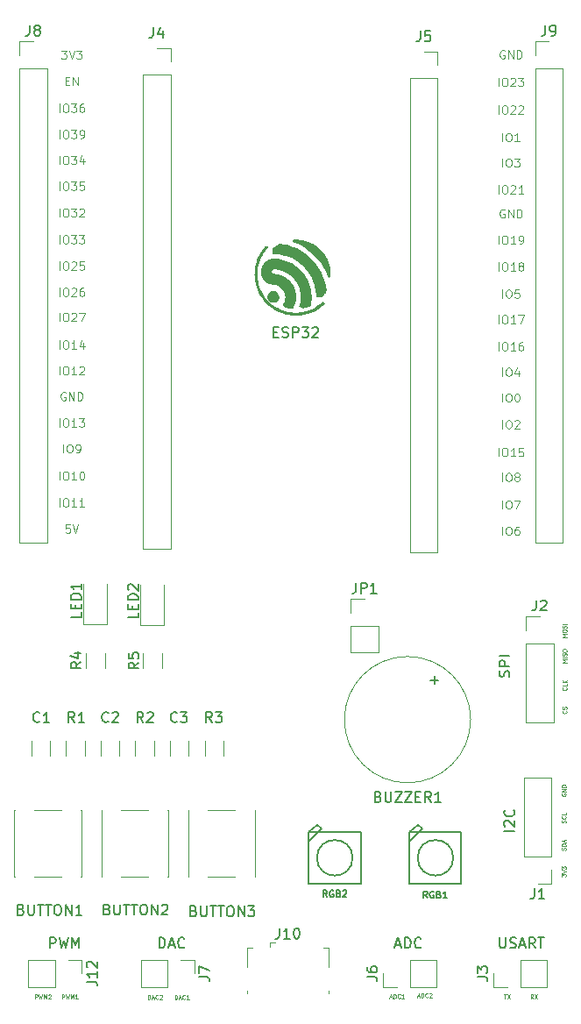
<source format=gbr>
%TF.GenerationSoftware,KiCad,Pcbnew,7.0.5-7.0.5~ubuntu22.04.1*%
%TF.CreationDate,2023-07-06T21:51:13-03:00*%
%TF.ProjectId,Dev-kit-multiboards,4465762d-6b69-4742-9d6d-756c7469626f,rev?*%
%TF.SameCoordinates,Original*%
%TF.FileFunction,Legend,Top*%
%TF.FilePolarity,Positive*%
%FSLAX46Y46*%
G04 Gerber Fmt 4.6, Leading zero omitted, Abs format (unit mm)*
G04 Created by KiCad (PCBNEW 7.0.5-7.0.5~ubuntu22.04.1) date 2023-07-06 21:51:13*
%MOMM*%
%LPD*%
G01*
G04 APERTURE LIST*
%ADD10C,0.080000*%
%ADD11C,0.100000*%
%ADD12C,0.150000*%
%ADD13C,0.200000*%
%ADD14C,0.120000*%
%ADD15C,0.127000*%
G04 APERTURE END LIST*
D10*
X96597869Y-129386887D02*
X96597869Y-128986887D01*
X96597869Y-128986887D02*
X96750250Y-128986887D01*
X96750250Y-128986887D02*
X96788345Y-129005935D01*
X96788345Y-129005935D02*
X96807392Y-129024982D01*
X96807392Y-129024982D02*
X96826440Y-129063078D01*
X96826440Y-129063078D02*
X96826440Y-129120220D01*
X96826440Y-129120220D02*
X96807392Y-129158316D01*
X96807392Y-129158316D02*
X96788345Y-129177363D01*
X96788345Y-129177363D02*
X96750250Y-129196411D01*
X96750250Y-129196411D02*
X96597869Y-129196411D01*
X96959773Y-128986887D02*
X97055011Y-129386887D01*
X97055011Y-129386887D02*
X97131202Y-129101173D01*
X97131202Y-129101173D02*
X97207392Y-129386887D01*
X97207392Y-129386887D02*
X97302631Y-128986887D01*
X97455012Y-129386887D02*
X97455012Y-128986887D01*
X97455012Y-128986887D02*
X97588345Y-129272601D01*
X97588345Y-129272601D02*
X97721678Y-128986887D01*
X97721678Y-128986887D02*
X97721678Y-129386887D01*
X98121678Y-129386887D02*
X97893107Y-129386887D01*
X98007393Y-129386887D02*
X98007393Y-128986887D01*
X98007393Y-128986887D02*
X97969297Y-129044030D01*
X97969297Y-129044030D02*
X97931202Y-129082125D01*
X97931202Y-129082125D02*
X97893107Y-129101173D01*
X94007869Y-129386887D02*
X94007869Y-128986887D01*
X94007869Y-128986887D02*
X94160250Y-128986887D01*
X94160250Y-128986887D02*
X94198345Y-129005935D01*
X94198345Y-129005935D02*
X94217392Y-129024982D01*
X94217392Y-129024982D02*
X94236440Y-129063078D01*
X94236440Y-129063078D02*
X94236440Y-129120220D01*
X94236440Y-129120220D02*
X94217392Y-129158316D01*
X94217392Y-129158316D02*
X94198345Y-129177363D01*
X94198345Y-129177363D02*
X94160250Y-129196411D01*
X94160250Y-129196411D02*
X94007869Y-129196411D01*
X94369773Y-128986887D02*
X94465011Y-129386887D01*
X94465011Y-129386887D02*
X94541202Y-129101173D01*
X94541202Y-129101173D02*
X94617392Y-129386887D01*
X94617392Y-129386887D02*
X94712631Y-128986887D01*
X94865012Y-129386887D02*
X94865012Y-128986887D01*
X94865012Y-128986887D02*
X94998345Y-129272601D01*
X94998345Y-129272601D02*
X95131678Y-128986887D01*
X95131678Y-128986887D02*
X95131678Y-129386887D01*
X95303107Y-129024982D02*
X95322155Y-129005935D01*
X95322155Y-129005935D02*
X95360250Y-128986887D01*
X95360250Y-128986887D02*
X95455488Y-128986887D01*
X95455488Y-128986887D02*
X95493583Y-129005935D01*
X95493583Y-129005935D02*
X95512631Y-129024982D01*
X95512631Y-129024982D02*
X95531678Y-129063078D01*
X95531678Y-129063078D02*
X95531678Y-129101173D01*
X95531678Y-129101173D02*
X95512631Y-129158316D01*
X95512631Y-129158316D02*
X95284059Y-129386887D01*
X95284059Y-129386887D02*
X95531678Y-129386887D01*
X107517869Y-129446887D02*
X107517869Y-129046887D01*
X107517869Y-129046887D02*
X107613107Y-129046887D01*
X107613107Y-129046887D02*
X107670250Y-129065935D01*
X107670250Y-129065935D02*
X107708345Y-129104030D01*
X107708345Y-129104030D02*
X107727392Y-129142125D01*
X107727392Y-129142125D02*
X107746440Y-129218316D01*
X107746440Y-129218316D02*
X107746440Y-129275459D01*
X107746440Y-129275459D02*
X107727392Y-129351649D01*
X107727392Y-129351649D02*
X107708345Y-129389744D01*
X107708345Y-129389744D02*
X107670250Y-129427840D01*
X107670250Y-129427840D02*
X107613107Y-129446887D01*
X107613107Y-129446887D02*
X107517869Y-129446887D01*
X107898821Y-129332601D02*
X108089297Y-129332601D01*
X107860726Y-129446887D02*
X107994059Y-129046887D01*
X107994059Y-129046887D02*
X108127392Y-129446887D01*
X108489297Y-129408792D02*
X108470249Y-129427840D01*
X108470249Y-129427840D02*
X108413107Y-129446887D01*
X108413107Y-129446887D02*
X108375011Y-129446887D01*
X108375011Y-129446887D02*
X108317868Y-129427840D01*
X108317868Y-129427840D02*
X108279773Y-129389744D01*
X108279773Y-129389744D02*
X108260726Y-129351649D01*
X108260726Y-129351649D02*
X108241678Y-129275459D01*
X108241678Y-129275459D02*
X108241678Y-129218316D01*
X108241678Y-129218316D02*
X108260726Y-129142125D01*
X108260726Y-129142125D02*
X108279773Y-129104030D01*
X108279773Y-129104030D02*
X108317868Y-129065935D01*
X108317868Y-129065935D02*
X108375011Y-129046887D01*
X108375011Y-129046887D02*
X108413107Y-129046887D01*
X108413107Y-129046887D02*
X108470249Y-129065935D01*
X108470249Y-129065935D02*
X108489297Y-129084982D01*
X108870249Y-129446887D02*
X108641678Y-129446887D01*
X108755964Y-129446887D02*
X108755964Y-129046887D01*
X108755964Y-129046887D02*
X108717868Y-129104030D01*
X108717868Y-129104030D02*
X108679773Y-129142125D01*
X108679773Y-129142125D02*
X108641678Y-129161173D01*
X104907869Y-129436887D02*
X104907869Y-129036887D01*
X104907869Y-129036887D02*
X105003107Y-129036887D01*
X105003107Y-129036887D02*
X105060250Y-129055935D01*
X105060250Y-129055935D02*
X105098345Y-129094030D01*
X105098345Y-129094030D02*
X105117392Y-129132125D01*
X105117392Y-129132125D02*
X105136440Y-129208316D01*
X105136440Y-129208316D02*
X105136440Y-129265459D01*
X105136440Y-129265459D02*
X105117392Y-129341649D01*
X105117392Y-129341649D02*
X105098345Y-129379744D01*
X105098345Y-129379744D02*
X105060250Y-129417840D01*
X105060250Y-129417840D02*
X105003107Y-129436887D01*
X105003107Y-129436887D02*
X104907869Y-129436887D01*
X105288821Y-129322601D02*
X105479297Y-129322601D01*
X105250726Y-129436887D02*
X105384059Y-129036887D01*
X105384059Y-129036887D02*
X105517392Y-129436887D01*
X105879297Y-129398792D02*
X105860249Y-129417840D01*
X105860249Y-129417840D02*
X105803107Y-129436887D01*
X105803107Y-129436887D02*
X105765011Y-129436887D01*
X105765011Y-129436887D02*
X105707868Y-129417840D01*
X105707868Y-129417840D02*
X105669773Y-129379744D01*
X105669773Y-129379744D02*
X105650726Y-129341649D01*
X105650726Y-129341649D02*
X105631678Y-129265459D01*
X105631678Y-129265459D02*
X105631678Y-129208316D01*
X105631678Y-129208316D02*
X105650726Y-129132125D01*
X105650726Y-129132125D02*
X105669773Y-129094030D01*
X105669773Y-129094030D02*
X105707868Y-129055935D01*
X105707868Y-129055935D02*
X105765011Y-129036887D01*
X105765011Y-129036887D02*
X105803107Y-129036887D01*
X105803107Y-129036887D02*
X105860249Y-129055935D01*
X105860249Y-129055935D02*
X105879297Y-129074982D01*
X106031678Y-129074982D02*
X106050726Y-129055935D01*
X106050726Y-129055935D02*
X106088821Y-129036887D01*
X106088821Y-129036887D02*
X106184059Y-129036887D01*
X106184059Y-129036887D02*
X106222154Y-129055935D01*
X106222154Y-129055935D02*
X106241202Y-129074982D01*
X106241202Y-129074982D02*
X106260249Y-129113078D01*
X106260249Y-129113078D02*
X106260249Y-129151173D01*
X106260249Y-129151173D02*
X106241202Y-129208316D01*
X106241202Y-129208316D02*
X106012630Y-129436887D01*
X106012630Y-129436887D02*
X106260249Y-129436887D01*
X130958821Y-129152601D02*
X131149297Y-129152601D01*
X130920726Y-129266887D02*
X131054059Y-128866887D01*
X131054059Y-128866887D02*
X131187392Y-129266887D01*
X131320726Y-129266887D02*
X131320726Y-128866887D01*
X131320726Y-128866887D02*
X131415964Y-128866887D01*
X131415964Y-128866887D02*
X131473107Y-128885935D01*
X131473107Y-128885935D02*
X131511202Y-128924030D01*
X131511202Y-128924030D02*
X131530249Y-128962125D01*
X131530249Y-128962125D02*
X131549297Y-129038316D01*
X131549297Y-129038316D02*
X131549297Y-129095459D01*
X131549297Y-129095459D02*
X131530249Y-129171649D01*
X131530249Y-129171649D02*
X131511202Y-129209744D01*
X131511202Y-129209744D02*
X131473107Y-129247840D01*
X131473107Y-129247840D02*
X131415964Y-129266887D01*
X131415964Y-129266887D02*
X131320726Y-129266887D01*
X131949297Y-129228792D02*
X131930249Y-129247840D01*
X131930249Y-129247840D02*
X131873107Y-129266887D01*
X131873107Y-129266887D02*
X131835011Y-129266887D01*
X131835011Y-129266887D02*
X131777868Y-129247840D01*
X131777868Y-129247840D02*
X131739773Y-129209744D01*
X131739773Y-129209744D02*
X131720726Y-129171649D01*
X131720726Y-129171649D02*
X131701678Y-129095459D01*
X131701678Y-129095459D02*
X131701678Y-129038316D01*
X131701678Y-129038316D02*
X131720726Y-128962125D01*
X131720726Y-128962125D02*
X131739773Y-128924030D01*
X131739773Y-128924030D02*
X131777868Y-128885935D01*
X131777868Y-128885935D02*
X131835011Y-128866887D01*
X131835011Y-128866887D02*
X131873107Y-128866887D01*
X131873107Y-128866887D02*
X131930249Y-128885935D01*
X131930249Y-128885935D02*
X131949297Y-128904982D01*
X132101678Y-128904982D02*
X132120726Y-128885935D01*
X132120726Y-128885935D02*
X132158821Y-128866887D01*
X132158821Y-128866887D02*
X132254059Y-128866887D01*
X132254059Y-128866887D02*
X132292154Y-128885935D01*
X132292154Y-128885935D02*
X132311202Y-128904982D01*
X132311202Y-128904982D02*
X132330249Y-128943078D01*
X132330249Y-128943078D02*
X132330249Y-128981173D01*
X132330249Y-128981173D02*
X132311202Y-129038316D01*
X132311202Y-129038316D02*
X132082630Y-129266887D01*
X132082630Y-129266887D02*
X132330249Y-129266887D01*
X128278821Y-129242601D02*
X128469297Y-129242601D01*
X128240726Y-129356887D02*
X128374059Y-128956887D01*
X128374059Y-128956887D02*
X128507392Y-129356887D01*
X128640726Y-129356887D02*
X128640726Y-128956887D01*
X128640726Y-128956887D02*
X128735964Y-128956887D01*
X128735964Y-128956887D02*
X128793107Y-128975935D01*
X128793107Y-128975935D02*
X128831202Y-129014030D01*
X128831202Y-129014030D02*
X128850249Y-129052125D01*
X128850249Y-129052125D02*
X128869297Y-129128316D01*
X128869297Y-129128316D02*
X128869297Y-129185459D01*
X128869297Y-129185459D02*
X128850249Y-129261649D01*
X128850249Y-129261649D02*
X128831202Y-129299744D01*
X128831202Y-129299744D02*
X128793107Y-129337840D01*
X128793107Y-129337840D02*
X128735964Y-129356887D01*
X128735964Y-129356887D02*
X128640726Y-129356887D01*
X129269297Y-129318792D02*
X129250249Y-129337840D01*
X129250249Y-129337840D02*
X129193107Y-129356887D01*
X129193107Y-129356887D02*
X129155011Y-129356887D01*
X129155011Y-129356887D02*
X129097868Y-129337840D01*
X129097868Y-129337840D02*
X129059773Y-129299744D01*
X129059773Y-129299744D02*
X129040726Y-129261649D01*
X129040726Y-129261649D02*
X129021678Y-129185459D01*
X129021678Y-129185459D02*
X129021678Y-129128316D01*
X129021678Y-129128316D02*
X129040726Y-129052125D01*
X129040726Y-129052125D02*
X129059773Y-129014030D01*
X129059773Y-129014030D02*
X129097868Y-128975935D01*
X129097868Y-128975935D02*
X129155011Y-128956887D01*
X129155011Y-128956887D02*
X129193107Y-128956887D01*
X129193107Y-128956887D02*
X129250249Y-128975935D01*
X129250249Y-128975935D02*
X129269297Y-128994982D01*
X129650249Y-129356887D02*
X129421678Y-129356887D01*
X129535964Y-129356887D02*
X129535964Y-128956887D01*
X129535964Y-128956887D02*
X129497868Y-129014030D01*
X129497868Y-129014030D02*
X129459773Y-129052125D01*
X129459773Y-129052125D02*
X129421678Y-129071173D01*
X142126440Y-129376887D02*
X141993107Y-129186411D01*
X141897869Y-129376887D02*
X141897869Y-128976887D01*
X141897869Y-128976887D02*
X142050250Y-128976887D01*
X142050250Y-128976887D02*
X142088345Y-128995935D01*
X142088345Y-128995935D02*
X142107392Y-129014982D01*
X142107392Y-129014982D02*
X142126440Y-129053078D01*
X142126440Y-129053078D02*
X142126440Y-129110220D01*
X142126440Y-129110220D02*
X142107392Y-129148316D01*
X142107392Y-129148316D02*
X142088345Y-129167363D01*
X142088345Y-129167363D02*
X142050250Y-129186411D01*
X142050250Y-129186411D02*
X141897869Y-129186411D01*
X142259773Y-128976887D02*
X142526440Y-129376887D01*
X142526440Y-128976887D02*
X142259773Y-129376887D01*
X139300726Y-128956887D02*
X139529297Y-128956887D01*
X139415011Y-129356887D02*
X139415011Y-128956887D01*
X139624535Y-128956887D02*
X139891202Y-129356887D01*
X139891202Y-128956887D02*
X139624535Y-129356887D01*
X144886887Y-117600226D02*
X144886887Y-117352607D01*
X144886887Y-117352607D02*
X145039268Y-117485940D01*
X145039268Y-117485940D02*
X145039268Y-117428797D01*
X145039268Y-117428797D02*
X145058316Y-117390702D01*
X145058316Y-117390702D02*
X145077363Y-117371654D01*
X145077363Y-117371654D02*
X145115459Y-117352607D01*
X145115459Y-117352607D02*
X145210697Y-117352607D01*
X145210697Y-117352607D02*
X145248792Y-117371654D01*
X145248792Y-117371654D02*
X145267840Y-117390702D01*
X145267840Y-117390702D02*
X145286887Y-117428797D01*
X145286887Y-117428797D02*
X145286887Y-117543083D01*
X145286887Y-117543083D02*
X145267840Y-117581178D01*
X145267840Y-117581178D02*
X145248792Y-117600226D01*
X144886887Y-117238321D02*
X145286887Y-117104988D01*
X145286887Y-117104988D02*
X144886887Y-116971655D01*
X144886887Y-116876417D02*
X144886887Y-116628798D01*
X144886887Y-116628798D02*
X145039268Y-116762131D01*
X145039268Y-116762131D02*
X145039268Y-116704988D01*
X145039268Y-116704988D02*
X145058316Y-116666893D01*
X145058316Y-116666893D02*
X145077363Y-116647845D01*
X145077363Y-116647845D02*
X145115459Y-116628798D01*
X145115459Y-116628798D02*
X145210697Y-116628798D01*
X145210697Y-116628798D02*
X145248792Y-116647845D01*
X145248792Y-116647845D02*
X145267840Y-116666893D01*
X145267840Y-116666893D02*
X145286887Y-116704988D01*
X145286887Y-116704988D02*
X145286887Y-116819274D01*
X145286887Y-116819274D02*
X145267840Y-116857369D01*
X145267840Y-116857369D02*
X145248792Y-116876417D01*
X145267840Y-115041178D02*
X145286887Y-114984035D01*
X145286887Y-114984035D02*
X145286887Y-114888797D01*
X145286887Y-114888797D02*
X145267840Y-114850702D01*
X145267840Y-114850702D02*
X145248792Y-114831654D01*
X145248792Y-114831654D02*
X145210697Y-114812607D01*
X145210697Y-114812607D02*
X145172601Y-114812607D01*
X145172601Y-114812607D02*
X145134506Y-114831654D01*
X145134506Y-114831654D02*
X145115459Y-114850702D01*
X145115459Y-114850702D02*
X145096411Y-114888797D01*
X145096411Y-114888797D02*
X145077363Y-114964988D01*
X145077363Y-114964988D02*
X145058316Y-115003083D01*
X145058316Y-115003083D02*
X145039268Y-115022130D01*
X145039268Y-115022130D02*
X145001173Y-115041178D01*
X145001173Y-115041178D02*
X144963078Y-115041178D01*
X144963078Y-115041178D02*
X144924982Y-115022130D01*
X144924982Y-115022130D02*
X144905935Y-115003083D01*
X144905935Y-115003083D02*
X144886887Y-114964988D01*
X144886887Y-114964988D02*
X144886887Y-114869749D01*
X144886887Y-114869749D02*
X144905935Y-114812607D01*
X145286887Y-114641178D02*
X144886887Y-114641178D01*
X144886887Y-114641178D02*
X144886887Y-114545940D01*
X144886887Y-114545940D02*
X144905935Y-114488797D01*
X144905935Y-114488797D02*
X144944030Y-114450702D01*
X144944030Y-114450702D02*
X144982125Y-114431655D01*
X144982125Y-114431655D02*
X145058316Y-114412607D01*
X145058316Y-114412607D02*
X145115459Y-114412607D01*
X145115459Y-114412607D02*
X145191649Y-114431655D01*
X145191649Y-114431655D02*
X145229744Y-114450702D01*
X145229744Y-114450702D02*
X145267840Y-114488797D01*
X145267840Y-114488797D02*
X145286887Y-114545940D01*
X145286887Y-114545940D02*
X145286887Y-114641178D01*
X145172601Y-114260226D02*
X145172601Y-114069750D01*
X145286887Y-114298321D02*
X144886887Y-114164988D01*
X144886887Y-114164988D02*
X145286887Y-114031655D01*
X145267840Y-112401178D02*
X145286887Y-112344035D01*
X145286887Y-112344035D02*
X145286887Y-112248797D01*
X145286887Y-112248797D02*
X145267840Y-112210702D01*
X145267840Y-112210702D02*
X145248792Y-112191654D01*
X145248792Y-112191654D02*
X145210697Y-112172607D01*
X145210697Y-112172607D02*
X145172601Y-112172607D01*
X145172601Y-112172607D02*
X145134506Y-112191654D01*
X145134506Y-112191654D02*
X145115459Y-112210702D01*
X145115459Y-112210702D02*
X145096411Y-112248797D01*
X145096411Y-112248797D02*
X145077363Y-112324988D01*
X145077363Y-112324988D02*
X145058316Y-112363083D01*
X145058316Y-112363083D02*
X145039268Y-112382130D01*
X145039268Y-112382130D02*
X145001173Y-112401178D01*
X145001173Y-112401178D02*
X144963078Y-112401178D01*
X144963078Y-112401178D02*
X144924982Y-112382130D01*
X144924982Y-112382130D02*
X144905935Y-112363083D01*
X144905935Y-112363083D02*
X144886887Y-112324988D01*
X144886887Y-112324988D02*
X144886887Y-112229749D01*
X144886887Y-112229749D02*
X144905935Y-112172607D01*
X145248792Y-111772607D02*
X145267840Y-111791655D01*
X145267840Y-111791655D02*
X145286887Y-111848797D01*
X145286887Y-111848797D02*
X145286887Y-111886893D01*
X145286887Y-111886893D02*
X145267840Y-111944036D01*
X145267840Y-111944036D02*
X145229744Y-111982131D01*
X145229744Y-111982131D02*
X145191649Y-112001178D01*
X145191649Y-112001178D02*
X145115459Y-112020226D01*
X145115459Y-112020226D02*
X145058316Y-112020226D01*
X145058316Y-112020226D02*
X144982125Y-112001178D01*
X144982125Y-112001178D02*
X144944030Y-111982131D01*
X144944030Y-111982131D02*
X144905935Y-111944036D01*
X144905935Y-111944036D02*
X144886887Y-111886893D01*
X144886887Y-111886893D02*
X144886887Y-111848797D01*
X144886887Y-111848797D02*
X144905935Y-111791655D01*
X144905935Y-111791655D02*
X144924982Y-111772607D01*
X145286887Y-111410702D02*
X145286887Y-111601178D01*
X145286887Y-111601178D02*
X144886887Y-111601178D01*
X144905935Y-109582607D02*
X144886887Y-109620702D01*
X144886887Y-109620702D02*
X144886887Y-109677845D01*
X144886887Y-109677845D02*
X144905935Y-109734988D01*
X144905935Y-109734988D02*
X144944030Y-109773083D01*
X144944030Y-109773083D02*
X144982125Y-109792130D01*
X144982125Y-109792130D02*
X145058316Y-109811178D01*
X145058316Y-109811178D02*
X145115459Y-109811178D01*
X145115459Y-109811178D02*
X145191649Y-109792130D01*
X145191649Y-109792130D02*
X145229744Y-109773083D01*
X145229744Y-109773083D02*
X145267840Y-109734988D01*
X145267840Y-109734988D02*
X145286887Y-109677845D01*
X145286887Y-109677845D02*
X145286887Y-109639749D01*
X145286887Y-109639749D02*
X145267840Y-109582607D01*
X145267840Y-109582607D02*
X145248792Y-109563559D01*
X145248792Y-109563559D02*
X145115459Y-109563559D01*
X145115459Y-109563559D02*
X145115459Y-109639749D01*
X145286887Y-109392130D02*
X144886887Y-109392130D01*
X144886887Y-109392130D02*
X145286887Y-109163559D01*
X145286887Y-109163559D02*
X144886887Y-109163559D01*
X145286887Y-108973082D02*
X144886887Y-108973082D01*
X144886887Y-108973082D02*
X144886887Y-108877844D01*
X144886887Y-108877844D02*
X144905935Y-108820701D01*
X144905935Y-108820701D02*
X144944030Y-108782606D01*
X144944030Y-108782606D02*
X144982125Y-108763559D01*
X144982125Y-108763559D02*
X145058316Y-108744511D01*
X145058316Y-108744511D02*
X145115459Y-108744511D01*
X145115459Y-108744511D02*
X145191649Y-108763559D01*
X145191649Y-108763559D02*
X145229744Y-108782606D01*
X145229744Y-108782606D02*
X145267840Y-108820701D01*
X145267840Y-108820701D02*
X145286887Y-108877844D01*
X145286887Y-108877844D02*
X145286887Y-108973082D01*
X145318792Y-101583559D02*
X145337840Y-101602607D01*
X145337840Y-101602607D02*
X145356887Y-101659749D01*
X145356887Y-101659749D02*
X145356887Y-101697845D01*
X145356887Y-101697845D02*
X145337840Y-101754988D01*
X145337840Y-101754988D02*
X145299744Y-101793083D01*
X145299744Y-101793083D02*
X145261649Y-101812130D01*
X145261649Y-101812130D02*
X145185459Y-101831178D01*
X145185459Y-101831178D02*
X145128316Y-101831178D01*
X145128316Y-101831178D02*
X145052125Y-101812130D01*
X145052125Y-101812130D02*
X145014030Y-101793083D01*
X145014030Y-101793083D02*
X144975935Y-101754988D01*
X144975935Y-101754988D02*
X144956887Y-101697845D01*
X144956887Y-101697845D02*
X144956887Y-101659749D01*
X144956887Y-101659749D02*
X144975935Y-101602607D01*
X144975935Y-101602607D02*
X144994982Y-101583559D01*
X145337840Y-101431178D02*
X145356887Y-101374035D01*
X145356887Y-101374035D02*
X145356887Y-101278797D01*
X145356887Y-101278797D02*
X145337840Y-101240702D01*
X145337840Y-101240702D02*
X145318792Y-101221654D01*
X145318792Y-101221654D02*
X145280697Y-101202607D01*
X145280697Y-101202607D02*
X145242601Y-101202607D01*
X145242601Y-101202607D02*
X145204506Y-101221654D01*
X145204506Y-101221654D02*
X145185459Y-101240702D01*
X145185459Y-101240702D02*
X145166411Y-101278797D01*
X145166411Y-101278797D02*
X145147363Y-101354988D01*
X145147363Y-101354988D02*
X145128316Y-101393083D01*
X145128316Y-101393083D02*
X145109268Y-101412130D01*
X145109268Y-101412130D02*
X145071173Y-101431178D01*
X145071173Y-101431178D02*
X145033078Y-101431178D01*
X145033078Y-101431178D02*
X144994982Y-101412130D01*
X144994982Y-101412130D02*
X144975935Y-101393083D01*
X144975935Y-101393083D02*
X144956887Y-101354988D01*
X144956887Y-101354988D02*
X144956887Y-101259749D01*
X144956887Y-101259749D02*
X144975935Y-101202607D01*
X145318792Y-99343559D02*
X145337840Y-99362607D01*
X145337840Y-99362607D02*
X145356887Y-99419749D01*
X145356887Y-99419749D02*
X145356887Y-99457845D01*
X145356887Y-99457845D02*
X145337840Y-99514988D01*
X145337840Y-99514988D02*
X145299744Y-99553083D01*
X145299744Y-99553083D02*
X145261649Y-99572130D01*
X145261649Y-99572130D02*
X145185459Y-99591178D01*
X145185459Y-99591178D02*
X145128316Y-99591178D01*
X145128316Y-99591178D02*
X145052125Y-99572130D01*
X145052125Y-99572130D02*
X145014030Y-99553083D01*
X145014030Y-99553083D02*
X144975935Y-99514988D01*
X144975935Y-99514988D02*
X144956887Y-99457845D01*
X144956887Y-99457845D02*
X144956887Y-99419749D01*
X144956887Y-99419749D02*
X144975935Y-99362607D01*
X144975935Y-99362607D02*
X144994982Y-99343559D01*
X145356887Y-98981654D02*
X145356887Y-99172130D01*
X145356887Y-99172130D02*
X144956887Y-99172130D01*
X145356887Y-98848320D02*
X144956887Y-98848320D01*
X145356887Y-98619749D02*
X145128316Y-98791178D01*
X144956887Y-98619749D02*
X145185459Y-98848320D01*
X145356887Y-96922130D02*
X144956887Y-96922130D01*
X144956887Y-96922130D02*
X145242601Y-96788797D01*
X145242601Y-96788797D02*
X144956887Y-96655464D01*
X144956887Y-96655464D02*
X145356887Y-96655464D01*
X145356887Y-96464987D02*
X144956887Y-96464987D01*
X145337840Y-96293559D02*
X145356887Y-96236416D01*
X145356887Y-96236416D02*
X145356887Y-96141178D01*
X145356887Y-96141178D02*
X145337840Y-96103083D01*
X145337840Y-96103083D02*
X145318792Y-96084035D01*
X145318792Y-96084035D02*
X145280697Y-96064988D01*
X145280697Y-96064988D02*
X145242601Y-96064988D01*
X145242601Y-96064988D02*
X145204506Y-96084035D01*
X145204506Y-96084035D02*
X145185459Y-96103083D01*
X145185459Y-96103083D02*
X145166411Y-96141178D01*
X145166411Y-96141178D02*
X145147363Y-96217369D01*
X145147363Y-96217369D02*
X145128316Y-96255464D01*
X145128316Y-96255464D02*
X145109268Y-96274511D01*
X145109268Y-96274511D02*
X145071173Y-96293559D01*
X145071173Y-96293559D02*
X145033078Y-96293559D01*
X145033078Y-96293559D02*
X144994982Y-96274511D01*
X144994982Y-96274511D02*
X144975935Y-96255464D01*
X144975935Y-96255464D02*
X144956887Y-96217369D01*
X144956887Y-96217369D02*
X144956887Y-96122130D01*
X144956887Y-96122130D02*
X144975935Y-96064988D01*
X144956887Y-95817369D02*
X144956887Y-95741178D01*
X144956887Y-95741178D02*
X144975935Y-95703083D01*
X144975935Y-95703083D02*
X145014030Y-95664988D01*
X145014030Y-95664988D02*
X145090220Y-95645940D01*
X145090220Y-95645940D02*
X145223554Y-95645940D01*
X145223554Y-95645940D02*
X145299744Y-95664988D01*
X145299744Y-95664988D02*
X145337840Y-95703083D01*
X145337840Y-95703083D02*
X145356887Y-95741178D01*
X145356887Y-95741178D02*
X145356887Y-95817369D01*
X145356887Y-95817369D02*
X145337840Y-95855464D01*
X145337840Y-95855464D02*
X145299744Y-95893559D01*
X145299744Y-95893559D02*
X145223554Y-95912607D01*
X145223554Y-95912607D02*
X145090220Y-95912607D01*
X145090220Y-95912607D02*
X145014030Y-95893559D01*
X145014030Y-95893559D02*
X144975935Y-95855464D01*
X144975935Y-95855464D02*
X144956887Y-95817369D01*
X145356887Y-94462130D02*
X144956887Y-94462130D01*
X144956887Y-94462130D02*
X145242601Y-94328797D01*
X145242601Y-94328797D02*
X144956887Y-94195464D01*
X144956887Y-94195464D02*
X145356887Y-94195464D01*
X144956887Y-93928797D02*
X144956887Y-93852606D01*
X144956887Y-93852606D02*
X144975935Y-93814511D01*
X144975935Y-93814511D02*
X145014030Y-93776416D01*
X145014030Y-93776416D02*
X145090220Y-93757368D01*
X145090220Y-93757368D02*
X145223554Y-93757368D01*
X145223554Y-93757368D02*
X145299744Y-93776416D01*
X145299744Y-93776416D02*
X145337840Y-93814511D01*
X145337840Y-93814511D02*
X145356887Y-93852606D01*
X145356887Y-93852606D02*
X145356887Y-93928797D01*
X145356887Y-93928797D02*
X145337840Y-93966892D01*
X145337840Y-93966892D02*
X145299744Y-94004987D01*
X145299744Y-94004987D02*
X145223554Y-94024035D01*
X145223554Y-94024035D02*
X145090220Y-94024035D01*
X145090220Y-94024035D02*
X145014030Y-94004987D01*
X145014030Y-94004987D02*
X144975935Y-93966892D01*
X144975935Y-93966892D02*
X144956887Y-93928797D01*
X145337840Y-93604987D02*
X145356887Y-93547844D01*
X145356887Y-93547844D02*
X145356887Y-93452606D01*
X145356887Y-93452606D02*
X145337840Y-93414511D01*
X145337840Y-93414511D02*
X145318792Y-93395463D01*
X145318792Y-93395463D02*
X145280697Y-93376416D01*
X145280697Y-93376416D02*
X145242601Y-93376416D01*
X145242601Y-93376416D02*
X145204506Y-93395463D01*
X145204506Y-93395463D02*
X145185459Y-93414511D01*
X145185459Y-93414511D02*
X145166411Y-93452606D01*
X145166411Y-93452606D02*
X145147363Y-93528797D01*
X145147363Y-93528797D02*
X145128316Y-93566892D01*
X145128316Y-93566892D02*
X145109268Y-93585939D01*
X145109268Y-93585939D02*
X145071173Y-93604987D01*
X145071173Y-93604987D02*
X145033078Y-93604987D01*
X145033078Y-93604987D02*
X144994982Y-93585939D01*
X144994982Y-93585939D02*
X144975935Y-93566892D01*
X144975935Y-93566892D02*
X144956887Y-93528797D01*
X144956887Y-93528797D02*
X144956887Y-93433558D01*
X144956887Y-93433558D02*
X144975935Y-93376416D01*
X145356887Y-93204987D02*
X144956887Y-93204987D01*
D11*
X139164836Y-84616895D02*
X139164836Y-83816895D01*
X139698169Y-83816895D02*
X139850550Y-83816895D01*
X139850550Y-83816895D02*
X139926740Y-83854990D01*
X139926740Y-83854990D02*
X140002931Y-83931180D01*
X140002931Y-83931180D02*
X140041026Y-84083561D01*
X140041026Y-84083561D02*
X140041026Y-84350228D01*
X140041026Y-84350228D02*
X140002931Y-84502609D01*
X140002931Y-84502609D02*
X139926740Y-84578800D01*
X139926740Y-84578800D02*
X139850550Y-84616895D01*
X139850550Y-84616895D02*
X139698169Y-84616895D01*
X139698169Y-84616895D02*
X139621978Y-84578800D01*
X139621978Y-84578800D02*
X139545788Y-84502609D01*
X139545788Y-84502609D02*
X139507692Y-84350228D01*
X139507692Y-84350228D02*
X139507692Y-84083561D01*
X139507692Y-84083561D02*
X139545788Y-83931180D01*
X139545788Y-83931180D02*
X139621978Y-83854990D01*
X139621978Y-83854990D02*
X139698169Y-83816895D01*
X140726740Y-83816895D02*
X140574359Y-83816895D01*
X140574359Y-83816895D02*
X140498168Y-83854990D01*
X140498168Y-83854990D02*
X140460073Y-83893085D01*
X140460073Y-83893085D02*
X140383883Y-84007371D01*
X140383883Y-84007371D02*
X140345787Y-84159752D01*
X140345787Y-84159752D02*
X140345787Y-84464514D01*
X140345787Y-84464514D02*
X140383883Y-84540704D01*
X140383883Y-84540704D02*
X140421978Y-84578800D01*
X140421978Y-84578800D02*
X140498168Y-84616895D01*
X140498168Y-84616895D02*
X140650549Y-84616895D01*
X140650549Y-84616895D02*
X140726740Y-84578800D01*
X140726740Y-84578800D02*
X140764835Y-84540704D01*
X140764835Y-84540704D02*
X140802930Y-84464514D01*
X140802930Y-84464514D02*
X140802930Y-84274038D01*
X140802930Y-84274038D02*
X140764835Y-84197847D01*
X140764835Y-84197847D02*
X140726740Y-84159752D01*
X140726740Y-84159752D02*
X140650549Y-84121657D01*
X140650549Y-84121657D02*
X140498168Y-84121657D01*
X140498168Y-84121657D02*
X140421978Y-84159752D01*
X140421978Y-84159752D02*
X140383883Y-84197847D01*
X140383883Y-84197847D02*
X140345787Y-84274038D01*
X139164836Y-82076895D02*
X139164836Y-81276895D01*
X139698169Y-81276895D02*
X139850550Y-81276895D01*
X139850550Y-81276895D02*
X139926740Y-81314990D01*
X139926740Y-81314990D02*
X140002931Y-81391180D01*
X140002931Y-81391180D02*
X140041026Y-81543561D01*
X140041026Y-81543561D02*
X140041026Y-81810228D01*
X140041026Y-81810228D02*
X140002931Y-81962609D01*
X140002931Y-81962609D02*
X139926740Y-82038800D01*
X139926740Y-82038800D02*
X139850550Y-82076895D01*
X139850550Y-82076895D02*
X139698169Y-82076895D01*
X139698169Y-82076895D02*
X139621978Y-82038800D01*
X139621978Y-82038800D02*
X139545788Y-81962609D01*
X139545788Y-81962609D02*
X139507692Y-81810228D01*
X139507692Y-81810228D02*
X139507692Y-81543561D01*
X139507692Y-81543561D02*
X139545788Y-81391180D01*
X139545788Y-81391180D02*
X139621978Y-81314990D01*
X139621978Y-81314990D02*
X139698169Y-81276895D01*
X140307692Y-81276895D02*
X140841026Y-81276895D01*
X140841026Y-81276895D02*
X140498168Y-82076895D01*
X139164836Y-79426895D02*
X139164836Y-78626895D01*
X139698169Y-78626895D02*
X139850550Y-78626895D01*
X139850550Y-78626895D02*
X139926740Y-78664990D01*
X139926740Y-78664990D02*
X140002931Y-78741180D01*
X140002931Y-78741180D02*
X140041026Y-78893561D01*
X140041026Y-78893561D02*
X140041026Y-79160228D01*
X140041026Y-79160228D02*
X140002931Y-79312609D01*
X140002931Y-79312609D02*
X139926740Y-79388800D01*
X139926740Y-79388800D02*
X139850550Y-79426895D01*
X139850550Y-79426895D02*
X139698169Y-79426895D01*
X139698169Y-79426895D02*
X139621978Y-79388800D01*
X139621978Y-79388800D02*
X139545788Y-79312609D01*
X139545788Y-79312609D02*
X139507692Y-79160228D01*
X139507692Y-79160228D02*
X139507692Y-78893561D01*
X139507692Y-78893561D02*
X139545788Y-78741180D01*
X139545788Y-78741180D02*
X139621978Y-78664990D01*
X139621978Y-78664990D02*
X139698169Y-78626895D01*
X140498168Y-78969752D02*
X140421978Y-78931657D01*
X140421978Y-78931657D02*
X140383883Y-78893561D01*
X140383883Y-78893561D02*
X140345787Y-78817371D01*
X140345787Y-78817371D02*
X140345787Y-78779276D01*
X140345787Y-78779276D02*
X140383883Y-78703085D01*
X140383883Y-78703085D02*
X140421978Y-78664990D01*
X140421978Y-78664990D02*
X140498168Y-78626895D01*
X140498168Y-78626895D02*
X140650549Y-78626895D01*
X140650549Y-78626895D02*
X140726740Y-78664990D01*
X140726740Y-78664990D02*
X140764835Y-78703085D01*
X140764835Y-78703085D02*
X140802930Y-78779276D01*
X140802930Y-78779276D02*
X140802930Y-78817371D01*
X140802930Y-78817371D02*
X140764835Y-78893561D01*
X140764835Y-78893561D02*
X140726740Y-78931657D01*
X140726740Y-78931657D02*
X140650549Y-78969752D01*
X140650549Y-78969752D02*
X140498168Y-78969752D01*
X140498168Y-78969752D02*
X140421978Y-79007847D01*
X140421978Y-79007847D02*
X140383883Y-79045942D01*
X140383883Y-79045942D02*
X140345787Y-79122133D01*
X140345787Y-79122133D02*
X140345787Y-79274514D01*
X140345787Y-79274514D02*
X140383883Y-79350704D01*
X140383883Y-79350704D02*
X140421978Y-79388800D01*
X140421978Y-79388800D02*
X140498168Y-79426895D01*
X140498168Y-79426895D02*
X140650549Y-79426895D01*
X140650549Y-79426895D02*
X140726740Y-79388800D01*
X140726740Y-79388800D02*
X140764835Y-79350704D01*
X140764835Y-79350704D02*
X140802930Y-79274514D01*
X140802930Y-79274514D02*
X140802930Y-79122133D01*
X140802930Y-79122133D02*
X140764835Y-79045942D01*
X140764835Y-79045942D02*
X140726740Y-79007847D01*
X140726740Y-79007847D02*
X140650549Y-78969752D01*
X138783884Y-77016895D02*
X138783884Y-76216895D01*
X139317217Y-76216895D02*
X139469598Y-76216895D01*
X139469598Y-76216895D02*
X139545788Y-76254990D01*
X139545788Y-76254990D02*
X139621979Y-76331180D01*
X139621979Y-76331180D02*
X139660074Y-76483561D01*
X139660074Y-76483561D02*
X139660074Y-76750228D01*
X139660074Y-76750228D02*
X139621979Y-76902609D01*
X139621979Y-76902609D02*
X139545788Y-76978800D01*
X139545788Y-76978800D02*
X139469598Y-77016895D01*
X139469598Y-77016895D02*
X139317217Y-77016895D01*
X139317217Y-77016895D02*
X139241026Y-76978800D01*
X139241026Y-76978800D02*
X139164836Y-76902609D01*
X139164836Y-76902609D02*
X139126740Y-76750228D01*
X139126740Y-76750228D02*
X139126740Y-76483561D01*
X139126740Y-76483561D02*
X139164836Y-76331180D01*
X139164836Y-76331180D02*
X139241026Y-76254990D01*
X139241026Y-76254990D02*
X139317217Y-76216895D01*
X140421978Y-77016895D02*
X139964835Y-77016895D01*
X140193407Y-77016895D02*
X140193407Y-76216895D01*
X140193407Y-76216895D02*
X140117216Y-76331180D01*
X140117216Y-76331180D02*
X140041026Y-76407371D01*
X140041026Y-76407371D02*
X139964835Y-76445466D01*
X141145788Y-76216895D02*
X140764836Y-76216895D01*
X140764836Y-76216895D02*
X140726740Y-76597847D01*
X140726740Y-76597847D02*
X140764836Y-76559752D01*
X140764836Y-76559752D02*
X140841026Y-76521657D01*
X140841026Y-76521657D02*
X141031502Y-76521657D01*
X141031502Y-76521657D02*
X141107693Y-76559752D01*
X141107693Y-76559752D02*
X141145788Y-76597847D01*
X141145788Y-76597847D02*
X141183883Y-76674038D01*
X141183883Y-76674038D02*
X141183883Y-76864514D01*
X141183883Y-76864514D02*
X141145788Y-76940704D01*
X141145788Y-76940704D02*
X141107693Y-76978800D01*
X141107693Y-76978800D02*
X141031502Y-77016895D01*
X141031502Y-77016895D02*
X140841026Y-77016895D01*
X140841026Y-77016895D02*
X140764836Y-76978800D01*
X140764836Y-76978800D02*
X140726740Y-76940704D01*
X139164836Y-74326895D02*
X139164836Y-73526895D01*
X139698169Y-73526895D02*
X139850550Y-73526895D01*
X139850550Y-73526895D02*
X139926740Y-73564990D01*
X139926740Y-73564990D02*
X140002931Y-73641180D01*
X140002931Y-73641180D02*
X140041026Y-73793561D01*
X140041026Y-73793561D02*
X140041026Y-74060228D01*
X140041026Y-74060228D02*
X140002931Y-74212609D01*
X140002931Y-74212609D02*
X139926740Y-74288800D01*
X139926740Y-74288800D02*
X139850550Y-74326895D01*
X139850550Y-74326895D02*
X139698169Y-74326895D01*
X139698169Y-74326895D02*
X139621978Y-74288800D01*
X139621978Y-74288800D02*
X139545788Y-74212609D01*
X139545788Y-74212609D02*
X139507692Y-74060228D01*
X139507692Y-74060228D02*
X139507692Y-73793561D01*
X139507692Y-73793561D02*
X139545788Y-73641180D01*
X139545788Y-73641180D02*
X139621978Y-73564990D01*
X139621978Y-73564990D02*
X139698169Y-73526895D01*
X140345787Y-73603085D02*
X140383883Y-73564990D01*
X140383883Y-73564990D02*
X140460073Y-73526895D01*
X140460073Y-73526895D02*
X140650549Y-73526895D01*
X140650549Y-73526895D02*
X140726740Y-73564990D01*
X140726740Y-73564990D02*
X140764835Y-73603085D01*
X140764835Y-73603085D02*
X140802930Y-73679276D01*
X140802930Y-73679276D02*
X140802930Y-73755466D01*
X140802930Y-73755466D02*
X140764835Y-73869752D01*
X140764835Y-73869752D02*
X140307692Y-74326895D01*
X140307692Y-74326895D02*
X140802930Y-74326895D01*
X139164836Y-71746895D02*
X139164836Y-70946895D01*
X139698169Y-70946895D02*
X139850550Y-70946895D01*
X139850550Y-70946895D02*
X139926740Y-70984990D01*
X139926740Y-70984990D02*
X140002931Y-71061180D01*
X140002931Y-71061180D02*
X140041026Y-71213561D01*
X140041026Y-71213561D02*
X140041026Y-71480228D01*
X140041026Y-71480228D02*
X140002931Y-71632609D01*
X140002931Y-71632609D02*
X139926740Y-71708800D01*
X139926740Y-71708800D02*
X139850550Y-71746895D01*
X139850550Y-71746895D02*
X139698169Y-71746895D01*
X139698169Y-71746895D02*
X139621978Y-71708800D01*
X139621978Y-71708800D02*
X139545788Y-71632609D01*
X139545788Y-71632609D02*
X139507692Y-71480228D01*
X139507692Y-71480228D02*
X139507692Y-71213561D01*
X139507692Y-71213561D02*
X139545788Y-71061180D01*
X139545788Y-71061180D02*
X139621978Y-70984990D01*
X139621978Y-70984990D02*
X139698169Y-70946895D01*
X140536264Y-70946895D02*
X140612454Y-70946895D01*
X140612454Y-70946895D02*
X140688645Y-70984990D01*
X140688645Y-70984990D02*
X140726740Y-71023085D01*
X140726740Y-71023085D02*
X140764835Y-71099276D01*
X140764835Y-71099276D02*
X140802930Y-71251657D01*
X140802930Y-71251657D02*
X140802930Y-71442133D01*
X140802930Y-71442133D02*
X140764835Y-71594514D01*
X140764835Y-71594514D02*
X140726740Y-71670704D01*
X140726740Y-71670704D02*
X140688645Y-71708800D01*
X140688645Y-71708800D02*
X140612454Y-71746895D01*
X140612454Y-71746895D02*
X140536264Y-71746895D01*
X140536264Y-71746895D02*
X140460073Y-71708800D01*
X140460073Y-71708800D02*
X140421978Y-71670704D01*
X140421978Y-71670704D02*
X140383883Y-71594514D01*
X140383883Y-71594514D02*
X140345787Y-71442133D01*
X140345787Y-71442133D02*
X140345787Y-71251657D01*
X140345787Y-71251657D02*
X140383883Y-71099276D01*
X140383883Y-71099276D02*
X140421978Y-71023085D01*
X140421978Y-71023085D02*
X140460073Y-70984990D01*
X140460073Y-70984990D02*
X140536264Y-70946895D01*
X139164836Y-69266895D02*
X139164836Y-68466895D01*
X139698169Y-68466895D02*
X139850550Y-68466895D01*
X139850550Y-68466895D02*
X139926740Y-68504990D01*
X139926740Y-68504990D02*
X140002931Y-68581180D01*
X140002931Y-68581180D02*
X140041026Y-68733561D01*
X140041026Y-68733561D02*
X140041026Y-69000228D01*
X140041026Y-69000228D02*
X140002931Y-69152609D01*
X140002931Y-69152609D02*
X139926740Y-69228800D01*
X139926740Y-69228800D02*
X139850550Y-69266895D01*
X139850550Y-69266895D02*
X139698169Y-69266895D01*
X139698169Y-69266895D02*
X139621978Y-69228800D01*
X139621978Y-69228800D02*
X139545788Y-69152609D01*
X139545788Y-69152609D02*
X139507692Y-69000228D01*
X139507692Y-69000228D02*
X139507692Y-68733561D01*
X139507692Y-68733561D02*
X139545788Y-68581180D01*
X139545788Y-68581180D02*
X139621978Y-68504990D01*
X139621978Y-68504990D02*
X139698169Y-68466895D01*
X140726740Y-68733561D02*
X140726740Y-69266895D01*
X140536264Y-68428800D02*
X140345787Y-69000228D01*
X140345787Y-69000228D02*
X140841026Y-69000228D01*
X138783884Y-66786895D02*
X138783884Y-65986895D01*
X139317217Y-65986895D02*
X139469598Y-65986895D01*
X139469598Y-65986895D02*
X139545788Y-66024990D01*
X139545788Y-66024990D02*
X139621979Y-66101180D01*
X139621979Y-66101180D02*
X139660074Y-66253561D01*
X139660074Y-66253561D02*
X139660074Y-66520228D01*
X139660074Y-66520228D02*
X139621979Y-66672609D01*
X139621979Y-66672609D02*
X139545788Y-66748800D01*
X139545788Y-66748800D02*
X139469598Y-66786895D01*
X139469598Y-66786895D02*
X139317217Y-66786895D01*
X139317217Y-66786895D02*
X139241026Y-66748800D01*
X139241026Y-66748800D02*
X139164836Y-66672609D01*
X139164836Y-66672609D02*
X139126740Y-66520228D01*
X139126740Y-66520228D02*
X139126740Y-66253561D01*
X139126740Y-66253561D02*
X139164836Y-66101180D01*
X139164836Y-66101180D02*
X139241026Y-66024990D01*
X139241026Y-66024990D02*
X139317217Y-65986895D01*
X140421978Y-66786895D02*
X139964835Y-66786895D01*
X140193407Y-66786895D02*
X140193407Y-65986895D01*
X140193407Y-65986895D02*
X140117216Y-66101180D01*
X140117216Y-66101180D02*
X140041026Y-66177371D01*
X140041026Y-66177371D02*
X139964835Y-66215466D01*
X141107693Y-65986895D02*
X140955312Y-65986895D01*
X140955312Y-65986895D02*
X140879121Y-66024990D01*
X140879121Y-66024990D02*
X140841026Y-66063085D01*
X140841026Y-66063085D02*
X140764836Y-66177371D01*
X140764836Y-66177371D02*
X140726740Y-66329752D01*
X140726740Y-66329752D02*
X140726740Y-66634514D01*
X140726740Y-66634514D02*
X140764836Y-66710704D01*
X140764836Y-66710704D02*
X140802931Y-66748800D01*
X140802931Y-66748800D02*
X140879121Y-66786895D01*
X140879121Y-66786895D02*
X141031502Y-66786895D01*
X141031502Y-66786895D02*
X141107693Y-66748800D01*
X141107693Y-66748800D02*
X141145788Y-66710704D01*
X141145788Y-66710704D02*
X141183883Y-66634514D01*
X141183883Y-66634514D02*
X141183883Y-66444038D01*
X141183883Y-66444038D02*
X141145788Y-66367847D01*
X141145788Y-66367847D02*
X141107693Y-66329752D01*
X141107693Y-66329752D02*
X141031502Y-66291657D01*
X141031502Y-66291657D02*
X140879121Y-66291657D01*
X140879121Y-66291657D02*
X140802931Y-66329752D01*
X140802931Y-66329752D02*
X140764836Y-66367847D01*
X140764836Y-66367847D02*
X140726740Y-66444038D01*
X138783884Y-64186895D02*
X138783884Y-63386895D01*
X139317217Y-63386895D02*
X139469598Y-63386895D01*
X139469598Y-63386895D02*
X139545788Y-63424990D01*
X139545788Y-63424990D02*
X139621979Y-63501180D01*
X139621979Y-63501180D02*
X139660074Y-63653561D01*
X139660074Y-63653561D02*
X139660074Y-63920228D01*
X139660074Y-63920228D02*
X139621979Y-64072609D01*
X139621979Y-64072609D02*
X139545788Y-64148800D01*
X139545788Y-64148800D02*
X139469598Y-64186895D01*
X139469598Y-64186895D02*
X139317217Y-64186895D01*
X139317217Y-64186895D02*
X139241026Y-64148800D01*
X139241026Y-64148800D02*
X139164836Y-64072609D01*
X139164836Y-64072609D02*
X139126740Y-63920228D01*
X139126740Y-63920228D02*
X139126740Y-63653561D01*
X139126740Y-63653561D02*
X139164836Y-63501180D01*
X139164836Y-63501180D02*
X139241026Y-63424990D01*
X139241026Y-63424990D02*
X139317217Y-63386895D01*
X140421978Y-64186895D02*
X139964835Y-64186895D01*
X140193407Y-64186895D02*
X140193407Y-63386895D01*
X140193407Y-63386895D02*
X140117216Y-63501180D01*
X140117216Y-63501180D02*
X140041026Y-63577371D01*
X140041026Y-63577371D02*
X139964835Y-63615466D01*
X140688645Y-63386895D02*
X141221979Y-63386895D01*
X141221979Y-63386895D02*
X140879121Y-64186895D01*
X139164836Y-61706895D02*
X139164836Y-60906895D01*
X139698169Y-60906895D02*
X139850550Y-60906895D01*
X139850550Y-60906895D02*
X139926740Y-60944990D01*
X139926740Y-60944990D02*
X140002931Y-61021180D01*
X140002931Y-61021180D02*
X140041026Y-61173561D01*
X140041026Y-61173561D02*
X140041026Y-61440228D01*
X140041026Y-61440228D02*
X140002931Y-61592609D01*
X140002931Y-61592609D02*
X139926740Y-61668800D01*
X139926740Y-61668800D02*
X139850550Y-61706895D01*
X139850550Y-61706895D02*
X139698169Y-61706895D01*
X139698169Y-61706895D02*
X139621978Y-61668800D01*
X139621978Y-61668800D02*
X139545788Y-61592609D01*
X139545788Y-61592609D02*
X139507692Y-61440228D01*
X139507692Y-61440228D02*
X139507692Y-61173561D01*
X139507692Y-61173561D02*
X139545788Y-61021180D01*
X139545788Y-61021180D02*
X139621978Y-60944990D01*
X139621978Y-60944990D02*
X139698169Y-60906895D01*
X140764835Y-60906895D02*
X140383883Y-60906895D01*
X140383883Y-60906895D02*
X140345787Y-61287847D01*
X140345787Y-61287847D02*
X140383883Y-61249752D01*
X140383883Y-61249752D02*
X140460073Y-61211657D01*
X140460073Y-61211657D02*
X140650549Y-61211657D01*
X140650549Y-61211657D02*
X140726740Y-61249752D01*
X140726740Y-61249752D02*
X140764835Y-61287847D01*
X140764835Y-61287847D02*
X140802930Y-61364038D01*
X140802930Y-61364038D02*
X140802930Y-61554514D01*
X140802930Y-61554514D02*
X140764835Y-61630704D01*
X140764835Y-61630704D02*
X140726740Y-61668800D01*
X140726740Y-61668800D02*
X140650549Y-61706895D01*
X140650549Y-61706895D02*
X140460073Y-61706895D01*
X140460073Y-61706895D02*
X140383883Y-61668800D01*
X140383883Y-61668800D02*
X140345787Y-61630704D01*
X138783884Y-59096895D02*
X138783884Y-58296895D01*
X139317217Y-58296895D02*
X139469598Y-58296895D01*
X139469598Y-58296895D02*
X139545788Y-58334990D01*
X139545788Y-58334990D02*
X139621979Y-58411180D01*
X139621979Y-58411180D02*
X139660074Y-58563561D01*
X139660074Y-58563561D02*
X139660074Y-58830228D01*
X139660074Y-58830228D02*
X139621979Y-58982609D01*
X139621979Y-58982609D02*
X139545788Y-59058800D01*
X139545788Y-59058800D02*
X139469598Y-59096895D01*
X139469598Y-59096895D02*
X139317217Y-59096895D01*
X139317217Y-59096895D02*
X139241026Y-59058800D01*
X139241026Y-59058800D02*
X139164836Y-58982609D01*
X139164836Y-58982609D02*
X139126740Y-58830228D01*
X139126740Y-58830228D02*
X139126740Y-58563561D01*
X139126740Y-58563561D02*
X139164836Y-58411180D01*
X139164836Y-58411180D02*
X139241026Y-58334990D01*
X139241026Y-58334990D02*
X139317217Y-58296895D01*
X140421978Y-59096895D02*
X139964835Y-59096895D01*
X140193407Y-59096895D02*
X140193407Y-58296895D01*
X140193407Y-58296895D02*
X140117216Y-58411180D01*
X140117216Y-58411180D02*
X140041026Y-58487371D01*
X140041026Y-58487371D02*
X139964835Y-58525466D01*
X140879121Y-58639752D02*
X140802931Y-58601657D01*
X140802931Y-58601657D02*
X140764836Y-58563561D01*
X140764836Y-58563561D02*
X140726740Y-58487371D01*
X140726740Y-58487371D02*
X140726740Y-58449276D01*
X140726740Y-58449276D02*
X140764836Y-58373085D01*
X140764836Y-58373085D02*
X140802931Y-58334990D01*
X140802931Y-58334990D02*
X140879121Y-58296895D01*
X140879121Y-58296895D02*
X141031502Y-58296895D01*
X141031502Y-58296895D02*
X141107693Y-58334990D01*
X141107693Y-58334990D02*
X141145788Y-58373085D01*
X141145788Y-58373085D02*
X141183883Y-58449276D01*
X141183883Y-58449276D02*
X141183883Y-58487371D01*
X141183883Y-58487371D02*
X141145788Y-58563561D01*
X141145788Y-58563561D02*
X141107693Y-58601657D01*
X141107693Y-58601657D02*
X141031502Y-58639752D01*
X141031502Y-58639752D02*
X140879121Y-58639752D01*
X140879121Y-58639752D02*
X140802931Y-58677847D01*
X140802931Y-58677847D02*
X140764836Y-58715942D01*
X140764836Y-58715942D02*
X140726740Y-58792133D01*
X140726740Y-58792133D02*
X140726740Y-58944514D01*
X140726740Y-58944514D02*
X140764836Y-59020704D01*
X140764836Y-59020704D02*
X140802931Y-59058800D01*
X140802931Y-59058800D02*
X140879121Y-59096895D01*
X140879121Y-59096895D02*
X141031502Y-59096895D01*
X141031502Y-59096895D02*
X141107693Y-59058800D01*
X141107693Y-59058800D02*
X141145788Y-59020704D01*
X141145788Y-59020704D02*
X141183883Y-58944514D01*
X141183883Y-58944514D02*
X141183883Y-58792133D01*
X141183883Y-58792133D02*
X141145788Y-58715942D01*
X141145788Y-58715942D02*
X141107693Y-58677847D01*
X141107693Y-58677847D02*
X141031502Y-58639752D01*
X138783884Y-56496895D02*
X138783884Y-55696895D01*
X139317217Y-55696895D02*
X139469598Y-55696895D01*
X139469598Y-55696895D02*
X139545788Y-55734990D01*
X139545788Y-55734990D02*
X139621979Y-55811180D01*
X139621979Y-55811180D02*
X139660074Y-55963561D01*
X139660074Y-55963561D02*
X139660074Y-56230228D01*
X139660074Y-56230228D02*
X139621979Y-56382609D01*
X139621979Y-56382609D02*
X139545788Y-56458800D01*
X139545788Y-56458800D02*
X139469598Y-56496895D01*
X139469598Y-56496895D02*
X139317217Y-56496895D01*
X139317217Y-56496895D02*
X139241026Y-56458800D01*
X139241026Y-56458800D02*
X139164836Y-56382609D01*
X139164836Y-56382609D02*
X139126740Y-56230228D01*
X139126740Y-56230228D02*
X139126740Y-55963561D01*
X139126740Y-55963561D02*
X139164836Y-55811180D01*
X139164836Y-55811180D02*
X139241026Y-55734990D01*
X139241026Y-55734990D02*
X139317217Y-55696895D01*
X140421978Y-56496895D02*
X139964835Y-56496895D01*
X140193407Y-56496895D02*
X140193407Y-55696895D01*
X140193407Y-55696895D02*
X140117216Y-55811180D01*
X140117216Y-55811180D02*
X140041026Y-55887371D01*
X140041026Y-55887371D02*
X139964835Y-55925466D01*
X140802931Y-56496895D02*
X140955312Y-56496895D01*
X140955312Y-56496895D02*
X141031502Y-56458800D01*
X141031502Y-56458800D02*
X141069598Y-56420704D01*
X141069598Y-56420704D02*
X141145788Y-56306419D01*
X141145788Y-56306419D02*
X141183883Y-56154038D01*
X141183883Y-56154038D02*
X141183883Y-55849276D01*
X141183883Y-55849276D02*
X141145788Y-55773085D01*
X141145788Y-55773085D02*
X141107693Y-55734990D01*
X141107693Y-55734990D02*
X141031502Y-55696895D01*
X141031502Y-55696895D02*
X140879121Y-55696895D01*
X140879121Y-55696895D02*
X140802931Y-55734990D01*
X140802931Y-55734990D02*
X140764836Y-55773085D01*
X140764836Y-55773085D02*
X140726740Y-55849276D01*
X140726740Y-55849276D02*
X140726740Y-56039752D01*
X140726740Y-56039752D02*
X140764836Y-56115942D01*
X140764836Y-56115942D02*
X140802931Y-56154038D01*
X140802931Y-56154038D02*
X140879121Y-56192133D01*
X140879121Y-56192133D02*
X141031502Y-56192133D01*
X141031502Y-56192133D02*
X141107693Y-56154038D01*
X141107693Y-56154038D02*
X141145788Y-56115942D01*
X141145788Y-56115942D02*
X141183883Y-56039752D01*
X139355312Y-53194990D02*
X139279122Y-53156895D01*
X139279122Y-53156895D02*
X139164836Y-53156895D01*
X139164836Y-53156895D02*
X139050550Y-53194990D01*
X139050550Y-53194990D02*
X138974360Y-53271180D01*
X138974360Y-53271180D02*
X138936265Y-53347371D01*
X138936265Y-53347371D02*
X138898169Y-53499752D01*
X138898169Y-53499752D02*
X138898169Y-53614038D01*
X138898169Y-53614038D02*
X138936265Y-53766419D01*
X138936265Y-53766419D02*
X138974360Y-53842609D01*
X138974360Y-53842609D02*
X139050550Y-53918800D01*
X139050550Y-53918800D02*
X139164836Y-53956895D01*
X139164836Y-53956895D02*
X139241027Y-53956895D01*
X139241027Y-53956895D02*
X139355312Y-53918800D01*
X139355312Y-53918800D02*
X139393408Y-53880704D01*
X139393408Y-53880704D02*
X139393408Y-53614038D01*
X139393408Y-53614038D02*
X139241027Y-53614038D01*
X139736265Y-53956895D02*
X139736265Y-53156895D01*
X139736265Y-53156895D02*
X140193408Y-53956895D01*
X140193408Y-53956895D02*
X140193408Y-53156895D01*
X140574360Y-53956895D02*
X140574360Y-53156895D01*
X140574360Y-53156895D02*
X140764836Y-53156895D01*
X140764836Y-53156895D02*
X140879122Y-53194990D01*
X140879122Y-53194990D02*
X140955312Y-53271180D01*
X140955312Y-53271180D02*
X140993407Y-53347371D01*
X140993407Y-53347371D02*
X141031503Y-53499752D01*
X141031503Y-53499752D02*
X141031503Y-53614038D01*
X141031503Y-53614038D02*
X140993407Y-53766419D01*
X140993407Y-53766419D02*
X140955312Y-53842609D01*
X140955312Y-53842609D02*
X140879122Y-53918800D01*
X140879122Y-53918800D02*
X140764836Y-53956895D01*
X140764836Y-53956895D02*
X140574360Y-53956895D01*
X138783884Y-51646895D02*
X138783884Y-50846895D01*
X139317217Y-50846895D02*
X139469598Y-50846895D01*
X139469598Y-50846895D02*
X139545788Y-50884990D01*
X139545788Y-50884990D02*
X139621979Y-50961180D01*
X139621979Y-50961180D02*
X139660074Y-51113561D01*
X139660074Y-51113561D02*
X139660074Y-51380228D01*
X139660074Y-51380228D02*
X139621979Y-51532609D01*
X139621979Y-51532609D02*
X139545788Y-51608800D01*
X139545788Y-51608800D02*
X139469598Y-51646895D01*
X139469598Y-51646895D02*
X139317217Y-51646895D01*
X139317217Y-51646895D02*
X139241026Y-51608800D01*
X139241026Y-51608800D02*
X139164836Y-51532609D01*
X139164836Y-51532609D02*
X139126740Y-51380228D01*
X139126740Y-51380228D02*
X139126740Y-51113561D01*
X139126740Y-51113561D02*
X139164836Y-50961180D01*
X139164836Y-50961180D02*
X139241026Y-50884990D01*
X139241026Y-50884990D02*
X139317217Y-50846895D01*
X139964835Y-50923085D02*
X140002931Y-50884990D01*
X140002931Y-50884990D02*
X140079121Y-50846895D01*
X140079121Y-50846895D02*
X140269597Y-50846895D01*
X140269597Y-50846895D02*
X140345788Y-50884990D01*
X140345788Y-50884990D02*
X140383883Y-50923085D01*
X140383883Y-50923085D02*
X140421978Y-50999276D01*
X140421978Y-50999276D02*
X140421978Y-51075466D01*
X140421978Y-51075466D02*
X140383883Y-51189752D01*
X140383883Y-51189752D02*
X139926740Y-51646895D01*
X139926740Y-51646895D02*
X140421978Y-51646895D01*
X141183883Y-51646895D02*
X140726740Y-51646895D01*
X140955312Y-51646895D02*
X140955312Y-50846895D01*
X140955312Y-50846895D02*
X140879121Y-50961180D01*
X140879121Y-50961180D02*
X140802931Y-51037371D01*
X140802931Y-51037371D02*
X140726740Y-51075466D01*
X139164836Y-49066895D02*
X139164836Y-48266895D01*
X139698169Y-48266895D02*
X139850550Y-48266895D01*
X139850550Y-48266895D02*
X139926740Y-48304990D01*
X139926740Y-48304990D02*
X140002931Y-48381180D01*
X140002931Y-48381180D02*
X140041026Y-48533561D01*
X140041026Y-48533561D02*
X140041026Y-48800228D01*
X140041026Y-48800228D02*
X140002931Y-48952609D01*
X140002931Y-48952609D02*
X139926740Y-49028800D01*
X139926740Y-49028800D02*
X139850550Y-49066895D01*
X139850550Y-49066895D02*
X139698169Y-49066895D01*
X139698169Y-49066895D02*
X139621978Y-49028800D01*
X139621978Y-49028800D02*
X139545788Y-48952609D01*
X139545788Y-48952609D02*
X139507692Y-48800228D01*
X139507692Y-48800228D02*
X139507692Y-48533561D01*
X139507692Y-48533561D02*
X139545788Y-48381180D01*
X139545788Y-48381180D02*
X139621978Y-48304990D01*
X139621978Y-48304990D02*
X139698169Y-48266895D01*
X140307692Y-48266895D02*
X140802930Y-48266895D01*
X140802930Y-48266895D02*
X140536264Y-48571657D01*
X140536264Y-48571657D02*
X140650549Y-48571657D01*
X140650549Y-48571657D02*
X140726740Y-48609752D01*
X140726740Y-48609752D02*
X140764835Y-48647847D01*
X140764835Y-48647847D02*
X140802930Y-48724038D01*
X140802930Y-48724038D02*
X140802930Y-48914514D01*
X140802930Y-48914514D02*
X140764835Y-48990704D01*
X140764835Y-48990704D02*
X140726740Y-49028800D01*
X140726740Y-49028800D02*
X140650549Y-49066895D01*
X140650549Y-49066895D02*
X140421978Y-49066895D01*
X140421978Y-49066895D02*
X140345787Y-49028800D01*
X140345787Y-49028800D02*
X140307692Y-48990704D01*
X139164836Y-46586895D02*
X139164836Y-45786895D01*
X139698169Y-45786895D02*
X139850550Y-45786895D01*
X139850550Y-45786895D02*
X139926740Y-45824990D01*
X139926740Y-45824990D02*
X140002931Y-45901180D01*
X140002931Y-45901180D02*
X140041026Y-46053561D01*
X140041026Y-46053561D02*
X140041026Y-46320228D01*
X140041026Y-46320228D02*
X140002931Y-46472609D01*
X140002931Y-46472609D02*
X139926740Y-46548800D01*
X139926740Y-46548800D02*
X139850550Y-46586895D01*
X139850550Y-46586895D02*
X139698169Y-46586895D01*
X139698169Y-46586895D02*
X139621978Y-46548800D01*
X139621978Y-46548800D02*
X139545788Y-46472609D01*
X139545788Y-46472609D02*
X139507692Y-46320228D01*
X139507692Y-46320228D02*
X139507692Y-46053561D01*
X139507692Y-46053561D02*
X139545788Y-45901180D01*
X139545788Y-45901180D02*
X139621978Y-45824990D01*
X139621978Y-45824990D02*
X139698169Y-45786895D01*
X140802930Y-46586895D02*
X140345787Y-46586895D01*
X140574359Y-46586895D02*
X140574359Y-45786895D01*
X140574359Y-45786895D02*
X140498168Y-45901180D01*
X140498168Y-45901180D02*
X140421978Y-45977371D01*
X140421978Y-45977371D02*
X140345787Y-46015466D01*
X138783884Y-43936895D02*
X138783884Y-43136895D01*
X139317217Y-43136895D02*
X139469598Y-43136895D01*
X139469598Y-43136895D02*
X139545788Y-43174990D01*
X139545788Y-43174990D02*
X139621979Y-43251180D01*
X139621979Y-43251180D02*
X139660074Y-43403561D01*
X139660074Y-43403561D02*
X139660074Y-43670228D01*
X139660074Y-43670228D02*
X139621979Y-43822609D01*
X139621979Y-43822609D02*
X139545788Y-43898800D01*
X139545788Y-43898800D02*
X139469598Y-43936895D01*
X139469598Y-43936895D02*
X139317217Y-43936895D01*
X139317217Y-43936895D02*
X139241026Y-43898800D01*
X139241026Y-43898800D02*
X139164836Y-43822609D01*
X139164836Y-43822609D02*
X139126740Y-43670228D01*
X139126740Y-43670228D02*
X139126740Y-43403561D01*
X139126740Y-43403561D02*
X139164836Y-43251180D01*
X139164836Y-43251180D02*
X139241026Y-43174990D01*
X139241026Y-43174990D02*
X139317217Y-43136895D01*
X139964835Y-43213085D02*
X140002931Y-43174990D01*
X140002931Y-43174990D02*
X140079121Y-43136895D01*
X140079121Y-43136895D02*
X140269597Y-43136895D01*
X140269597Y-43136895D02*
X140345788Y-43174990D01*
X140345788Y-43174990D02*
X140383883Y-43213085D01*
X140383883Y-43213085D02*
X140421978Y-43289276D01*
X140421978Y-43289276D02*
X140421978Y-43365466D01*
X140421978Y-43365466D02*
X140383883Y-43479752D01*
X140383883Y-43479752D02*
X139926740Y-43936895D01*
X139926740Y-43936895D02*
X140421978Y-43936895D01*
X140726740Y-43213085D02*
X140764836Y-43174990D01*
X140764836Y-43174990D02*
X140841026Y-43136895D01*
X140841026Y-43136895D02*
X141031502Y-43136895D01*
X141031502Y-43136895D02*
X141107693Y-43174990D01*
X141107693Y-43174990D02*
X141145788Y-43213085D01*
X141145788Y-43213085D02*
X141183883Y-43289276D01*
X141183883Y-43289276D02*
X141183883Y-43365466D01*
X141183883Y-43365466D02*
X141145788Y-43479752D01*
X141145788Y-43479752D02*
X140688645Y-43936895D01*
X140688645Y-43936895D02*
X141183883Y-43936895D01*
X138783884Y-41276895D02*
X138783884Y-40476895D01*
X139317217Y-40476895D02*
X139469598Y-40476895D01*
X139469598Y-40476895D02*
X139545788Y-40514990D01*
X139545788Y-40514990D02*
X139621979Y-40591180D01*
X139621979Y-40591180D02*
X139660074Y-40743561D01*
X139660074Y-40743561D02*
X139660074Y-41010228D01*
X139660074Y-41010228D02*
X139621979Y-41162609D01*
X139621979Y-41162609D02*
X139545788Y-41238800D01*
X139545788Y-41238800D02*
X139469598Y-41276895D01*
X139469598Y-41276895D02*
X139317217Y-41276895D01*
X139317217Y-41276895D02*
X139241026Y-41238800D01*
X139241026Y-41238800D02*
X139164836Y-41162609D01*
X139164836Y-41162609D02*
X139126740Y-41010228D01*
X139126740Y-41010228D02*
X139126740Y-40743561D01*
X139126740Y-40743561D02*
X139164836Y-40591180D01*
X139164836Y-40591180D02*
X139241026Y-40514990D01*
X139241026Y-40514990D02*
X139317217Y-40476895D01*
X139964835Y-40553085D02*
X140002931Y-40514990D01*
X140002931Y-40514990D02*
X140079121Y-40476895D01*
X140079121Y-40476895D02*
X140269597Y-40476895D01*
X140269597Y-40476895D02*
X140345788Y-40514990D01*
X140345788Y-40514990D02*
X140383883Y-40553085D01*
X140383883Y-40553085D02*
X140421978Y-40629276D01*
X140421978Y-40629276D02*
X140421978Y-40705466D01*
X140421978Y-40705466D02*
X140383883Y-40819752D01*
X140383883Y-40819752D02*
X139926740Y-41276895D01*
X139926740Y-41276895D02*
X140421978Y-41276895D01*
X140688645Y-40476895D02*
X141183883Y-40476895D01*
X141183883Y-40476895D02*
X140917217Y-40781657D01*
X140917217Y-40781657D02*
X141031502Y-40781657D01*
X141031502Y-40781657D02*
X141107693Y-40819752D01*
X141107693Y-40819752D02*
X141145788Y-40857847D01*
X141145788Y-40857847D02*
X141183883Y-40934038D01*
X141183883Y-40934038D02*
X141183883Y-41124514D01*
X141183883Y-41124514D02*
X141145788Y-41200704D01*
X141145788Y-41200704D02*
X141107693Y-41238800D01*
X141107693Y-41238800D02*
X141031502Y-41276895D01*
X141031502Y-41276895D02*
X140802931Y-41276895D01*
X140802931Y-41276895D02*
X140726740Y-41238800D01*
X140726740Y-41238800D02*
X140688645Y-41200704D01*
X139355312Y-37844990D02*
X139279122Y-37806895D01*
X139279122Y-37806895D02*
X139164836Y-37806895D01*
X139164836Y-37806895D02*
X139050550Y-37844990D01*
X139050550Y-37844990D02*
X138974360Y-37921180D01*
X138974360Y-37921180D02*
X138936265Y-37997371D01*
X138936265Y-37997371D02*
X138898169Y-38149752D01*
X138898169Y-38149752D02*
X138898169Y-38264038D01*
X138898169Y-38264038D02*
X138936265Y-38416419D01*
X138936265Y-38416419D02*
X138974360Y-38492609D01*
X138974360Y-38492609D02*
X139050550Y-38568800D01*
X139050550Y-38568800D02*
X139164836Y-38606895D01*
X139164836Y-38606895D02*
X139241027Y-38606895D01*
X139241027Y-38606895D02*
X139355312Y-38568800D01*
X139355312Y-38568800D02*
X139393408Y-38530704D01*
X139393408Y-38530704D02*
X139393408Y-38264038D01*
X139393408Y-38264038D02*
X139241027Y-38264038D01*
X139736265Y-38606895D02*
X139736265Y-37806895D01*
X139736265Y-37806895D02*
X140193408Y-38606895D01*
X140193408Y-38606895D02*
X140193408Y-37806895D01*
X140574360Y-38606895D02*
X140574360Y-37806895D01*
X140574360Y-37806895D02*
X140764836Y-37806895D01*
X140764836Y-37806895D02*
X140879122Y-37844990D01*
X140879122Y-37844990D02*
X140955312Y-37921180D01*
X140955312Y-37921180D02*
X140993407Y-37997371D01*
X140993407Y-37997371D02*
X141031503Y-38149752D01*
X141031503Y-38149752D02*
X141031503Y-38264038D01*
X141031503Y-38264038D02*
X140993407Y-38416419D01*
X140993407Y-38416419D02*
X140955312Y-38492609D01*
X140955312Y-38492609D02*
X140879122Y-38568800D01*
X140879122Y-38568800D02*
X140764836Y-38606895D01*
X140764836Y-38606895D02*
X140574360Y-38606895D01*
X97384836Y-83616895D02*
X97003884Y-83616895D01*
X97003884Y-83616895D02*
X96965788Y-83997847D01*
X96965788Y-83997847D02*
X97003884Y-83959752D01*
X97003884Y-83959752D02*
X97080074Y-83921657D01*
X97080074Y-83921657D02*
X97270550Y-83921657D01*
X97270550Y-83921657D02*
X97346741Y-83959752D01*
X97346741Y-83959752D02*
X97384836Y-83997847D01*
X97384836Y-83997847D02*
X97422931Y-84074038D01*
X97422931Y-84074038D02*
X97422931Y-84264514D01*
X97422931Y-84264514D02*
X97384836Y-84340704D01*
X97384836Y-84340704D02*
X97346741Y-84378800D01*
X97346741Y-84378800D02*
X97270550Y-84416895D01*
X97270550Y-84416895D02*
X97080074Y-84416895D01*
X97080074Y-84416895D02*
X97003884Y-84378800D01*
X97003884Y-84378800D02*
X96965788Y-84340704D01*
X97651503Y-83616895D02*
X97918170Y-84416895D01*
X97918170Y-84416895D02*
X98184836Y-83616895D01*
X96356265Y-81876895D02*
X96356265Y-81076895D01*
X96889598Y-81076895D02*
X97041979Y-81076895D01*
X97041979Y-81076895D02*
X97118169Y-81114990D01*
X97118169Y-81114990D02*
X97194360Y-81191180D01*
X97194360Y-81191180D02*
X97232455Y-81343561D01*
X97232455Y-81343561D02*
X97232455Y-81610228D01*
X97232455Y-81610228D02*
X97194360Y-81762609D01*
X97194360Y-81762609D02*
X97118169Y-81838800D01*
X97118169Y-81838800D02*
X97041979Y-81876895D01*
X97041979Y-81876895D02*
X96889598Y-81876895D01*
X96889598Y-81876895D02*
X96813407Y-81838800D01*
X96813407Y-81838800D02*
X96737217Y-81762609D01*
X96737217Y-81762609D02*
X96699121Y-81610228D01*
X96699121Y-81610228D02*
X96699121Y-81343561D01*
X96699121Y-81343561D02*
X96737217Y-81191180D01*
X96737217Y-81191180D02*
X96813407Y-81114990D01*
X96813407Y-81114990D02*
X96889598Y-81076895D01*
X97994359Y-81876895D02*
X97537216Y-81876895D01*
X97765788Y-81876895D02*
X97765788Y-81076895D01*
X97765788Y-81076895D02*
X97689597Y-81191180D01*
X97689597Y-81191180D02*
X97613407Y-81267371D01*
X97613407Y-81267371D02*
X97537216Y-81305466D01*
X98756264Y-81876895D02*
X98299121Y-81876895D01*
X98527693Y-81876895D02*
X98527693Y-81076895D01*
X98527693Y-81076895D02*
X98451502Y-81191180D01*
X98451502Y-81191180D02*
X98375312Y-81267371D01*
X98375312Y-81267371D02*
X98299121Y-81305466D01*
X96356265Y-79276895D02*
X96356265Y-78476895D01*
X96889598Y-78476895D02*
X97041979Y-78476895D01*
X97041979Y-78476895D02*
X97118169Y-78514990D01*
X97118169Y-78514990D02*
X97194360Y-78591180D01*
X97194360Y-78591180D02*
X97232455Y-78743561D01*
X97232455Y-78743561D02*
X97232455Y-79010228D01*
X97232455Y-79010228D02*
X97194360Y-79162609D01*
X97194360Y-79162609D02*
X97118169Y-79238800D01*
X97118169Y-79238800D02*
X97041979Y-79276895D01*
X97041979Y-79276895D02*
X96889598Y-79276895D01*
X96889598Y-79276895D02*
X96813407Y-79238800D01*
X96813407Y-79238800D02*
X96737217Y-79162609D01*
X96737217Y-79162609D02*
X96699121Y-79010228D01*
X96699121Y-79010228D02*
X96699121Y-78743561D01*
X96699121Y-78743561D02*
X96737217Y-78591180D01*
X96737217Y-78591180D02*
X96813407Y-78514990D01*
X96813407Y-78514990D02*
X96889598Y-78476895D01*
X97994359Y-79276895D02*
X97537216Y-79276895D01*
X97765788Y-79276895D02*
X97765788Y-78476895D01*
X97765788Y-78476895D02*
X97689597Y-78591180D01*
X97689597Y-78591180D02*
X97613407Y-78667371D01*
X97613407Y-78667371D02*
X97537216Y-78705466D01*
X98489598Y-78476895D02*
X98565788Y-78476895D01*
X98565788Y-78476895D02*
X98641979Y-78514990D01*
X98641979Y-78514990D02*
X98680074Y-78553085D01*
X98680074Y-78553085D02*
X98718169Y-78629276D01*
X98718169Y-78629276D02*
X98756264Y-78781657D01*
X98756264Y-78781657D02*
X98756264Y-78972133D01*
X98756264Y-78972133D02*
X98718169Y-79124514D01*
X98718169Y-79124514D02*
X98680074Y-79200704D01*
X98680074Y-79200704D02*
X98641979Y-79238800D01*
X98641979Y-79238800D02*
X98565788Y-79276895D01*
X98565788Y-79276895D02*
X98489598Y-79276895D01*
X98489598Y-79276895D02*
X98413407Y-79238800D01*
X98413407Y-79238800D02*
X98375312Y-79200704D01*
X98375312Y-79200704D02*
X98337217Y-79124514D01*
X98337217Y-79124514D02*
X98299121Y-78972133D01*
X98299121Y-78972133D02*
X98299121Y-78781657D01*
X98299121Y-78781657D02*
X98337217Y-78629276D01*
X98337217Y-78629276D02*
X98375312Y-78553085D01*
X98375312Y-78553085D02*
X98413407Y-78514990D01*
X98413407Y-78514990D02*
X98489598Y-78476895D01*
X96737217Y-76676895D02*
X96737217Y-75876895D01*
X97270550Y-75876895D02*
X97422931Y-75876895D01*
X97422931Y-75876895D02*
X97499121Y-75914990D01*
X97499121Y-75914990D02*
X97575312Y-75991180D01*
X97575312Y-75991180D02*
X97613407Y-76143561D01*
X97613407Y-76143561D02*
X97613407Y-76410228D01*
X97613407Y-76410228D02*
X97575312Y-76562609D01*
X97575312Y-76562609D02*
X97499121Y-76638800D01*
X97499121Y-76638800D02*
X97422931Y-76676895D01*
X97422931Y-76676895D02*
X97270550Y-76676895D01*
X97270550Y-76676895D02*
X97194359Y-76638800D01*
X97194359Y-76638800D02*
X97118169Y-76562609D01*
X97118169Y-76562609D02*
X97080073Y-76410228D01*
X97080073Y-76410228D02*
X97080073Y-76143561D01*
X97080073Y-76143561D02*
X97118169Y-75991180D01*
X97118169Y-75991180D02*
X97194359Y-75914990D01*
X97194359Y-75914990D02*
X97270550Y-75876895D01*
X97994359Y-76676895D02*
X98146740Y-76676895D01*
X98146740Y-76676895D02*
X98222930Y-76638800D01*
X98222930Y-76638800D02*
X98261026Y-76600704D01*
X98261026Y-76600704D02*
X98337216Y-76486419D01*
X98337216Y-76486419D02*
X98375311Y-76334038D01*
X98375311Y-76334038D02*
X98375311Y-76029276D01*
X98375311Y-76029276D02*
X98337216Y-75953085D01*
X98337216Y-75953085D02*
X98299121Y-75914990D01*
X98299121Y-75914990D02*
X98222930Y-75876895D01*
X98222930Y-75876895D02*
X98070549Y-75876895D01*
X98070549Y-75876895D02*
X97994359Y-75914990D01*
X97994359Y-75914990D02*
X97956264Y-75953085D01*
X97956264Y-75953085D02*
X97918168Y-76029276D01*
X97918168Y-76029276D02*
X97918168Y-76219752D01*
X97918168Y-76219752D02*
X97956264Y-76295942D01*
X97956264Y-76295942D02*
X97994359Y-76334038D01*
X97994359Y-76334038D02*
X98070549Y-76372133D01*
X98070549Y-76372133D02*
X98222930Y-76372133D01*
X98222930Y-76372133D02*
X98299121Y-76334038D01*
X98299121Y-76334038D02*
X98337216Y-76295942D01*
X98337216Y-76295942D02*
X98375311Y-76219752D01*
X96356265Y-74166895D02*
X96356265Y-73366895D01*
X96889598Y-73366895D02*
X97041979Y-73366895D01*
X97041979Y-73366895D02*
X97118169Y-73404990D01*
X97118169Y-73404990D02*
X97194360Y-73481180D01*
X97194360Y-73481180D02*
X97232455Y-73633561D01*
X97232455Y-73633561D02*
X97232455Y-73900228D01*
X97232455Y-73900228D02*
X97194360Y-74052609D01*
X97194360Y-74052609D02*
X97118169Y-74128800D01*
X97118169Y-74128800D02*
X97041979Y-74166895D01*
X97041979Y-74166895D02*
X96889598Y-74166895D01*
X96889598Y-74166895D02*
X96813407Y-74128800D01*
X96813407Y-74128800D02*
X96737217Y-74052609D01*
X96737217Y-74052609D02*
X96699121Y-73900228D01*
X96699121Y-73900228D02*
X96699121Y-73633561D01*
X96699121Y-73633561D02*
X96737217Y-73481180D01*
X96737217Y-73481180D02*
X96813407Y-73404990D01*
X96813407Y-73404990D02*
X96889598Y-73366895D01*
X97994359Y-74166895D02*
X97537216Y-74166895D01*
X97765788Y-74166895D02*
X97765788Y-73366895D01*
X97765788Y-73366895D02*
X97689597Y-73481180D01*
X97689597Y-73481180D02*
X97613407Y-73557371D01*
X97613407Y-73557371D02*
X97537216Y-73595466D01*
X98261026Y-73366895D02*
X98756264Y-73366895D01*
X98756264Y-73366895D02*
X98489598Y-73671657D01*
X98489598Y-73671657D02*
X98603883Y-73671657D01*
X98603883Y-73671657D02*
X98680074Y-73709752D01*
X98680074Y-73709752D02*
X98718169Y-73747847D01*
X98718169Y-73747847D02*
X98756264Y-73824038D01*
X98756264Y-73824038D02*
X98756264Y-74014514D01*
X98756264Y-74014514D02*
X98718169Y-74090704D01*
X98718169Y-74090704D02*
X98680074Y-74128800D01*
X98680074Y-74128800D02*
X98603883Y-74166895D01*
X98603883Y-74166895D02*
X98375312Y-74166895D01*
X98375312Y-74166895D02*
X98299121Y-74128800D01*
X98299121Y-74128800D02*
X98261026Y-74090704D01*
X96927693Y-70854990D02*
X96851503Y-70816895D01*
X96851503Y-70816895D02*
X96737217Y-70816895D01*
X96737217Y-70816895D02*
X96622931Y-70854990D01*
X96622931Y-70854990D02*
X96546741Y-70931180D01*
X96546741Y-70931180D02*
X96508646Y-71007371D01*
X96508646Y-71007371D02*
X96470550Y-71159752D01*
X96470550Y-71159752D02*
X96470550Y-71274038D01*
X96470550Y-71274038D02*
X96508646Y-71426419D01*
X96508646Y-71426419D02*
X96546741Y-71502609D01*
X96546741Y-71502609D02*
X96622931Y-71578800D01*
X96622931Y-71578800D02*
X96737217Y-71616895D01*
X96737217Y-71616895D02*
X96813408Y-71616895D01*
X96813408Y-71616895D02*
X96927693Y-71578800D01*
X96927693Y-71578800D02*
X96965789Y-71540704D01*
X96965789Y-71540704D02*
X96965789Y-71274038D01*
X96965789Y-71274038D02*
X96813408Y-71274038D01*
X97308646Y-71616895D02*
X97308646Y-70816895D01*
X97308646Y-70816895D02*
X97765789Y-71616895D01*
X97765789Y-71616895D02*
X97765789Y-70816895D01*
X98146741Y-71616895D02*
X98146741Y-70816895D01*
X98146741Y-70816895D02*
X98337217Y-70816895D01*
X98337217Y-70816895D02*
X98451503Y-70854990D01*
X98451503Y-70854990D02*
X98527693Y-70931180D01*
X98527693Y-70931180D02*
X98565788Y-71007371D01*
X98565788Y-71007371D02*
X98603884Y-71159752D01*
X98603884Y-71159752D02*
X98603884Y-71274038D01*
X98603884Y-71274038D02*
X98565788Y-71426419D01*
X98565788Y-71426419D02*
X98527693Y-71502609D01*
X98527693Y-71502609D02*
X98451503Y-71578800D01*
X98451503Y-71578800D02*
X98337217Y-71616895D01*
X98337217Y-71616895D02*
X98146741Y-71616895D01*
X96356265Y-69136895D02*
X96356265Y-68336895D01*
X96889598Y-68336895D02*
X97041979Y-68336895D01*
X97041979Y-68336895D02*
X97118169Y-68374990D01*
X97118169Y-68374990D02*
X97194360Y-68451180D01*
X97194360Y-68451180D02*
X97232455Y-68603561D01*
X97232455Y-68603561D02*
X97232455Y-68870228D01*
X97232455Y-68870228D02*
X97194360Y-69022609D01*
X97194360Y-69022609D02*
X97118169Y-69098800D01*
X97118169Y-69098800D02*
X97041979Y-69136895D01*
X97041979Y-69136895D02*
X96889598Y-69136895D01*
X96889598Y-69136895D02*
X96813407Y-69098800D01*
X96813407Y-69098800D02*
X96737217Y-69022609D01*
X96737217Y-69022609D02*
X96699121Y-68870228D01*
X96699121Y-68870228D02*
X96699121Y-68603561D01*
X96699121Y-68603561D02*
X96737217Y-68451180D01*
X96737217Y-68451180D02*
X96813407Y-68374990D01*
X96813407Y-68374990D02*
X96889598Y-68336895D01*
X97994359Y-69136895D02*
X97537216Y-69136895D01*
X97765788Y-69136895D02*
X97765788Y-68336895D01*
X97765788Y-68336895D02*
X97689597Y-68451180D01*
X97689597Y-68451180D02*
X97613407Y-68527371D01*
X97613407Y-68527371D02*
X97537216Y-68565466D01*
X98299121Y-68413085D02*
X98337217Y-68374990D01*
X98337217Y-68374990D02*
X98413407Y-68336895D01*
X98413407Y-68336895D02*
X98603883Y-68336895D01*
X98603883Y-68336895D02*
X98680074Y-68374990D01*
X98680074Y-68374990D02*
X98718169Y-68413085D01*
X98718169Y-68413085D02*
X98756264Y-68489276D01*
X98756264Y-68489276D02*
X98756264Y-68565466D01*
X98756264Y-68565466D02*
X98718169Y-68679752D01*
X98718169Y-68679752D02*
X98261026Y-69136895D01*
X98261026Y-69136895D02*
X98756264Y-69136895D01*
X96356265Y-66626895D02*
X96356265Y-65826895D01*
X96889598Y-65826895D02*
X97041979Y-65826895D01*
X97041979Y-65826895D02*
X97118169Y-65864990D01*
X97118169Y-65864990D02*
X97194360Y-65941180D01*
X97194360Y-65941180D02*
X97232455Y-66093561D01*
X97232455Y-66093561D02*
X97232455Y-66360228D01*
X97232455Y-66360228D02*
X97194360Y-66512609D01*
X97194360Y-66512609D02*
X97118169Y-66588800D01*
X97118169Y-66588800D02*
X97041979Y-66626895D01*
X97041979Y-66626895D02*
X96889598Y-66626895D01*
X96889598Y-66626895D02*
X96813407Y-66588800D01*
X96813407Y-66588800D02*
X96737217Y-66512609D01*
X96737217Y-66512609D02*
X96699121Y-66360228D01*
X96699121Y-66360228D02*
X96699121Y-66093561D01*
X96699121Y-66093561D02*
X96737217Y-65941180D01*
X96737217Y-65941180D02*
X96813407Y-65864990D01*
X96813407Y-65864990D02*
X96889598Y-65826895D01*
X97994359Y-66626895D02*
X97537216Y-66626895D01*
X97765788Y-66626895D02*
X97765788Y-65826895D01*
X97765788Y-65826895D02*
X97689597Y-65941180D01*
X97689597Y-65941180D02*
X97613407Y-66017371D01*
X97613407Y-66017371D02*
X97537216Y-66055466D01*
X98680074Y-66093561D02*
X98680074Y-66626895D01*
X98489598Y-65788800D02*
X98299121Y-66360228D01*
X98299121Y-66360228D02*
X98794360Y-66360228D01*
X96356265Y-63976895D02*
X96356265Y-63176895D01*
X96889598Y-63176895D02*
X97041979Y-63176895D01*
X97041979Y-63176895D02*
X97118169Y-63214990D01*
X97118169Y-63214990D02*
X97194360Y-63291180D01*
X97194360Y-63291180D02*
X97232455Y-63443561D01*
X97232455Y-63443561D02*
X97232455Y-63710228D01*
X97232455Y-63710228D02*
X97194360Y-63862609D01*
X97194360Y-63862609D02*
X97118169Y-63938800D01*
X97118169Y-63938800D02*
X97041979Y-63976895D01*
X97041979Y-63976895D02*
X96889598Y-63976895D01*
X96889598Y-63976895D02*
X96813407Y-63938800D01*
X96813407Y-63938800D02*
X96737217Y-63862609D01*
X96737217Y-63862609D02*
X96699121Y-63710228D01*
X96699121Y-63710228D02*
X96699121Y-63443561D01*
X96699121Y-63443561D02*
X96737217Y-63291180D01*
X96737217Y-63291180D02*
X96813407Y-63214990D01*
X96813407Y-63214990D02*
X96889598Y-63176895D01*
X97537216Y-63253085D02*
X97575312Y-63214990D01*
X97575312Y-63214990D02*
X97651502Y-63176895D01*
X97651502Y-63176895D02*
X97841978Y-63176895D01*
X97841978Y-63176895D02*
X97918169Y-63214990D01*
X97918169Y-63214990D02*
X97956264Y-63253085D01*
X97956264Y-63253085D02*
X97994359Y-63329276D01*
X97994359Y-63329276D02*
X97994359Y-63405466D01*
X97994359Y-63405466D02*
X97956264Y-63519752D01*
X97956264Y-63519752D02*
X97499121Y-63976895D01*
X97499121Y-63976895D02*
X97994359Y-63976895D01*
X98261026Y-63176895D02*
X98794360Y-63176895D01*
X98794360Y-63176895D02*
X98451502Y-63976895D01*
X96356265Y-61546895D02*
X96356265Y-60746895D01*
X96889598Y-60746895D02*
X97041979Y-60746895D01*
X97041979Y-60746895D02*
X97118169Y-60784990D01*
X97118169Y-60784990D02*
X97194360Y-60861180D01*
X97194360Y-60861180D02*
X97232455Y-61013561D01*
X97232455Y-61013561D02*
X97232455Y-61280228D01*
X97232455Y-61280228D02*
X97194360Y-61432609D01*
X97194360Y-61432609D02*
X97118169Y-61508800D01*
X97118169Y-61508800D02*
X97041979Y-61546895D01*
X97041979Y-61546895D02*
X96889598Y-61546895D01*
X96889598Y-61546895D02*
X96813407Y-61508800D01*
X96813407Y-61508800D02*
X96737217Y-61432609D01*
X96737217Y-61432609D02*
X96699121Y-61280228D01*
X96699121Y-61280228D02*
X96699121Y-61013561D01*
X96699121Y-61013561D02*
X96737217Y-60861180D01*
X96737217Y-60861180D02*
X96813407Y-60784990D01*
X96813407Y-60784990D02*
X96889598Y-60746895D01*
X97537216Y-60823085D02*
X97575312Y-60784990D01*
X97575312Y-60784990D02*
X97651502Y-60746895D01*
X97651502Y-60746895D02*
X97841978Y-60746895D01*
X97841978Y-60746895D02*
X97918169Y-60784990D01*
X97918169Y-60784990D02*
X97956264Y-60823085D01*
X97956264Y-60823085D02*
X97994359Y-60899276D01*
X97994359Y-60899276D02*
X97994359Y-60975466D01*
X97994359Y-60975466D02*
X97956264Y-61089752D01*
X97956264Y-61089752D02*
X97499121Y-61546895D01*
X97499121Y-61546895D02*
X97994359Y-61546895D01*
X98680074Y-60746895D02*
X98527693Y-60746895D01*
X98527693Y-60746895D02*
X98451502Y-60784990D01*
X98451502Y-60784990D02*
X98413407Y-60823085D01*
X98413407Y-60823085D02*
X98337217Y-60937371D01*
X98337217Y-60937371D02*
X98299121Y-61089752D01*
X98299121Y-61089752D02*
X98299121Y-61394514D01*
X98299121Y-61394514D02*
X98337217Y-61470704D01*
X98337217Y-61470704D02*
X98375312Y-61508800D01*
X98375312Y-61508800D02*
X98451502Y-61546895D01*
X98451502Y-61546895D02*
X98603883Y-61546895D01*
X98603883Y-61546895D02*
X98680074Y-61508800D01*
X98680074Y-61508800D02*
X98718169Y-61470704D01*
X98718169Y-61470704D02*
X98756264Y-61394514D01*
X98756264Y-61394514D02*
X98756264Y-61204038D01*
X98756264Y-61204038D02*
X98718169Y-61127847D01*
X98718169Y-61127847D02*
X98680074Y-61089752D01*
X98680074Y-61089752D02*
X98603883Y-61051657D01*
X98603883Y-61051657D02*
X98451502Y-61051657D01*
X98451502Y-61051657D02*
X98375312Y-61089752D01*
X98375312Y-61089752D02*
X98337217Y-61127847D01*
X98337217Y-61127847D02*
X98299121Y-61204038D01*
X96356265Y-58996895D02*
X96356265Y-58196895D01*
X96889598Y-58196895D02*
X97041979Y-58196895D01*
X97041979Y-58196895D02*
X97118169Y-58234990D01*
X97118169Y-58234990D02*
X97194360Y-58311180D01*
X97194360Y-58311180D02*
X97232455Y-58463561D01*
X97232455Y-58463561D02*
X97232455Y-58730228D01*
X97232455Y-58730228D02*
X97194360Y-58882609D01*
X97194360Y-58882609D02*
X97118169Y-58958800D01*
X97118169Y-58958800D02*
X97041979Y-58996895D01*
X97041979Y-58996895D02*
X96889598Y-58996895D01*
X96889598Y-58996895D02*
X96813407Y-58958800D01*
X96813407Y-58958800D02*
X96737217Y-58882609D01*
X96737217Y-58882609D02*
X96699121Y-58730228D01*
X96699121Y-58730228D02*
X96699121Y-58463561D01*
X96699121Y-58463561D02*
X96737217Y-58311180D01*
X96737217Y-58311180D02*
X96813407Y-58234990D01*
X96813407Y-58234990D02*
X96889598Y-58196895D01*
X97537216Y-58273085D02*
X97575312Y-58234990D01*
X97575312Y-58234990D02*
X97651502Y-58196895D01*
X97651502Y-58196895D02*
X97841978Y-58196895D01*
X97841978Y-58196895D02*
X97918169Y-58234990D01*
X97918169Y-58234990D02*
X97956264Y-58273085D01*
X97956264Y-58273085D02*
X97994359Y-58349276D01*
X97994359Y-58349276D02*
X97994359Y-58425466D01*
X97994359Y-58425466D02*
X97956264Y-58539752D01*
X97956264Y-58539752D02*
X97499121Y-58996895D01*
X97499121Y-58996895D02*
X97994359Y-58996895D01*
X98718169Y-58196895D02*
X98337217Y-58196895D01*
X98337217Y-58196895D02*
X98299121Y-58577847D01*
X98299121Y-58577847D02*
X98337217Y-58539752D01*
X98337217Y-58539752D02*
X98413407Y-58501657D01*
X98413407Y-58501657D02*
X98603883Y-58501657D01*
X98603883Y-58501657D02*
X98680074Y-58539752D01*
X98680074Y-58539752D02*
X98718169Y-58577847D01*
X98718169Y-58577847D02*
X98756264Y-58654038D01*
X98756264Y-58654038D02*
X98756264Y-58844514D01*
X98756264Y-58844514D02*
X98718169Y-58920704D01*
X98718169Y-58920704D02*
X98680074Y-58958800D01*
X98680074Y-58958800D02*
X98603883Y-58996895D01*
X98603883Y-58996895D02*
X98413407Y-58996895D01*
X98413407Y-58996895D02*
X98337217Y-58958800D01*
X98337217Y-58958800D02*
X98299121Y-58920704D01*
X96356265Y-56466895D02*
X96356265Y-55666895D01*
X96889598Y-55666895D02*
X97041979Y-55666895D01*
X97041979Y-55666895D02*
X97118169Y-55704990D01*
X97118169Y-55704990D02*
X97194360Y-55781180D01*
X97194360Y-55781180D02*
X97232455Y-55933561D01*
X97232455Y-55933561D02*
X97232455Y-56200228D01*
X97232455Y-56200228D02*
X97194360Y-56352609D01*
X97194360Y-56352609D02*
X97118169Y-56428800D01*
X97118169Y-56428800D02*
X97041979Y-56466895D01*
X97041979Y-56466895D02*
X96889598Y-56466895D01*
X96889598Y-56466895D02*
X96813407Y-56428800D01*
X96813407Y-56428800D02*
X96737217Y-56352609D01*
X96737217Y-56352609D02*
X96699121Y-56200228D01*
X96699121Y-56200228D02*
X96699121Y-55933561D01*
X96699121Y-55933561D02*
X96737217Y-55781180D01*
X96737217Y-55781180D02*
X96813407Y-55704990D01*
X96813407Y-55704990D02*
X96889598Y-55666895D01*
X97499121Y-55666895D02*
X97994359Y-55666895D01*
X97994359Y-55666895D02*
X97727693Y-55971657D01*
X97727693Y-55971657D02*
X97841978Y-55971657D01*
X97841978Y-55971657D02*
X97918169Y-56009752D01*
X97918169Y-56009752D02*
X97956264Y-56047847D01*
X97956264Y-56047847D02*
X97994359Y-56124038D01*
X97994359Y-56124038D02*
X97994359Y-56314514D01*
X97994359Y-56314514D02*
X97956264Y-56390704D01*
X97956264Y-56390704D02*
X97918169Y-56428800D01*
X97918169Y-56428800D02*
X97841978Y-56466895D01*
X97841978Y-56466895D02*
X97613407Y-56466895D01*
X97613407Y-56466895D02*
X97537216Y-56428800D01*
X97537216Y-56428800D02*
X97499121Y-56390704D01*
X98261026Y-55666895D02*
X98756264Y-55666895D01*
X98756264Y-55666895D02*
X98489598Y-55971657D01*
X98489598Y-55971657D02*
X98603883Y-55971657D01*
X98603883Y-55971657D02*
X98680074Y-56009752D01*
X98680074Y-56009752D02*
X98718169Y-56047847D01*
X98718169Y-56047847D02*
X98756264Y-56124038D01*
X98756264Y-56124038D02*
X98756264Y-56314514D01*
X98756264Y-56314514D02*
X98718169Y-56390704D01*
X98718169Y-56390704D02*
X98680074Y-56428800D01*
X98680074Y-56428800D02*
X98603883Y-56466895D01*
X98603883Y-56466895D02*
X98375312Y-56466895D01*
X98375312Y-56466895D02*
X98299121Y-56428800D01*
X98299121Y-56428800D02*
X98261026Y-56390704D01*
X96356265Y-53886895D02*
X96356265Y-53086895D01*
X96889598Y-53086895D02*
X97041979Y-53086895D01*
X97041979Y-53086895D02*
X97118169Y-53124990D01*
X97118169Y-53124990D02*
X97194360Y-53201180D01*
X97194360Y-53201180D02*
X97232455Y-53353561D01*
X97232455Y-53353561D02*
X97232455Y-53620228D01*
X97232455Y-53620228D02*
X97194360Y-53772609D01*
X97194360Y-53772609D02*
X97118169Y-53848800D01*
X97118169Y-53848800D02*
X97041979Y-53886895D01*
X97041979Y-53886895D02*
X96889598Y-53886895D01*
X96889598Y-53886895D02*
X96813407Y-53848800D01*
X96813407Y-53848800D02*
X96737217Y-53772609D01*
X96737217Y-53772609D02*
X96699121Y-53620228D01*
X96699121Y-53620228D02*
X96699121Y-53353561D01*
X96699121Y-53353561D02*
X96737217Y-53201180D01*
X96737217Y-53201180D02*
X96813407Y-53124990D01*
X96813407Y-53124990D02*
X96889598Y-53086895D01*
X97499121Y-53086895D02*
X97994359Y-53086895D01*
X97994359Y-53086895D02*
X97727693Y-53391657D01*
X97727693Y-53391657D02*
X97841978Y-53391657D01*
X97841978Y-53391657D02*
X97918169Y-53429752D01*
X97918169Y-53429752D02*
X97956264Y-53467847D01*
X97956264Y-53467847D02*
X97994359Y-53544038D01*
X97994359Y-53544038D02*
X97994359Y-53734514D01*
X97994359Y-53734514D02*
X97956264Y-53810704D01*
X97956264Y-53810704D02*
X97918169Y-53848800D01*
X97918169Y-53848800D02*
X97841978Y-53886895D01*
X97841978Y-53886895D02*
X97613407Y-53886895D01*
X97613407Y-53886895D02*
X97537216Y-53848800D01*
X97537216Y-53848800D02*
X97499121Y-53810704D01*
X98299121Y-53163085D02*
X98337217Y-53124990D01*
X98337217Y-53124990D02*
X98413407Y-53086895D01*
X98413407Y-53086895D02*
X98603883Y-53086895D01*
X98603883Y-53086895D02*
X98680074Y-53124990D01*
X98680074Y-53124990D02*
X98718169Y-53163085D01*
X98718169Y-53163085D02*
X98756264Y-53239276D01*
X98756264Y-53239276D02*
X98756264Y-53315466D01*
X98756264Y-53315466D02*
X98718169Y-53429752D01*
X98718169Y-53429752D02*
X98261026Y-53886895D01*
X98261026Y-53886895D02*
X98756264Y-53886895D01*
X96356265Y-51296895D02*
X96356265Y-50496895D01*
X96889598Y-50496895D02*
X97041979Y-50496895D01*
X97041979Y-50496895D02*
X97118169Y-50534990D01*
X97118169Y-50534990D02*
X97194360Y-50611180D01*
X97194360Y-50611180D02*
X97232455Y-50763561D01*
X97232455Y-50763561D02*
X97232455Y-51030228D01*
X97232455Y-51030228D02*
X97194360Y-51182609D01*
X97194360Y-51182609D02*
X97118169Y-51258800D01*
X97118169Y-51258800D02*
X97041979Y-51296895D01*
X97041979Y-51296895D02*
X96889598Y-51296895D01*
X96889598Y-51296895D02*
X96813407Y-51258800D01*
X96813407Y-51258800D02*
X96737217Y-51182609D01*
X96737217Y-51182609D02*
X96699121Y-51030228D01*
X96699121Y-51030228D02*
X96699121Y-50763561D01*
X96699121Y-50763561D02*
X96737217Y-50611180D01*
X96737217Y-50611180D02*
X96813407Y-50534990D01*
X96813407Y-50534990D02*
X96889598Y-50496895D01*
X97499121Y-50496895D02*
X97994359Y-50496895D01*
X97994359Y-50496895D02*
X97727693Y-50801657D01*
X97727693Y-50801657D02*
X97841978Y-50801657D01*
X97841978Y-50801657D02*
X97918169Y-50839752D01*
X97918169Y-50839752D02*
X97956264Y-50877847D01*
X97956264Y-50877847D02*
X97994359Y-50954038D01*
X97994359Y-50954038D02*
X97994359Y-51144514D01*
X97994359Y-51144514D02*
X97956264Y-51220704D01*
X97956264Y-51220704D02*
X97918169Y-51258800D01*
X97918169Y-51258800D02*
X97841978Y-51296895D01*
X97841978Y-51296895D02*
X97613407Y-51296895D01*
X97613407Y-51296895D02*
X97537216Y-51258800D01*
X97537216Y-51258800D02*
X97499121Y-51220704D01*
X98718169Y-50496895D02*
X98337217Y-50496895D01*
X98337217Y-50496895D02*
X98299121Y-50877847D01*
X98299121Y-50877847D02*
X98337217Y-50839752D01*
X98337217Y-50839752D02*
X98413407Y-50801657D01*
X98413407Y-50801657D02*
X98603883Y-50801657D01*
X98603883Y-50801657D02*
X98680074Y-50839752D01*
X98680074Y-50839752D02*
X98718169Y-50877847D01*
X98718169Y-50877847D02*
X98756264Y-50954038D01*
X98756264Y-50954038D02*
X98756264Y-51144514D01*
X98756264Y-51144514D02*
X98718169Y-51220704D01*
X98718169Y-51220704D02*
X98680074Y-51258800D01*
X98680074Y-51258800D02*
X98603883Y-51296895D01*
X98603883Y-51296895D02*
X98413407Y-51296895D01*
X98413407Y-51296895D02*
X98337217Y-51258800D01*
X98337217Y-51258800D02*
X98299121Y-51220704D01*
X96356265Y-48816895D02*
X96356265Y-48016895D01*
X96889598Y-48016895D02*
X97041979Y-48016895D01*
X97041979Y-48016895D02*
X97118169Y-48054990D01*
X97118169Y-48054990D02*
X97194360Y-48131180D01*
X97194360Y-48131180D02*
X97232455Y-48283561D01*
X97232455Y-48283561D02*
X97232455Y-48550228D01*
X97232455Y-48550228D02*
X97194360Y-48702609D01*
X97194360Y-48702609D02*
X97118169Y-48778800D01*
X97118169Y-48778800D02*
X97041979Y-48816895D01*
X97041979Y-48816895D02*
X96889598Y-48816895D01*
X96889598Y-48816895D02*
X96813407Y-48778800D01*
X96813407Y-48778800D02*
X96737217Y-48702609D01*
X96737217Y-48702609D02*
X96699121Y-48550228D01*
X96699121Y-48550228D02*
X96699121Y-48283561D01*
X96699121Y-48283561D02*
X96737217Y-48131180D01*
X96737217Y-48131180D02*
X96813407Y-48054990D01*
X96813407Y-48054990D02*
X96889598Y-48016895D01*
X97499121Y-48016895D02*
X97994359Y-48016895D01*
X97994359Y-48016895D02*
X97727693Y-48321657D01*
X97727693Y-48321657D02*
X97841978Y-48321657D01*
X97841978Y-48321657D02*
X97918169Y-48359752D01*
X97918169Y-48359752D02*
X97956264Y-48397847D01*
X97956264Y-48397847D02*
X97994359Y-48474038D01*
X97994359Y-48474038D02*
X97994359Y-48664514D01*
X97994359Y-48664514D02*
X97956264Y-48740704D01*
X97956264Y-48740704D02*
X97918169Y-48778800D01*
X97918169Y-48778800D02*
X97841978Y-48816895D01*
X97841978Y-48816895D02*
X97613407Y-48816895D01*
X97613407Y-48816895D02*
X97537216Y-48778800D01*
X97537216Y-48778800D02*
X97499121Y-48740704D01*
X98680074Y-48283561D02*
X98680074Y-48816895D01*
X98489598Y-47978800D02*
X98299121Y-48550228D01*
X98299121Y-48550228D02*
X98794360Y-48550228D01*
X96356265Y-46306895D02*
X96356265Y-45506895D01*
X96889598Y-45506895D02*
X97041979Y-45506895D01*
X97041979Y-45506895D02*
X97118169Y-45544990D01*
X97118169Y-45544990D02*
X97194360Y-45621180D01*
X97194360Y-45621180D02*
X97232455Y-45773561D01*
X97232455Y-45773561D02*
X97232455Y-46040228D01*
X97232455Y-46040228D02*
X97194360Y-46192609D01*
X97194360Y-46192609D02*
X97118169Y-46268800D01*
X97118169Y-46268800D02*
X97041979Y-46306895D01*
X97041979Y-46306895D02*
X96889598Y-46306895D01*
X96889598Y-46306895D02*
X96813407Y-46268800D01*
X96813407Y-46268800D02*
X96737217Y-46192609D01*
X96737217Y-46192609D02*
X96699121Y-46040228D01*
X96699121Y-46040228D02*
X96699121Y-45773561D01*
X96699121Y-45773561D02*
X96737217Y-45621180D01*
X96737217Y-45621180D02*
X96813407Y-45544990D01*
X96813407Y-45544990D02*
X96889598Y-45506895D01*
X97499121Y-45506895D02*
X97994359Y-45506895D01*
X97994359Y-45506895D02*
X97727693Y-45811657D01*
X97727693Y-45811657D02*
X97841978Y-45811657D01*
X97841978Y-45811657D02*
X97918169Y-45849752D01*
X97918169Y-45849752D02*
X97956264Y-45887847D01*
X97956264Y-45887847D02*
X97994359Y-45964038D01*
X97994359Y-45964038D02*
X97994359Y-46154514D01*
X97994359Y-46154514D02*
X97956264Y-46230704D01*
X97956264Y-46230704D02*
X97918169Y-46268800D01*
X97918169Y-46268800D02*
X97841978Y-46306895D01*
X97841978Y-46306895D02*
X97613407Y-46306895D01*
X97613407Y-46306895D02*
X97537216Y-46268800D01*
X97537216Y-46268800D02*
X97499121Y-46230704D01*
X98375312Y-46306895D02*
X98527693Y-46306895D01*
X98527693Y-46306895D02*
X98603883Y-46268800D01*
X98603883Y-46268800D02*
X98641979Y-46230704D01*
X98641979Y-46230704D02*
X98718169Y-46116419D01*
X98718169Y-46116419D02*
X98756264Y-45964038D01*
X98756264Y-45964038D02*
X98756264Y-45659276D01*
X98756264Y-45659276D02*
X98718169Y-45583085D01*
X98718169Y-45583085D02*
X98680074Y-45544990D01*
X98680074Y-45544990D02*
X98603883Y-45506895D01*
X98603883Y-45506895D02*
X98451502Y-45506895D01*
X98451502Y-45506895D02*
X98375312Y-45544990D01*
X98375312Y-45544990D02*
X98337217Y-45583085D01*
X98337217Y-45583085D02*
X98299121Y-45659276D01*
X98299121Y-45659276D02*
X98299121Y-45849752D01*
X98299121Y-45849752D02*
X98337217Y-45925942D01*
X98337217Y-45925942D02*
X98375312Y-45964038D01*
X98375312Y-45964038D02*
X98451502Y-46002133D01*
X98451502Y-46002133D02*
X98603883Y-46002133D01*
X98603883Y-46002133D02*
X98680074Y-45964038D01*
X98680074Y-45964038D02*
X98718169Y-45925942D01*
X98718169Y-45925942D02*
X98756264Y-45849752D01*
X96356265Y-43776895D02*
X96356265Y-42976895D01*
X96889598Y-42976895D02*
X97041979Y-42976895D01*
X97041979Y-42976895D02*
X97118169Y-43014990D01*
X97118169Y-43014990D02*
X97194360Y-43091180D01*
X97194360Y-43091180D02*
X97232455Y-43243561D01*
X97232455Y-43243561D02*
X97232455Y-43510228D01*
X97232455Y-43510228D02*
X97194360Y-43662609D01*
X97194360Y-43662609D02*
X97118169Y-43738800D01*
X97118169Y-43738800D02*
X97041979Y-43776895D01*
X97041979Y-43776895D02*
X96889598Y-43776895D01*
X96889598Y-43776895D02*
X96813407Y-43738800D01*
X96813407Y-43738800D02*
X96737217Y-43662609D01*
X96737217Y-43662609D02*
X96699121Y-43510228D01*
X96699121Y-43510228D02*
X96699121Y-43243561D01*
X96699121Y-43243561D02*
X96737217Y-43091180D01*
X96737217Y-43091180D02*
X96813407Y-43014990D01*
X96813407Y-43014990D02*
X96889598Y-42976895D01*
X97499121Y-42976895D02*
X97994359Y-42976895D01*
X97994359Y-42976895D02*
X97727693Y-43281657D01*
X97727693Y-43281657D02*
X97841978Y-43281657D01*
X97841978Y-43281657D02*
X97918169Y-43319752D01*
X97918169Y-43319752D02*
X97956264Y-43357847D01*
X97956264Y-43357847D02*
X97994359Y-43434038D01*
X97994359Y-43434038D02*
X97994359Y-43624514D01*
X97994359Y-43624514D02*
X97956264Y-43700704D01*
X97956264Y-43700704D02*
X97918169Y-43738800D01*
X97918169Y-43738800D02*
X97841978Y-43776895D01*
X97841978Y-43776895D02*
X97613407Y-43776895D01*
X97613407Y-43776895D02*
X97537216Y-43738800D01*
X97537216Y-43738800D02*
X97499121Y-43700704D01*
X98680074Y-42976895D02*
X98527693Y-42976895D01*
X98527693Y-42976895D02*
X98451502Y-43014990D01*
X98451502Y-43014990D02*
X98413407Y-43053085D01*
X98413407Y-43053085D02*
X98337217Y-43167371D01*
X98337217Y-43167371D02*
X98299121Y-43319752D01*
X98299121Y-43319752D02*
X98299121Y-43624514D01*
X98299121Y-43624514D02*
X98337217Y-43700704D01*
X98337217Y-43700704D02*
X98375312Y-43738800D01*
X98375312Y-43738800D02*
X98451502Y-43776895D01*
X98451502Y-43776895D02*
X98603883Y-43776895D01*
X98603883Y-43776895D02*
X98680074Y-43738800D01*
X98680074Y-43738800D02*
X98718169Y-43700704D01*
X98718169Y-43700704D02*
X98756264Y-43624514D01*
X98756264Y-43624514D02*
X98756264Y-43434038D01*
X98756264Y-43434038D02*
X98718169Y-43357847D01*
X98718169Y-43357847D02*
X98680074Y-43319752D01*
X98680074Y-43319752D02*
X98603883Y-43281657D01*
X98603883Y-43281657D02*
X98451502Y-43281657D01*
X98451502Y-43281657D02*
X98375312Y-43319752D01*
X98375312Y-43319752D02*
X98337217Y-43357847D01*
X98337217Y-43357847D02*
X98299121Y-43434038D01*
X96946741Y-40767847D02*
X97213407Y-40767847D01*
X97327693Y-41186895D02*
X96946741Y-41186895D01*
X96946741Y-41186895D02*
X96946741Y-40386895D01*
X96946741Y-40386895D02*
X97327693Y-40386895D01*
X97670551Y-41186895D02*
X97670551Y-40386895D01*
X97670551Y-40386895D02*
X98127694Y-41186895D01*
X98127694Y-41186895D02*
X98127694Y-40386895D01*
X96546740Y-37846895D02*
X97041978Y-37846895D01*
X97041978Y-37846895D02*
X96775312Y-38151657D01*
X96775312Y-38151657D02*
X96889597Y-38151657D01*
X96889597Y-38151657D02*
X96965788Y-38189752D01*
X96965788Y-38189752D02*
X97003883Y-38227847D01*
X97003883Y-38227847D02*
X97041978Y-38304038D01*
X97041978Y-38304038D02*
X97041978Y-38494514D01*
X97041978Y-38494514D02*
X97003883Y-38570704D01*
X97003883Y-38570704D02*
X96965788Y-38608800D01*
X96965788Y-38608800D02*
X96889597Y-38646895D01*
X96889597Y-38646895D02*
X96661026Y-38646895D01*
X96661026Y-38646895D02*
X96584835Y-38608800D01*
X96584835Y-38608800D02*
X96546740Y-38570704D01*
X97270550Y-37846895D02*
X97537217Y-38646895D01*
X97537217Y-38646895D02*
X97803883Y-37846895D01*
X97994359Y-37846895D02*
X98489597Y-37846895D01*
X98489597Y-37846895D02*
X98222931Y-38151657D01*
X98222931Y-38151657D02*
X98337216Y-38151657D01*
X98337216Y-38151657D02*
X98413407Y-38189752D01*
X98413407Y-38189752D02*
X98451502Y-38227847D01*
X98451502Y-38227847D02*
X98489597Y-38304038D01*
X98489597Y-38304038D02*
X98489597Y-38494514D01*
X98489597Y-38494514D02*
X98451502Y-38570704D01*
X98451502Y-38570704D02*
X98413407Y-38608800D01*
X98413407Y-38608800D02*
X98337216Y-38646895D01*
X98337216Y-38646895D02*
X98108645Y-38646895D01*
X98108645Y-38646895D02*
X98032454Y-38608800D01*
X98032454Y-38608800D02*
X97994359Y-38570704D01*
D12*
X95436779Y-124499819D02*
X95436779Y-123499819D01*
X95436779Y-123499819D02*
X95817731Y-123499819D01*
X95817731Y-123499819D02*
X95912969Y-123547438D01*
X95912969Y-123547438D02*
X95960588Y-123595057D01*
X95960588Y-123595057D02*
X96008207Y-123690295D01*
X96008207Y-123690295D02*
X96008207Y-123833152D01*
X96008207Y-123833152D02*
X95960588Y-123928390D01*
X95960588Y-123928390D02*
X95912969Y-123976009D01*
X95912969Y-123976009D02*
X95817731Y-124023628D01*
X95817731Y-124023628D02*
X95436779Y-124023628D01*
X96341541Y-123499819D02*
X96579636Y-124499819D01*
X96579636Y-124499819D02*
X96770112Y-123785533D01*
X96770112Y-123785533D02*
X96960588Y-124499819D01*
X96960588Y-124499819D02*
X97198684Y-123499819D01*
X97579636Y-124499819D02*
X97579636Y-123499819D01*
X97579636Y-123499819D02*
X97912969Y-124214104D01*
X97912969Y-124214104D02*
X98246302Y-123499819D01*
X98246302Y-123499819D02*
X98246302Y-124499819D01*
X140329819Y-113183220D02*
X139329819Y-113183220D01*
X139425057Y-112754649D02*
X139377438Y-112707030D01*
X139377438Y-112707030D02*
X139329819Y-112611792D01*
X139329819Y-112611792D02*
X139329819Y-112373697D01*
X139329819Y-112373697D02*
X139377438Y-112278459D01*
X139377438Y-112278459D02*
X139425057Y-112230840D01*
X139425057Y-112230840D02*
X139520295Y-112183221D01*
X139520295Y-112183221D02*
X139615533Y-112183221D01*
X139615533Y-112183221D02*
X139758390Y-112230840D01*
X139758390Y-112230840D02*
X140329819Y-112802268D01*
X140329819Y-112802268D02*
X140329819Y-112183221D01*
X140234580Y-111183221D02*
X140282200Y-111230840D01*
X140282200Y-111230840D02*
X140329819Y-111373697D01*
X140329819Y-111373697D02*
X140329819Y-111468935D01*
X140329819Y-111468935D02*
X140282200Y-111611792D01*
X140282200Y-111611792D02*
X140186961Y-111707030D01*
X140186961Y-111707030D02*
X140091723Y-111754649D01*
X140091723Y-111754649D02*
X139901247Y-111802268D01*
X139901247Y-111802268D02*
X139758390Y-111802268D01*
X139758390Y-111802268D02*
X139567914Y-111754649D01*
X139567914Y-111754649D02*
X139472676Y-111707030D01*
X139472676Y-111707030D02*
X139377438Y-111611792D01*
X139377438Y-111611792D02*
X139329819Y-111468935D01*
X139329819Y-111468935D02*
X139329819Y-111373697D01*
X139329819Y-111373697D02*
X139377438Y-111230840D01*
X139377438Y-111230840D02*
X139425057Y-111183221D01*
X139792200Y-98290839D02*
X139839819Y-98147982D01*
X139839819Y-98147982D02*
X139839819Y-97909887D01*
X139839819Y-97909887D02*
X139792200Y-97814649D01*
X139792200Y-97814649D02*
X139744580Y-97767030D01*
X139744580Y-97767030D02*
X139649342Y-97719411D01*
X139649342Y-97719411D02*
X139554104Y-97719411D01*
X139554104Y-97719411D02*
X139458866Y-97767030D01*
X139458866Y-97767030D02*
X139411247Y-97814649D01*
X139411247Y-97814649D02*
X139363628Y-97909887D01*
X139363628Y-97909887D02*
X139316009Y-98100363D01*
X139316009Y-98100363D02*
X139268390Y-98195601D01*
X139268390Y-98195601D02*
X139220771Y-98243220D01*
X139220771Y-98243220D02*
X139125533Y-98290839D01*
X139125533Y-98290839D02*
X139030295Y-98290839D01*
X139030295Y-98290839D02*
X138935057Y-98243220D01*
X138935057Y-98243220D02*
X138887438Y-98195601D01*
X138887438Y-98195601D02*
X138839819Y-98100363D01*
X138839819Y-98100363D02*
X138839819Y-97862268D01*
X138839819Y-97862268D02*
X138887438Y-97719411D01*
X139839819Y-97290839D02*
X138839819Y-97290839D01*
X138839819Y-97290839D02*
X138839819Y-96909887D01*
X138839819Y-96909887D02*
X138887438Y-96814649D01*
X138887438Y-96814649D02*
X138935057Y-96767030D01*
X138935057Y-96767030D02*
X139030295Y-96719411D01*
X139030295Y-96719411D02*
X139173152Y-96719411D01*
X139173152Y-96719411D02*
X139268390Y-96767030D01*
X139268390Y-96767030D02*
X139316009Y-96814649D01*
X139316009Y-96814649D02*
X139363628Y-96909887D01*
X139363628Y-96909887D02*
X139363628Y-97290839D01*
X139839819Y-96290839D02*
X138839819Y-96290839D01*
D13*
X117039673Y-65009659D02*
X117373006Y-65009659D01*
X117515863Y-65533469D02*
X117039673Y-65533469D01*
X117039673Y-65533469D02*
X117039673Y-64533469D01*
X117039673Y-64533469D02*
X117515863Y-64533469D01*
X117896816Y-65485850D02*
X118039673Y-65533469D01*
X118039673Y-65533469D02*
X118277768Y-65533469D01*
X118277768Y-65533469D02*
X118373006Y-65485850D01*
X118373006Y-65485850D02*
X118420625Y-65438230D01*
X118420625Y-65438230D02*
X118468244Y-65342992D01*
X118468244Y-65342992D02*
X118468244Y-65247754D01*
X118468244Y-65247754D02*
X118420625Y-65152516D01*
X118420625Y-65152516D02*
X118373006Y-65104897D01*
X118373006Y-65104897D02*
X118277768Y-65057278D01*
X118277768Y-65057278D02*
X118087292Y-65009659D01*
X118087292Y-65009659D02*
X117992054Y-64962040D01*
X117992054Y-64962040D02*
X117944435Y-64914421D01*
X117944435Y-64914421D02*
X117896816Y-64819183D01*
X117896816Y-64819183D02*
X117896816Y-64723945D01*
X117896816Y-64723945D02*
X117944435Y-64628707D01*
X117944435Y-64628707D02*
X117992054Y-64581088D01*
X117992054Y-64581088D02*
X118087292Y-64533469D01*
X118087292Y-64533469D02*
X118325387Y-64533469D01*
X118325387Y-64533469D02*
X118468244Y-64581088D01*
X118896816Y-65533469D02*
X118896816Y-64533469D01*
X118896816Y-64533469D02*
X119277768Y-64533469D01*
X119277768Y-64533469D02*
X119373006Y-64581088D01*
X119373006Y-64581088D02*
X119420625Y-64628707D01*
X119420625Y-64628707D02*
X119468244Y-64723945D01*
X119468244Y-64723945D02*
X119468244Y-64866802D01*
X119468244Y-64866802D02*
X119420625Y-64962040D01*
X119420625Y-64962040D02*
X119373006Y-65009659D01*
X119373006Y-65009659D02*
X119277768Y-65057278D01*
X119277768Y-65057278D02*
X118896816Y-65057278D01*
X119801578Y-64533469D02*
X120420625Y-64533469D01*
X120420625Y-64533469D02*
X120087292Y-64914421D01*
X120087292Y-64914421D02*
X120230149Y-64914421D01*
X120230149Y-64914421D02*
X120325387Y-64962040D01*
X120325387Y-64962040D02*
X120373006Y-65009659D01*
X120373006Y-65009659D02*
X120420625Y-65104897D01*
X120420625Y-65104897D02*
X120420625Y-65342992D01*
X120420625Y-65342992D02*
X120373006Y-65438230D01*
X120373006Y-65438230D02*
X120325387Y-65485850D01*
X120325387Y-65485850D02*
X120230149Y-65533469D01*
X120230149Y-65533469D02*
X119944435Y-65533469D01*
X119944435Y-65533469D02*
X119849197Y-65485850D01*
X119849197Y-65485850D02*
X119801578Y-65438230D01*
X120801578Y-64628707D02*
X120849197Y-64581088D01*
X120849197Y-64581088D02*
X120944435Y-64533469D01*
X120944435Y-64533469D02*
X121182530Y-64533469D01*
X121182530Y-64533469D02*
X121277768Y-64581088D01*
X121277768Y-64581088D02*
X121325387Y-64628707D01*
X121325387Y-64628707D02*
X121373006Y-64723945D01*
X121373006Y-64723945D02*
X121373006Y-64819183D01*
X121373006Y-64819183D02*
X121325387Y-64962040D01*
X121325387Y-64962040D02*
X120753959Y-65533469D01*
X120753959Y-65533469D02*
X121373006Y-65533469D01*
D12*
X105996779Y-124499819D02*
X105996779Y-123499819D01*
X105996779Y-123499819D02*
X106234874Y-123499819D01*
X106234874Y-123499819D02*
X106377731Y-123547438D01*
X106377731Y-123547438D02*
X106472969Y-123642676D01*
X106472969Y-123642676D02*
X106520588Y-123737914D01*
X106520588Y-123737914D02*
X106568207Y-123928390D01*
X106568207Y-123928390D02*
X106568207Y-124071247D01*
X106568207Y-124071247D02*
X106520588Y-124261723D01*
X106520588Y-124261723D02*
X106472969Y-124356961D01*
X106472969Y-124356961D02*
X106377731Y-124452200D01*
X106377731Y-124452200D02*
X106234874Y-124499819D01*
X106234874Y-124499819D02*
X105996779Y-124499819D01*
X106949160Y-124214104D02*
X107425350Y-124214104D01*
X106853922Y-124499819D02*
X107187255Y-123499819D01*
X107187255Y-123499819D02*
X107520588Y-124499819D01*
X108425350Y-124404580D02*
X108377731Y-124452200D01*
X108377731Y-124452200D02*
X108234874Y-124499819D01*
X108234874Y-124499819D02*
X108139636Y-124499819D01*
X108139636Y-124499819D02*
X107996779Y-124452200D01*
X107996779Y-124452200D02*
X107901541Y-124356961D01*
X107901541Y-124356961D02*
X107853922Y-124261723D01*
X107853922Y-124261723D02*
X107806303Y-124071247D01*
X107806303Y-124071247D02*
X107806303Y-123928390D01*
X107806303Y-123928390D02*
X107853922Y-123737914D01*
X107853922Y-123737914D02*
X107901541Y-123642676D01*
X107901541Y-123642676D02*
X107996779Y-123547438D01*
X107996779Y-123547438D02*
X108139636Y-123499819D01*
X108139636Y-123499819D02*
X108234874Y-123499819D01*
X108234874Y-123499819D02*
X108377731Y-123547438D01*
X108377731Y-123547438D02*
X108425350Y-123595057D01*
X128819160Y-124214104D02*
X129295350Y-124214104D01*
X128723922Y-124499819D02*
X129057255Y-123499819D01*
X129057255Y-123499819D02*
X129390588Y-124499819D01*
X129723922Y-124499819D02*
X129723922Y-123499819D01*
X129723922Y-123499819D02*
X129962017Y-123499819D01*
X129962017Y-123499819D02*
X130104874Y-123547438D01*
X130104874Y-123547438D02*
X130200112Y-123642676D01*
X130200112Y-123642676D02*
X130247731Y-123737914D01*
X130247731Y-123737914D02*
X130295350Y-123928390D01*
X130295350Y-123928390D02*
X130295350Y-124071247D01*
X130295350Y-124071247D02*
X130247731Y-124261723D01*
X130247731Y-124261723D02*
X130200112Y-124356961D01*
X130200112Y-124356961D02*
X130104874Y-124452200D01*
X130104874Y-124452200D02*
X129962017Y-124499819D01*
X129962017Y-124499819D02*
X129723922Y-124499819D01*
X131295350Y-124404580D02*
X131247731Y-124452200D01*
X131247731Y-124452200D02*
X131104874Y-124499819D01*
X131104874Y-124499819D02*
X131009636Y-124499819D01*
X131009636Y-124499819D02*
X130866779Y-124452200D01*
X130866779Y-124452200D02*
X130771541Y-124356961D01*
X130771541Y-124356961D02*
X130723922Y-124261723D01*
X130723922Y-124261723D02*
X130676303Y-124071247D01*
X130676303Y-124071247D02*
X130676303Y-123928390D01*
X130676303Y-123928390D02*
X130723922Y-123737914D01*
X130723922Y-123737914D02*
X130771541Y-123642676D01*
X130771541Y-123642676D02*
X130866779Y-123547438D01*
X130866779Y-123547438D02*
X131009636Y-123499819D01*
X131009636Y-123499819D02*
X131104874Y-123499819D01*
X131104874Y-123499819D02*
X131247731Y-123547438D01*
X131247731Y-123547438D02*
X131295350Y-123595057D01*
X138896779Y-123499819D02*
X138896779Y-124309342D01*
X138896779Y-124309342D02*
X138944398Y-124404580D01*
X138944398Y-124404580D02*
X138992017Y-124452200D01*
X138992017Y-124452200D02*
X139087255Y-124499819D01*
X139087255Y-124499819D02*
X139277731Y-124499819D01*
X139277731Y-124499819D02*
X139372969Y-124452200D01*
X139372969Y-124452200D02*
X139420588Y-124404580D01*
X139420588Y-124404580D02*
X139468207Y-124309342D01*
X139468207Y-124309342D02*
X139468207Y-123499819D01*
X139896779Y-124452200D02*
X140039636Y-124499819D01*
X140039636Y-124499819D02*
X140277731Y-124499819D01*
X140277731Y-124499819D02*
X140372969Y-124452200D01*
X140372969Y-124452200D02*
X140420588Y-124404580D01*
X140420588Y-124404580D02*
X140468207Y-124309342D01*
X140468207Y-124309342D02*
X140468207Y-124214104D01*
X140468207Y-124214104D02*
X140420588Y-124118866D01*
X140420588Y-124118866D02*
X140372969Y-124071247D01*
X140372969Y-124071247D02*
X140277731Y-124023628D01*
X140277731Y-124023628D02*
X140087255Y-123976009D01*
X140087255Y-123976009D02*
X139992017Y-123928390D01*
X139992017Y-123928390D02*
X139944398Y-123880771D01*
X139944398Y-123880771D02*
X139896779Y-123785533D01*
X139896779Y-123785533D02*
X139896779Y-123690295D01*
X139896779Y-123690295D02*
X139944398Y-123595057D01*
X139944398Y-123595057D02*
X139992017Y-123547438D01*
X139992017Y-123547438D02*
X140087255Y-123499819D01*
X140087255Y-123499819D02*
X140325350Y-123499819D01*
X140325350Y-123499819D02*
X140468207Y-123547438D01*
X140849160Y-124214104D02*
X141325350Y-124214104D01*
X140753922Y-124499819D02*
X141087255Y-123499819D01*
X141087255Y-123499819D02*
X141420588Y-124499819D01*
X142325350Y-124499819D02*
X141992017Y-124023628D01*
X141753922Y-124499819D02*
X141753922Y-123499819D01*
X141753922Y-123499819D02*
X142134874Y-123499819D01*
X142134874Y-123499819D02*
X142230112Y-123547438D01*
X142230112Y-123547438D02*
X142277731Y-123595057D01*
X142277731Y-123595057D02*
X142325350Y-123690295D01*
X142325350Y-123690295D02*
X142325350Y-123833152D01*
X142325350Y-123833152D02*
X142277731Y-123928390D01*
X142277731Y-123928390D02*
X142230112Y-123976009D01*
X142230112Y-123976009D02*
X142134874Y-124023628D01*
X142134874Y-124023628D02*
X141753922Y-124023628D01*
X142611065Y-123499819D02*
X143182493Y-123499819D01*
X142896779Y-124499819D02*
X142896779Y-123499819D01*
%TO.C,JP1*%
X125006666Y-89234819D02*
X125006666Y-89949104D01*
X125006666Y-89949104D02*
X124959047Y-90091961D01*
X124959047Y-90091961D02*
X124863809Y-90187200D01*
X124863809Y-90187200D02*
X124720952Y-90234819D01*
X124720952Y-90234819D02*
X124625714Y-90234819D01*
X125482857Y-90234819D02*
X125482857Y-89234819D01*
X125482857Y-89234819D02*
X125863809Y-89234819D01*
X125863809Y-89234819D02*
X125959047Y-89282438D01*
X125959047Y-89282438D02*
X126006666Y-89330057D01*
X126006666Y-89330057D02*
X126054285Y-89425295D01*
X126054285Y-89425295D02*
X126054285Y-89568152D01*
X126054285Y-89568152D02*
X126006666Y-89663390D01*
X126006666Y-89663390D02*
X125959047Y-89711009D01*
X125959047Y-89711009D02*
X125863809Y-89758628D01*
X125863809Y-89758628D02*
X125482857Y-89758628D01*
X127006666Y-90234819D02*
X126435238Y-90234819D01*
X126720952Y-90234819D02*
X126720952Y-89234819D01*
X126720952Y-89234819D02*
X126625714Y-89377676D01*
X126625714Y-89377676D02*
X126530476Y-89472914D01*
X126530476Y-89472914D02*
X126435238Y-89520533D01*
%TO.C,BUTTON3*%
X109346904Y-120921009D02*
X109489761Y-120968628D01*
X109489761Y-120968628D02*
X109537380Y-121016247D01*
X109537380Y-121016247D02*
X109584999Y-121111485D01*
X109584999Y-121111485D02*
X109584999Y-121254342D01*
X109584999Y-121254342D02*
X109537380Y-121349580D01*
X109537380Y-121349580D02*
X109489761Y-121397200D01*
X109489761Y-121397200D02*
X109394523Y-121444819D01*
X109394523Y-121444819D02*
X109013571Y-121444819D01*
X109013571Y-121444819D02*
X109013571Y-120444819D01*
X109013571Y-120444819D02*
X109346904Y-120444819D01*
X109346904Y-120444819D02*
X109442142Y-120492438D01*
X109442142Y-120492438D02*
X109489761Y-120540057D01*
X109489761Y-120540057D02*
X109537380Y-120635295D01*
X109537380Y-120635295D02*
X109537380Y-120730533D01*
X109537380Y-120730533D02*
X109489761Y-120825771D01*
X109489761Y-120825771D02*
X109442142Y-120873390D01*
X109442142Y-120873390D02*
X109346904Y-120921009D01*
X109346904Y-120921009D02*
X109013571Y-120921009D01*
X110013571Y-120444819D02*
X110013571Y-121254342D01*
X110013571Y-121254342D02*
X110061190Y-121349580D01*
X110061190Y-121349580D02*
X110108809Y-121397200D01*
X110108809Y-121397200D02*
X110204047Y-121444819D01*
X110204047Y-121444819D02*
X110394523Y-121444819D01*
X110394523Y-121444819D02*
X110489761Y-121397200D01*
X110489761Y-121397200D02*
X110537380Y-121349580D01*
X110537380Y-121349580D02*
X110584999Y-121254342D01*
X110584999Y-121254342D02*
X110584999Y-120444819D01*
X110918333Y-120444819D02*
X111489761Y-120444819D01*
X111204047Y-121444819D02*
X111204047Y-120444819D01*
X111680238Y-120444819D02*
X112251666Y-120444819D01*
X111965952Y-121444819D02*
X111965952Y-120444819D01*
X112775476Y-120444819D02*
X112965952Y-120444819D01*
X112965952Y-120444819D02*
X113061190Y-120492438D01*
X113061190Y-120492438D02*
X113156428Y-120587676D01*
X113156428Y-120587676D02*
X113204047Y-120778152D01*
X113204047Y-120778152D02*
X113204047Y-121111485D01*
X113204047Y-121111485D02*
X113156428Y-121301961D01*
X113156428Y-121301961D02*
X113061190Y-121397200D01*
X113061190Y-121397200D02*
X112965952Y-121444819D01*
X112965952Y-121444819D02*
X112775476Y-121444819D01*
X112775476Y-121444819D02*
X112680238Y-121397200D01*
X112680238Y-121397200D02*
X112585000Y-121301961D01*
X112585000Y-121301961D02*
X112537381Y-121111485D01*
X112537381Y-121111485D02*
X112537381Y-120778152D01*
X112537381Y-120778152D02*
X112585000Y-120587676D01*
X112585000Y-120587676D02*
X112680238Y-120492438D01*
X112680238Y-120492438D02*
X112775476Y-120444819D01*
X113632619Y-121444819D02*
X113632619Y-120444819D01*
X113632619Y-120444819D02*
X114204047Y-121444819D01*
X114204047Y-121444819D02*
X114204047Y-120444819D01*
X114585000Y-120444819D02*
X115204047Y-120444819D01*
X115204047Y-120444819D02*
X114870714Y-120825771D01*
X114870714Y-120825771D02*
X115013571Y-120825771D01*
X115013571Y-120825771D02*
X115108809Y-120873390D01*
X115108809Y-120873390D02*
X115156428Y-120921009D01*
X115156428Y-120921009D02*
X115204047Y-121016247D01*
X115204047Y-121016247D02*
X115204047Y-121254342D01*
X115204047Y-121254342D02*
X115156428Y-121349580D01*
X115156428Y-121349580D02*
X115108809Y-121397200D01*
X115108809Y-121397200D02*
X115013571Y-121444819D01*
X115013571Y-121444819D02*
X114727857Y-121444819D01*
X114727857Y-121444819D02*
X114632619Y-121397200D01*
X114632619Y-121397200D02*
X114585000Y-121349580D01*
%TO.C,BUTTON2*%
X100971904Y-120761009D02*
X101114761Y-120808628D01*
X101114761Y-120808628D02*
X101162380Y-120856247D01*
X101162380Y-120856247D02*
X101209999Y-120951485D01*
X101209999Y-120951485D02*
X101209999Y-121094342D01*
X101209999Y-121094342D02*
X101162380Y-121189580D01*
X101162380Y-121189580D02*
X101114761Y-121237200D01*
X101114761Y-121237200D02*
X101019523Y-121284819D01*
X101019523Y-121284819D02*
X100638571Y-121284819D01*
X100638571Y-121284819D02*
X100638571Y-120284819D01*
X100638571Y-120284819D02*
X100971904Y-120284819D01*
X100971904Y-120284819D02*
X101067142Y-120332438D01*
X101067142Y-120332438D02*
X101114761Y-120380057D01*
X101114761Y-120380057D02*
X101162380Y-120475295D01*
X101162380Y-120475295D02*
X101162380Y-120570533D01*
X101162380Y-120570533D02*
X101114761Y-120665771D01*
X101114761Y-120665771D02*
X101067142Y-120713390D01*
X101067142Y-120713390D02*
X100971904Y-120761009D01*
X100971904Y-120761009D02*
X100638571Y-120761009D01*
X101638571Y-120284819D02*
X101638571Y-121094342D01*
X101638571Y-121094342D02*
X101686190Y-121189580D01*
X101686190Y-121189580D02*
X101733809Y-121237200D01*
X101733809Y-121237200D02*
X101829047Y-121284819D01*
X101829047Y-121284819D02*
X102019523Y-121284819D01*
X102019523Y-121284819D02*
X102114761Y-121237200D01*
X102114761Y-121237200D02*
X102162380Y-121189580D01*
X102162380Y-121189580D02*
X102209999Y-121094342D01*
X102209999Y-121094342D02*
X102209999Y-120284819D01*
X102543333Y-120284819D02*
X103114761Y-120284819D01*
X102829047Y-121284819D02*
X102829047Y-120284819D01*
X103305238Y-120284819D02*
X103876666Y-120284819D01*
X103590952Y-121284819D02*
X103590952Y-120284819D01*
X104400476Y-120284819D02*
X104590952Y-120284819D01*
X104590952Y-120284819D02*
X104686190Y-120332438D01*
X104686190Y-120332438D02*
X104781428Y-120427676D01*
X104781428Y-120427676D02*
X104829047Y-120618152D01*
X104829047Y-120618152D02*
X104829047Y-120951485D01*
X104829047Y-120951485D02*
X104781428Y-121141961D01*
X104781428Y-121141961D02*
X104686190Y-121237200D01*
X104686190Y-121237200D02*
X104590952Y-121284819D01*
X104590952Y-121284819D02*
X104400476Y-121284819D01*
X104400476Y-121284819D02*
X104305238Y-121237200D01*
X104305238Y-121237200D02*
X104210000Y-121141961D01*
X104210000Y-121141961D02*
X104162381Y-120951485D01*
X104162381Y-120951485D02*
X104162381Y-120618152D01*
X104162381Y-120618152D02*
X104210000Y-120427676D01*
X104210000Y-120427676D02*
X104305238Y-120332438D01*
X104305238Y-120332438D02*
X104400476Y-120284819D01*
X105257619Y-121284819D02*
X105257619Y-120284819D01*
X105257619Y-120284819D02*
X105829047Y-121284819D01*
X105829047Y-121284819D02*
X105829047Y-120284819D01*
X106257619Y-120380057D02*
X106305238Y-120332438D01*
X106305238Y-120332438D02*
X106400476Y-120284819D01*
X106400476Y-120284819D02*
X106638571Y-120284819D01*
X106638571Y-120284819D02*
X106733809Y-120332438D01*
X106733809Y-120332438D02*
X106781428Y-120380057D01*
X106781428Y-120380057D02*
X106829047Y-120475295D01*
X106829047Y-120475295D02*
X106829047Y-120570533D01*
X106829047Y-120570533D02*
X106781428Y-120713390D01*
X106781428Y-120713390D02*
X106210000Y-121284819D01*
X106210000Y-121284819D02*
X106829047Y-121284819D01*
%TO.C,BUTTON1*%
X92666904Y-120791009D02*
X92809761Y-120838628D01*
X92809761Y-120838628D02*
X92857380Y-120886247D01*
X92857380Y-120886247D02*
X92904999Y-120981485D01*
X92904999Y-120981485D02*
X92904999Y-121124342D01*
X92904999Y-121124342D02*
X92857380Y-121219580D01*
X92857380Y-121219580D02*
X92809761Y-121267200D01*
X92809761Y-121267200D02*
X92714523Y-121314819D01*
X92714523Y-121314819D02*
X92333571Y-121314819D01*
X92333571Y-121314819D02*
X92333571Y-120314819D01*
X92333571Y-120314819D02*
X92666904Y-120314819D01*
X92666904Y-120314819D02*
X92762142Y-120362438D01*
X92762142Y-120362438D02*
X92809761Y-120410057D01*
X92809761Y-120410057D02*
X92857380Y-120505295D01*
X92857380Y-120505295D02*
X92857380Y-120600533D01*
X92857380Y-120600533D02*
X92809761Y-120695771D01*
X92809761Y-120695771D02*
X92762142Y-120743390D01*
X92762142Y-120743390D02*
X92666904Y-120791009D01*
X92666904Y-120791009D02*
X92333571Y-120791009D01*
X93333571Y-120314819D02*
X93333571Y-121124342D01*
X93333571Y-121124342D02*
X93381190Y-121219580D01*
X93381190Y-121219580D02*
X93428809Y-121267200D01*
X93428809Y-121267200D02*
X93524047Y-121314819D01*
X93524047Y-121314819D02*
X93714523Y-121314819D01*
X93714523Y-121314819D02*
X93809761Y-121267200D01*
X93809761Y-121267200D02*
X93857380Y-121219580D01*
X93857380Y-121219580D02*
X93904999Y-121124342D01*
X93904999Y-121124342D02*
X93904999Y-120314819D01*
X94238333Y-120314819D02*
X94809761Y-120314819D01*
X94524047Y-121314819D02*
X94524047Y-120314819D01*
X95000238Y-120314819D02*
X95571666Y-120314819D01*
X95285952Y-121314819D02*
X95285952Y-120314819D01*
X96095476Y-120314819D02*
X96285952Y-120314819D01*
X96285952Y-120314819D02*
X96381190Y-120362438D01*
X96381190Y-120362438D02*
X96476428Y-120457676D01*
X96476428Y-120457676D02*
X96524047Y-120648152D01*
X96524047Y-120648152D02*
X96524047Y-120981485D01*
X96524047Y-120981485D02*
X96476428Y-121171961D01*
X96476428Y-121171961D02*
X96381190Y-121267200D01*
X96381190Y-121267200D02*
X96285952Y-121314819D01*
X96285952Y-121314819D02*
X96095476Y-121314819D01*
X96095476Y-121314819D02*
X96000238Y-121267200D01*
X96000238Y-121267200D02*
X95905000Y-121171961D01*
X95905000Y-121171961D02*
X95857381Y-120981485D01*
X95857381Y-120981485D02*
X95857381Y-120648152D01*
X95857381Y-120648152D02*
X95905000Y-120457676D01*
X95905000Y-120457676D02*
X96000238Y-120362438D01*
X96000238Y-120362438D02*
X96095476Y-120314819D01*
X96952619Y-121314819D02*
X96952619Y-120314819D01*
X96952619Y-120314819D02*
X97524047Y-121314819D01*
X97524047Y-121314819D02*
X97524047Y-120314819D01*
X98524047Y-121314819D02*
X97952619Y-121314819D01*
X98238333Y-121314819D02*
X98238333Y-120314819D01*
X98238333Y-120314819D02*
X98143095Y-120457676D01*
X98143095Y-120457676D02*
X98047857Y-120552914D01*
X98047857Y-120552914D02*
X97952619Y-120600533D01*
%TO.C,RGB1*%
X131903333Y-119668276D02*
X131689999Y-119363514D01*
X131537618Y-119668276D02*
X131537618Y-119028276D01*
X131537618Y-119028276D02*
X131781428Y-119028276D01*
X131781428Y-119028276D02*
X131842380Y-119058752D01*
X131842380Y-119058752D02*
X131872857Y-119089228D01*
X131872857Y-119089228D02*
X131903333Y-119150180D01*
X131903333Y-119150180D02*
X131903333Y-119241609D01*
X131903333Y-119241609D02*
X131872857Y-119302561D01*
X131872857Y-119302561D02*
X131842380Y-119333038D01*
X131842380Y-119333038D02*
X131781428Y-119363514D01*
X131781428Y-119363514D02*
X131537618Y-119363514D01*
X132512857Y-119058752D02*
X132451904Y-119028276D01*
X132451904Y-119028276D02*
X132360476Y-119028276D01*
X132360476Y-119028276D02*
X132269047Y-119058752D01*
X132269047Y-119058752D02*
X132208095Y-119119704D01*
X132208095Y-119119704D02*
X132177618Y-119180657D01*
X132177618Y-119180657D02*
X132147142Y-119302561D01*
X132147142Y-119302561D02*
X132147142Y-119393990D01*
X132147142Y-119393990D02*
X132177618Y-119515895D01*
X132177618Y-119515895D02*
X132208095Y-119576847D01*
X132208095Y-119576847D02*
X132269047Y-119637800D01*
X132269047Y-119637800D02*
X132360476Y-119668276D01*
X132360476Y-119668276D02*
X132421428Y-119668276D01*
X132421428Y-119668276D02*
X132512857Y-119637800D01*
X132512857Y-119637800D02*
X132543333Y-119607323D01*
X132543333Y-119607323D02*
X132543333Y-119393990D01*
X132543333Y-119393990D02*
X132421428Y-119393990D01*
X133030952Y-119333038D02*
X133122380Y-119363514D01*
X133122380Y-119363514D02*
X133152857Y-119393990D01*
X133152857Y-119393990D02*
X133183333Y-119454942D01*
X133183333Y-119454942D02*
X133183333Y-119546371D01*
X133183333Y-119546371D02*
X133152857Y-119607323D01*
X133152857Y-119607323D02*
X133122380Y-119637800D01*
X133122380Y-119637800D02*
X133061428Y-119668276D01*
X133061428Y-119668276D02*
X132817618Y-119668276D01*
X132817618Y-119668276D02*
X132817618Y-119028276D01*
X132817618Y-119028276D02*
X133030952Y-119028276D01*
X133030952Y-119028276D02*
X133091904Y-119058752D01*
X133091904Y-119058752D02*
X133122380Y-119089228D01*
X133122380Y-119089228D02*
X133152857Y-119150180D01*
X133152857Y-119150180D02*
X133152857Y-119211133D01*
X133152857Y-119211133D02*
X133122380Y-119272085D01*
X133122380Y-119272085D02*
X133091904Y-119302561D01*
X133091904Y-119302561D02*
X133030952Y-119333038D01*
X133030952Y-119333038D02*
X132817618Y-119333038D01*
X133792857Y-119668276D02*
X133427142Y-119668276D01*
X133609999Y-119668276D02*
X133609999Y-119028276D01*
X133609999Y-119028276D02*
X133549047Y-119119704D01*
X133549047Y-119119704D02*
X133488095Y-119180657D01*
X133488095Y-119180657D02*
X133427142Y-119211133D01*
%TO.C,RGB2*%
X122213333Y-119568276D02*
X121999999Y-119263514D01*
X121847618Y-119568276D02*
X121847618Y-118928276D01*
X121847618Y-118928276D02*
X122091428Y-118928276D01*
X122091428Y-118928276D02*
X122152380Y-118958752D01*
X122152380Y-118958752D02*
X122182857Y-118989228D01*
X122182857Y-118989228D02*
X122213333Y-119050180D01*
X122213333Y-119050180D02*
X122213333Y-119141609D01*
X122213333Y-119141609D02*
X122182857Y-119202561D01*
X122182857Y-119202561D02*
X122152380Y-119233038D01*
X122152380Y-119233038D02*
X122091428Y-119263514D01*
X122091428Y-119263514D02*
X121847618Y-119263514D01*
X122822857Y-118958752D02*
X122761904Y-118928276D01*
X122761904Y-118928276D02*
X122670476Y-118928276D01*
X122670476Y-118928276D02*
X122579047Y-118958752D01*
X122579047Y-118958752D02*
X122518095Y-119019704D01*
X122518095Y-119019704D02*
X122487618Y-119080657D01*
X122487618Y-119080657D02*
X122457142Y-119202561D01*
X122457142Y-119202561D02*
X122457142Y-119293990D01*
X122457142Y-119293990D02*
X122487618Y-119415895D01*
X122487618Y-119415895D02*
X122518095Y-119476847D01*
X122518095Y-119476847D02*
X122579047Y-119537800D01*
X122579047Y-119537800D02*
X122670476Y-119568276D01*
X122670476Y-119568276D02*
X122731428Y-119568276D01*
X122731428Y-119568276D02*
X122822857Y-119537800D01*
X122822857Y-119537800D02*
X122853333Y-119507323D01*
X122853333Y-119507323D02*
X122853333Y-119293990D01*
X122853333Y-119293990D02*
X122731428Y-119293990D01*
X123340952Y-119233038D02*
X123432380Y-119263514D01*
X123432380Y-119263514D02*
X123462857Y-119293990D01*
X123462857Y-119293990D02*
X123493333Y-119354942D01*
X123493333Y-119354942D02*
X123493333Y-119446371D01*
X123493333Y-119446371D02*
X123462857Y-119507323D01*
X123462857Y-119507323D02*
X123432380Y-119537800D01*
X123432380Y-119537800D02*
X123371428Y-119568276D01*
X123371428Y-119568276D02*
X123127618Y-119568276D01*
X123127618Y-119568276D02*
X123127618Y-118928276D01*
X123127618Y-118928276D02*
X123340952Y-118928276D01*
X123340952Y-118928276D02*
X123401904Y-118958752D01*
X123401904Y-118958752D02*
X123432380Y-118989228D01*
X123432380Y-118989228D02*
X123462857Y-119050180D01*
X123462857Y-119050180D02*
X123462857Y-119111133D01*
X123462857Y-119111133D02*
X123432380Y-119172085D01*
X123432380Y-119172085D02*
X123401904Y-119202561D01*
X123401904Y-119202561D02*
X123340952Y-119233038D01*
X123340952Y-119233038D02*
X123127618Y-119233038D01*
X123737142Y-118989228D02*
X123767618Y-118958752D01*
X123767618Y-118958752D02*
X123828571Y-118928276D01*
X123828571Y-118928276D02*
X123980952Y-118928276D01*
X123980952Y-118928276D02*
X124041904Y-118958752D01*
X124041904Y-118958752D02*
X124072380Y-118989228D01*
X124072380Y-118989228D02*
X124102857Y-119050180D01*
X124102857Y-119050180D02*
X124102857Y-119111133D01*
X124102857Y-119111133D02*
X124072380Y-119202561D01*
X124072380Y-119202561D02*
X123706666Y-119568276D01*
X123706666Y-119568276D02*
X124102857Y-119568276D01*
%TO.C,J10*%
X117620476Y-122592319D02*
X117620476Y-123306604D01*
X117620476Y-123306604D02*
X117572857Y-123449461D01*
X117572857Y-123449461D02*
X117477619Y-123544700D01*
X117477619Y-123544700D02*
X117334762Y-123592319D01*
X117334762Y-123592319D02*
X117239524Y-123592319D01*
X118620476Y-123592319D02*
X118049048Y-123592319D01*
X118334762Y-123592319D02*
X118334762Y-122592319D01*
X118334762Y-122592319D02*
X118239524Y-122735176D01*
X118239524Y-122735176D02*
X118144286Y-122830414D01*
X118144286Y-122830414D02*
X118049048Y-122878033D01*
X119239524Y-122592319D02*
X119334762Y-122592319D01*
X119334762Y-122592319D02*
X119430000Y-122639938D01*
X119430000Y-122639938D02*
X119477619Y-122687557D01*
X119477619Y-122687557D02*
X119525238Y-122782795D01*
X119525238Y-122782795D02*
X119572857Y-122973271D01*
X119572857Y-122973271D02*
X119572857Y-123211366D01*
X119572857Y-123211366D02*
X119525238Y-123401842D01*
X119525238Y-123401842D02*
X119477619Y-123497080D01*
X119477619Y-123497080D02*
X119430000Y-123544700D01*
X119430000Y-123544700D02*
X119334762Y-123592319D01*
X119334762Y-123592319D02*
X119239524Y-123592319D01*
X119239524Y-123592319D02*
X119144286Y-123544700D01*
X119144286Y-123544700D02*
X119096667Y-123497080D01*
X119096667Y-123497080D02*
X119049048Y-123401842D01*
X119049048Y-123401842D02*
X119001429Y-123211366D01*
X119001429Y-123211366D02*
X119001429Y-122973271D01*
X119001429Y-122973271D02*
X119049048Y-122782795D01*
X119049048Y-122782795D02*
X119096667Y-122687557D01*
X119096667Y-122687557D02*
X119144286Y-122639938D01*
X119144286Y-122639938D02*
X119239524Y-122592319D01*
%TO.C,C2*%
X101080333Y-102619580D02*
X101032714Y-102667200D01*
X101032714Y-102667200D02*
X100889857Y-102714819D01*
X100889857Y-102714819D02*
X100794619Y-102714819D01*
X100794619Y-102714819D02*
X100651762Y-102667200D01*
X100651762Y-102667200D02*
X100556524Y-102571961D01*
X100556524Y-102571961D02*
X100508905Y-102476723D01*
X100508905Y-102476723D02*
X100461286Y-102286247D01*
X100461286Y-102286247D02*
X100461286Y-102143390D01*
X100461286Y-102143390D02*
X100508905Y-101952914D01*
X100508905Y-101952914D02*
X100556524Y-101857676D01*
X100556524Y-101857676D02*
X100651762Y-101762438D01*
X100651762Y-101762438D02*
X100794619Y-101714819D01*
X100794619Y-101714819D02*
X100889857Y-101714819D01*
X100889857Y-101714819D02*
X101032714Y-101762438D01*
X101032714Y-101762438D02*
X101080333Y-101810057D01*
X101461286Y-101810057D02*
X101508905Y-101762438D01*
X101508905Y-101762438D02*
X101604143Y-101714819D01*
X101604143Y-101714819D02*
X101842238Y-101714819D01*
X101842238Y-101714819D02*
X101937476Y-101762438D01*
X101937476Y-101762438D02*
X101985095Y-101810057D01*
X101985095Y-101810057D02*
X102032714Y-101905295D01*
X102032714Y-101905295D02*
X102032714Y-102000533D01*
X102032714Y-102000533D02*
X101985095Y-102143390D01*
X101985095Y-102143390D02*
X101413667Y-102714819D01*
X101413667Y-102714819D02*
X102032714Y-102714819D01*
%TO.C,LED2*%
X103954819Y-92121547D02*
X103954819Y-92597737D01*
X103954819Y-92597737D02*
X102954819Y-92597737D01*
X103431009Y-91788213D02*
X103431009Y-91454880D01*
X103954819Y-91312023D02*
X103954819Y-91788213D01*
X103954819Y-91788213D02*
X102954819Y-91788213D01*
X102954819Y-91788213D02*
X102954819Y-91312023D01*
X103954819Y-90883451D02*
X102954819Y-90883451D01*
X102954819Y-90883451D02*
X102954819Y-90645356D01*
X102954819Y-90645356D02*
X103002438Y-90502499D01*
X103002438Y-90502499D02*
X103097676Y-90407261D01*
X103097676Y-90407261D02*
X103192914Y-90359642D01*
X103192914Y-90359642D02*
X103383390Y-90312023D01*
X103383390Y-90312023D02*
X103526247Y-90312023D01*
X103526247Y-90312023D02*
X103716723Y-90359642D01*
X103716723Y-90359642D02*
X103811961Y-90407261D01*
X103811961Y-90407261D02*
X103907200Y-90502499D01*
X103907200Y-90502499D02*
X103954819Y-90645356D01*
X103954819Y-90645356D02*
X103954819Y-90883451D01*
X103050057Y-89931070D02*
X103002438Y-89883451D01*
X103002438Y-89883451D02*
X102954819Y-89788213D01*
X102954819Y-89788213D02*
X102954819Y-89550118D01*
X102954819Y-89550118D02*
X103002438Y-89454880D01*
X103002438Y-89454880D02*
X103050057Y-89407261D01*
X103050057Y-89407261D02*
X103145295Y-89359642D01*
X103145295Y-89359642D02*
X103240533Y-89359642D01*
X103240533Y-89359642D02*
X103383390Y-89407261D01*
X103383390Y-89407261D02*
X103954819Y-89978689D01*
X103954819Y-89978689D02*
X103954819Y-89359642D01*
%TO.C,R1*%
X97816333Y-102714819D02*
X97483000Y-102238628D01*
X97244905Y-102714819D02*
X97244905Y-101714819D01*
X97244905Y-101714819D02*
X97625857Y-101714819D01*
X97625857Y-101714819D02*
X97721095Y-101762438D01*
X97721095Y-101762438D02*
X97768714Y-101810057D01*
X97768714Y-101810057D02*
X97816333Y-101905295D01*
X97816333Y-101905295D02*
X97816333Y-102048152D01*
X97816333Y-102048152D02*
X97768714Y-102143390D01*
X97768714Y-102143390D02*
X97721095Y-102191009D01*
X97721095Y-102191009D02*
X97625857Y-102238628D01*
X97625857Y-102238628D02*
X97244905Y-102238628D01*
X98768714Y-102714819D02*
X98197286Y-102714819D01*
X98483000Y-102714819D02*
X98483000Y-101714819D01*
X98483000Y-101714819D02*
X98387762Y-101857676D01*
X98387762Y-101857676D02*
X98292524Y-101952914D01*
X98292524Y-101952914D02*
X98197286Y-102000533D01*
%TO.C,J2*%
X142426666Y-90914819D02*
X142426666Y-91629104D01*
X142426666Y-91629104D02*
X142379047Y-91771961D01*
X142379047Y-91771961D02*
X142283809Y-91867200D01*
X142283809Y-91867200D02*
X142140952Y-91914819D01*
X142140952Y-91914819D02*
X142045714Y-91914819D01*
X142855238Y-91010057D02*
X142902857Y-90962438D01*
X142902857Y-90962438D02*
X142998095Y-90914819D01*
X142998095Y-90914819D02*
X143236190Y-90914819D01*
X143236190Y-90914819D02*
X143331428Y-90962438D01*
X143331428Y-90962438D02*
X143379047Y-91010057D01*
X143379047Y-91010057D02*
X143426666Y-91105295D01*
X143426666Y-91105295D02*
X143426666Y-91200533D01*
X143426666Y-91200533D02*
X143379047Y-91343390D01*
X143379047Y-91343390D02*
X142807619Y-91914819D01*
X142807619Y-91914819D02*
X143426666Y-91914819D01*
%TO.C,J7*%
X109864819Y-127283333D02*
X110579104Y-127283333D01*
X110579104Y-127283333D02*
X110721961Y-127330952D01*
X110721961Y-127330952D02*
X110817200Y-127426190D01*
X110817200Y-127426190D02*
X110864819Y-127569047D01*
X110864819Y-127569047D02*
X110864819Y-127664285D01*
X109864819Y-126902380D02*
X109864819Y-126235714D01*
X109864819Y-126235714D02*
X110864819Y-126664285D01*
%TO.C,J4*%
X105426666Y-35601069D02*
X105426666Y-36315354D01*
X105426666Y-36315354D02*
X105379047Y-36458211D01*
X105379047Y-36458211D02*
X105283809Y-36553450D01*
X105283809Y-36553450D02*
X105140952Y-36601069D01*
X105140952Y-36601069D02*
X105045714Y-36601069D01*
X106331428Y-35934402D02*
X106331428Y-36601069D01*
X106093333Y-35553450D02*
X105855238Y-36267735D01*
X105855238Y-36267735D02*
X106474285Y-36267735D01*
%TO.C,R2*%
X104456333Y-102714819D02*
X104123000Y-102238628D01*
X103884905Y-102714819D02*
X103884905Y-101714819D01*
X103884905Y-101714819D02*
X104265857Y-101714819D01*
X104265857Y-101714819D02*
X104361095Y-101762438D01*
X104361095Y-101762438D02*
X104408714Y-101810057D01*
X104408714Y-101810057D02*
X104456333Y-101905295D01*
X104456333Y-101905295D02*
X104456333Y-102048152D01*
X104456333Y-102048152D02*
X104408714Y-102143390D01*
X104408714Y-102143390D02*
X104361095Y-102191009D01*
X104361095Y-102191009D02*
X104265857Y-102238628D01*
X104265857Y-102238628D02*
X103884905Y-102238628D01*
X104837286Y-101810057D02*
X104884905Y-101762438D01*
X104884905Y-101762438D02*
X104980143Y-101714819D01*
X104980143Y-101714819D02*
X105218238Y-101714819D01*
X105218238Y-101714819D02*
X105313476Y-101762438D01*
X105313476Y-101762438D02*
X105361095Y-101810057D01*
X105361095Y-101810057D02*
X105408714Y-101905295D01*
X105408714Y-101905295D02*
X105408714Y-102000533D01*
X105408714Y-102000533D02*
X105361095Y-102143390D01*
X105361095Y-102143390D02*
X104789667Y-102714819D01*
X104789667Y-102714819D02*
X105408714Y-102714819D01*
%TO.C,J9*%
X143316666Y-35394819D02*
X143316666Y-36109104D01*
X143316666Y-36109104D02*
X143269047Y-36251961D01*
X143269047Y-36251961D02*
X143173809Y-36347200D01*
X143173809Y-36347200D02*
X143030952Y-36394819D01*
X143030952Y-36394819D02*
X142935714Y-36394819D01*
X143840476Y-36394819D02*
X144030952Y-36394819D01*
X144030952Y-36394819D02*
X144126190Y-36347200D01*
X144126190Y-36347200D02*
X144173809Y-36299580D01*
X144173809Y-36299580D02*
X144269047Y-36156723D01*
X144269047Y-36156723D02*
X144316666Y-35966247D01*
X144316666Y-35966247D02*
X144316666Y-35585295D01*
X144316666Y-35585295D02*
X144269047Y-35490057D01*
X144269047Y-35490057D02*
X144221428Y-35442438D01*
X144221428Y-35442438D02*
X144126190Y-35394819D01*
X144126190Y-35394819D02*
X143935714Y-35394819D01*
X143935714Y-35394819D02*
X143840476Y-35442438D01*
X143840476Y-35442438D02*
X143792857Y-35490057D01*
X143792857Y-35490057D02*
X143745238Y-35585295D01*
X143745238Y-35585295D02*
X143745238Y-35823390D01*
X143745238Y-35823390D02*
X143792857Y-35918628D01*
X143792857Y-35918628D02*
X143840476Y-35966247D01*
X143840476Y-35966247D02*
X143935714Y-36013866D01*
X143935714Y-36013866D02*
X144126190Y-36013866D01*
X144126190Y-36013866D02*
X144221428Y-35966247D01*
X144221428Y-35966247D02*
X144269047Y-35918628D01*
X144269047Y-35918628D02*
X144316666Y-35823390D01*
%TO.C,R3*%
X111096333Y-102714819D02*
X110763000Y-102238628D01*
X110524905Y-102714819D02*
X110524905Y-101714819D01*
X110524905Y-101714819D02*
X110905857Y-101714819D01*
X110905857Y-101714819D02*
X111001095Y-101762438D01*
X111001095Y-101762438D02*
X111048714Y-101810057D01*
X111048714Y-101810057D02*
X111096333Y-101905295D01*
X111096333Y-101905295D02*
X111096333Y-102048152D01*
X111096333Y-102048152D02*
X111048714Y-102143390D01*
X111048714Y-102143390D02*
X111001095Y-102191009D01*
X111001095Y-102191009D02*
X110905857Y-102238628D01*
X110905857Y-102238628D02*
X110524905Y-102238628D01*
X111429667Y-101714819D02*
X112048714Y-101714819D01*
X112048714Y-101714819D02*
X111715381Y-102095771D01*
X111715381Y-102095771D02*
X111858238Y-102095771D01*
X111858238Y-102095771D02*
X111953476Y-102143390D01*
X111953476Y-102143390D02*
X112001095Y-102191009D01*
X112001095Y-102191009D02*
X112048714Y-102286247D01*
X112048714Y-102286247D02*
X112048714Y-102524342D01*
X112048714Y-102524342D02*
X112001095Y-102619580D01*
X112001095Y-102619580D02*
X111953476Y-102667200D01*
X111953476Y-102667200D02*
X111858238Y-102714819D01*
X111858238Y-102714819D02*
X111572524Y-102714819D01*
X111572524Y-102714819D02*
X111477286Y-102667200D01*
X111477286Y-102667200D02*
X111429667Y-102619580D01*
%TO.C,J3*%
X136724819Y-127283333D02*
X137439104Y-127283333D01*
X137439104Y-127283333D02*
X137581961Y-127330952D01*
X137581961Y-127330952D02*
X137677200Y-127426190D01*
X137677200Y-127426190D02*
X137724819Y-127569047D01*
X137724819Y-127569047D02*
X137724819Y-127664285D01*
X136724819Y-126902380D02*
X136724819Y-126283333D01*
X136724819Y-126283333D02*
X137105771Y-126616666D01*
X137105771Y-126616666D02*
X137105771Y-126473809D01*
X137105771Y-126473809D02*
X137153390Y-126378571D01*
X137153390Y-126378571D02*
X137201009Y-126330952D01*
X137201009Y-126330952D02*
X137296247Y-126283333D01*
X137296247Y-126283333D02*
X137534342Y-126283333D01*
X137534342Y-126283333D02*
X137629580Y-126330952D01*
X137629580Y-126330952D02*
X137677200Y-126378571D01*
X137677200Y-126378571D02*
X137724819Y-126473809D01*
X137724819Y-126473809D02*
X137724819Y-126759523D01*
X137724819Y-126759523D02*
X137677200Y-126854761D01*
X137677200Y-126854761D02*
X137629580Y-126902380D01*
%TO.C,J6*%
X126054819Y-127283333D02*
X126769104Y-127283333D01*
X126769104Y-127283333D02*
X126911961Y-127330952D01*
X126911961Y-127330952D02*
X127007200Y-127426190D01*
X127007200Y-127426190D02*
X127054819Y-127569047D01*
X127054819Y-127569047D02*
X127054819Y-127664285D01*
X126054819Y-126378571D02*
X126054819Y-126569047D01*
X126054819Y-126569047D02*
X126102438Y-126664285D01*
X126102438Y-126664285D02*
X126150057Y-126711904D01*
X126150057Y-126711904D02*
X126292914Y-126807142D01*
X126292914Y-126807142D02*
X126483390Y-126854761D01*
X126483390Y-126854761D02*
X126864342Y-126854761D01*
X126864342Y-126854761D02*
X126959580Y-126807142D01*
X126959580Y-126807142D02*
X127007200Y-126759523D01*
X127007200Y-126759523D02*
X127054819Y-126664285D01*
X127054819Y-126664285D02*
X127054819Y-126473809D01*
X127054819Y-126473809D02*
X127007200Y-126378571D01*
X127007200Y-126378571D02*
X126959580Y-126330952D01*
X126959580Y-126330952D02*
X126864342Y-126283333D01*
X126864342Y-126283333D02*
X126626247Y-126283333D01*
X126626247Y-126283333D02*
X126531009Y-126330952D01*
X126531009Y-126330952D02*
X126483390Y-126378571D01*
X126483390Y-126378571D02*
X126435771Y-126473809D01*
X126435771Y-126473809D02*
X126435771Y-126664285D01*
X126435771Y-126664285D02*
X126483390Y-126759523D01*
X126483390Y-126759523D02*
X126531009Y-126807142D01*
X126531009Y-126807142D02*
X126626247Y-126854761D01*
%TO.C,R5*%
X104024819Y-96929166D02*
X103548628Y-97262499D01*
X104024819Y-97500594D02*
X103024819Y-97500594D01*
X103024819Y-97500594D02*
X103024819Y-97119642D01*
X103024819Y-97119642D02*
X103072438Y-97024404D01*
X103072438Y-97024404D02*
X103120057Y-96976785D01*
X103120057Y-96976785D02*
X103215295Y-96929166D01*
X103215295Y-96929166D02*
X103358152Y-96929166D01*
X103358152Y-96929166D02*
X103453390Y-96976785D01*
X103453390Y-96976785D02*
X103501009Y-97024404D01*
X103501009Y-97024404D02*
X103548628Y-97119642D01*
X103548628Y-97119642D02*
X103548628Y-97500594D01*
X103024819Y-96024404D02*
X103024819Y-96500594D01*
X103024819Y-96500594D02*
X103501009Y-96548213D01*
X103501009Y-96548213D02*
X103453390Y-96500594D01*
X103453390Y-96500594D02*
X103405771Y-96405356D01*
X103405771Y-96405356D02*
X103405771Y-96167261D01*
X103405771Y-96167261D02*
X103453390Y-96072023D01*
X103453390Y-96072023D02*
X103501009Y-96024404D01*
X103501009Y-96024404D02*
X103596247Y-95976785D01*
X103596247Y-95976785D02*
X103834342Y-95976785D01*
X103834342Y-95976785D02*
X103929580Y-96024404D01*
X103929580Y-96024404D02*
X103977200Y-96072023D01*
X103977200Y-96072023D02*
X104024819Y-96167261D01*
X104024819Y-96167261D02*
X104024819Y-96405356D01*
X104024819Y-96405356D02*
X103977200Y-96500594D01*
X103977200Y-96500594D02*
X103929580Y-96548213D01*
%TO.C,C3*%
X107720333Y-102619580D02*
X107672714Y-102667200D01*
X107672714Y-102667200D02*
X107529857Y-102714819D01*
X107529857Y-102714819D02*
X107434619Y-102714819D01*
X107434619Y-102714819D02*
X107291762Y-102667200D01*
X107291762Y-102667200D02*
X107196524Y-102571961D01*
X107196524Y-102571961D02*
X107148905Y-102476723D01*
X107148905Y-102476723D02*
X107101286Y-102286247D01*
X107101286Y-102286247D02*
X107101286Y-102143390D01*
X107101286Y-102143390D02*
X107148905Y-101952914D01*
X107148905Y-101952914D02*
X107196524Y-101857676D01*
X107196524Y-101857676D02*
X107291762Y-101762438D01*
X107291762Y-101762438D02*
X107434619Y-101714819D01*
X107434619Y-101714819D02*
X107529857Y-101714819D01*
X107529857Y-101714819D02*
X107672714Y-101762438D01*
X107672714Y-101762438D02*
X107720333Y-101810057D01*
X108053667Y-101714819D02*
X108672714Y-101714819D01*
X108672714Y-101714819D02*
X108339381Y-102095771D01*
X108339381Y-102095771D02*
X108482238Y-102095771D01*
X108482238Y-102095771D02*
X108577476Y-102143390D01*
X108577476Y-102143390D02*
X108625095Y-102191009D01*
X108625095Y-102191009D02*
X108672714Y-102286247D01*
X108672714Y-102286247D02*
X108672714Y-102524342D01*
X108672714Y-102524342D02*
X108625095Y-102619580D01*
X108625095Y-102619580D02*
X108577476Y-102667200D01*
X108577476Y-102667200D02*
X108482238Y-102714819D01*
X108482238Y-102714819D02*
X108196524Y-102714819D01*
X108196524Y-102714819D02*
X108101286Y-102667200D01*
X108101286Y-102667200D02*
X108053667Y-102619580D01*
%TO.C,C1*%
X94440333Y-102619580D02*
X94392714Y-102667200D01*
X94392714Y-102667200D02*
X94249857Y-102714819D01*
X94249857Y-102714819D02*
X94154619Y-102714819D01*
X94154619Y-102714819D02*
X94011762Y-102667200D01*
X94011762Y-102667200D02*
X93916524Y-102571961D01*
X93916524Y-102571961D02*
X93868905Y-102476723D01*
X93868905Y-102476723D02*
X93821286Y-102286247D01*
X93821286Y-102286247D02*
X93821286Y-102143390D01*
X93821286Y-102143390D02*
X93868905Y-101952914D01*
X93868905Y-101952914D02*
X93916524Y-101857676D01*
X93916524Y-101857676D02*
X94011762Y-101762438D01*
X94011762Y-101762438D02*
X94154619Y-101714819D01*
X94154619Y-101714819D02*
X94249857Y-101714819D01*
X94249857Y-101714819D02*
X94392714Y-101762438D01*
X94392714Y-101762438D02*
X94440333Y-101810057D01*
X95392714Y-102714819D02*
X94821286Y-102714819D01*
X95107000Y-102714819D02*
X95107000Y-101714819D01*
X95107000Y-101714819D02*
X95011762Y-101857676D01*
X95011762Y-101857676D02*
X94916524Y-101952914D01*
X94916524Y-101952914D02*
X94821286Y-102000533D01*
%TO.C,LED1*%
X98454819Y-92061547D02*
X98454819Y-92537737D01*
X98454819Y-92537737D02*
X97454819Y-92537737D01*
X97931009Y-91728213D02*
X97931009Y-91394880D01*
X98454819Y-91252023D02*
X98454819Y-91728213D01*
X98454819Y-91728213D02*
X97454819Y-91728213D01*
X97454819Y-91728213D02*
X97454819Y-91252023D01*
X98454819Y-90823451D02*
X97454819Y-90823451D01*
X97454819Y-90823451D02*
X97454819Y-90585356D01*
X97454819Y-90585356D02*
X97502438Y-90442499D01*
X97502438Y-90442499D02*
X97597676Y-90347261D01*
X97597676Y-90347261D02*
X97692914Y-90299642D01*
X97692914Y-90299642D02*
X97883390Y-90252023D01*
X97883390Y-90252023D02*
X98026247Y-90252023D01*
X98026247Y-90252023D02*
X98216723Y-90299642D01*
X98216723Y-90299642D02*
X98311961Y-90347261D01*
X98311961Y-90347261D02*
X98407200Y-90442499D01*
X98407200Y-90442499D02*
X98454819Y-90585356D01*
X98454819Y-90585356D02*
X98454819Y-90823451D01*
X98454819Y-89299642D02*
X98454819Y-89871070D01*
X98454819Y-89585356D02*
X97454819Y-89585356D01*
X97454819Y-89585356D02*
X97597676Y-89680594D01*
X97597676Y-89680594D02*
X97692914Y-89775832D01*
X97692914Y-89775832D02*
X97740533Y-89871070D01*
%TO.C,J5*%
X131226666Y-35941069D02*
X131226666Y-36655354D01*
X131226666Y-36655354D02*
X131179047Y-36798211D01*
X131179047Y-36798211D02*
X131083809Y-36893450D01*
X131083809Y-36893450D02*
X130940952Y-36941069D01*
X130940952Y-36941069D02*
X130845714Y-36941069D01*
X132179047Y-35941069D02*
X131702857Y-35941069D01*
X131702857Y-35941069D02*
X131655238Y-36417259D01*
X131655238Y-36417259D02*
X131702857Y-36369640D01*
X131702857Y-36369640D02*
X131798095Y-36322021D01*
X131798095Y-36322021D02*
X132036190Y-36322021D01*
X132036190Y-36322021D02*
X132131428Y-36369640D01*
X132131428Y-36369640D02*
X132179047Y-36417259D01*
X132179047Y-36417259D02*
X132226666Y-36512497D01*
X132226666Y-36512497D02*
X132226666Y-36750592D01*
X132226666Y-36750592D02*
X132179047Y-36845830D01*
X132179047Y-36845830D02*
X132131428Y-36893450D01*
X132131428Y-36893450D02*
X132036190Y-36941069D01*
X132036190Y-36941069D02*
X131798095Y-36941069D01*
X131798095Y-36941069D02*
X131702857Y-36893450D01*
X131702857Y-36893450D02*
X131655238Y-36845830D01*
%TO.C,J12*%
X98974819Y-127759523D02*
X99689104Y-127759523D01*
X99689104Y-127759523D02*
X99831961Y-127807142D01*
X99831961Y-127807142D02*
X99927200Y-127902380D01*
X99927200Y-127902380D02*
X99974819Y-128045237D01*
X99974819Y-128045237D02*
X99974819Y-128140475D01*
X99974819Y-126759523D02*
X99974819Y-127330951D01*
X99974819Y-127045237D02*
X98974819Y-127045237D01*
X98974819Y-127045237D02*
X99117676Y-127140475D01*
X99117676Y-127140475D02*
X99212914Y-127235713D01*
X99212914Y-127235713D02*
X99260533Y-127330951D01*
X99070057Y-126378570D02*
X99022438Y-126330951D01*
X99022438Y-126330951D02*
X98974819Y-126235713D01*
X98974819Y-126235713D02*
X98974819Y-125997618D01*
X98974819Y-125997618D02*
X99022438Y-125902380D01*
X99022438Y-125902380D02*
X99070057Y-125854761D01*
X99070057Y-125854761D02*
X99165295Y-125807142D01*
X99165295Y-125807142D02*
X99260533Y-125807142D01*
X99260533Y-125807142D02*
X99403390Y-125854761D01*
X99403390Y-125854761D02*
X99974819Y-126426189D01*
X99974819Y-126426189D02*
X99974819Y-125807142D01*
%TO.C,J8*%
X93496666Y-35394819D02*
X93496666Y-36109104D01*
X93496666Y-36109104D02*
X93449047Y-36251961D01*
X93449047Y-36251961D02*
X93353809Y-36347200D01*
X93353809Y-36347200D02*
X93210952Y-36394819D01*
X93210952Y-36394819D02*
X93115714Y-36394819D01*
X94115714Y-35823390D02*
X94020476Y-35775771D01*
X94020476Y-35775771D02*
X93972857Y-35728152D01*
X93972857Y-35728152D02*
X93925238Y-35632914D01*
X93925238Y-35632914D02*
X93925238Y-35585295D01*
X93925238Y-35585295D02*
X93972857Y-35490057D01*
X93972857Y-35490057D02*
X94020476Y-35442438D01*
X94020476Y-35442438D02*
X94115714Y-35394819D01*
X94115714Y-35394819D02*
X94306190Y-35394819D01*
X94306190Y-35394819D02*
X94401428Y-35442438D01*
X94401428Y-35442438D02*
X94449047Y-35490057D01*
X94449047Y-35490057D02*
X94496666Y-35585295D01*
X94496666Y-35585295D02*
X94496666Y-35632914D01*
X94496666Y-35632914D02*
X94449047Y-35728152D01*
X94449047Y-35728152D02*
X94401428Y-35775771D01*
X94401428Y-35775771D02*
X94306190Y-35823390D01*
X94306190Y-35823390D02*
X94115714Y-35823390D01*
X94115714Y-35823390D02*
X94020476Y-35871009D01*
X94020476Y-35871009D02*
X93972857Y-35918628D01*
X93972857Y-35918628D02*
X93925238Y-36013866D01*
X93925238Y-36013866D02*
X93925238Y-36204342D01*
X93925238Y-36204342D02*
X93972857Y-36299580D01*
X93972857Y-36299580D02*
X94020476Y-36347200D01*
X94020476Y-36347200D02*
X94115714Y-36394819D01*
X94115714Y-36394819D02*
X94306190Y-36394819D01*
X94306190Y-36394819D02*
X94401428Y-36347200D01*
X94401428Y-36347200D02*
X94449047Y-36299580D01*
X94449047Y-36299580D02*
X94496666Y-36204342D01*
X94496666Y-36204342D02*
X94496666Y-36013866D01*
X94496666Y-36013866D02*
X94449047Y-35918628D01*
X94449047Y-35918628D02*
X94401428Y-35871009D01*
X94401428Y-35871009D02*
X94306190Y-35823390D01*
%TO.C,J1*%
X142236666Y-118754819D02*
X142236666Y-119469104D01*
X142236666Y-119469104D02*
X142189047Y-119611961D01*
X142189047Y-119611961D02*
X142093809Y-119707200D01*
X142093809Y-119707200D02*
X141950952Y-119754819D01*
X141950952Y-119754819D02*
X141855714Y-119754819D01*
X143236666Y-119754819D02*
X142665238Y-119754819D01*
X142950952Y-119754819D02*
X142950952Y-118754819D01*
X142950952Y-118754819D02*
X142855714Y-118897676D01*
X142855714Y-118897676D02*
X142760476Y-118992914D01*
X142760476Y-118992914D02*
X142665238Y-119040533D01*
%TO.C,R4*%
X98444819Y-96879166D02*
X97968628Y-97212499D01*
X98444819Y-97450594D02*
X97444819Y-97450594D01*
X97444819Y-97450594D02*
X97444819Y-97069642D01*
X97444819Y-97069642D02*
X97492438Y-96974404D01*
X97492438Y-96974404D02*
X97540057Y-96926785D01*
X97540057Y-96926785D02*
X97635295Y-96879166D01*
X97635295Y-96879166D02*
X97778152Y-96879166D01*
X97778152Y-96879166D02*
X97873390Y-96926785D01*
X97873390Y-96926785D02*
X97921009Y-96974404D01*
X97921009Y-96974404D02*
X97968628Y-97069642D01*
X97968628Y-97069642D02*
X97968628Y-97450594D01*
X97778152Y-96022023D02*
X98444819Y-96022023D01*
X97397200Y-96260118D02*
X98111485Y-96498213D01*
X98111485Y-96498213D02*
X98111485Y-95879166D01*
%TO.C,BUZZER1*%
X127166666Y-109891009D02*
X127309523Y-109938628D01*
X127309523Y-109938628D02*
X127357142Y-109986247D01*
X127357142Y-109986247D02*
X127404761Y-110081485D01*
X127404761Y-110081485D02*
X127404761Y-110224342D01*
X127404761Y-110224342D02*
X127357142Y-110319580D01*
X127357142Y-110319580D02*
X127309523Y-110367200D01*
X127309523Y-110367200D02*
X127214285Y-110414819D01*
X127214285Y-110414819D02*
X126833333Y-110414819D01*
X126833333Y-110414819D02*
X126833333Y-109414819D01*
X126833333Y-109414819D02*
X127166666Y-109414819D01*
X127166666Y-109414819D02*
X127261904Y-109462438D01*
X127261904Y-109462438D02*
X127309523Y-109510057D01*
X127309523Y-109510057D02*
X127357142Y-109605295D01*
X127357142Y-109605295D02*
X127357142Y-109700533D01*
X127357142Y-109700533D02*
X127309523Y-109795771D01*
X127309523Y-109795771D02*
X127261904Y-109843390D01*
X127261904Y-109843390D02*
X127166666Y-109891009D01*
X127166666Y-109891009D02*
X126833333Y-109891009D01*
X127833333Y-109414819D02*
X127833333Y-110224342D01*
X127833333Y-110224342D02*
X127880952Y-110319580D01*
X127880952Y-110319580D02*
X127928571Y-110367200D01*
X127928571Y-110367200D02*
X128023809Y-110414819D01*
X128023809Y-110414819D02*
X128214285Y-110414819D01*
X128214285Y-110414819D02*
X128309523Y-110367200D01*
X128309523Y-110367200D02*
X128357142Y-110319580D01*
X128357142Y-110319580D02*
X128404761Y-110224342D01*
X128404761Y-110224342D02*
X128404761Y-109414819D01*
X128785714Y-109414819D02*
X129452380Y-109414819D01*
X129452380Y-109414819D02*
X128785714Y-110414819D01*
X128785714Y-110414819D02*
X129452380Y-110414819D01*
X129738095Y-109414819D02*
X130404761Y-109414819D01*
X130404761Y-109414819D02*
X129738095Y-110414819D01*
X129738095Y-110414819D02*
X130404761Y-110414819D01*
X130785714Y-109891009D02*
X131119047Y-109891009D01*
X131261904Y-110414819D02*
X130785714Y-110414819D01*
X130785714Y-110414819D02*
X130785714Y-109414819D01*
X130785714Y-109414819D02*
X131261904Y-109414819D01*
X132261904Y-110414819D02*
X131928571Y-109938628D01*
X131690476Y-110414819D02*
X131690476Y-109414819D01*
X131690476Y-109414819D02*
X132071428Y-109414819D01*
X132071428Y-109414819D02*
X132166666Y-109462438D01*
X132166666Y-109462438D02*
X132214285Y-109510057D01*
X132214285Y-109510057D02*
X132261904Y-109605295D01*
X132261904Y-109605295D02*
X132261904Y-109748152D01*
X132261904Y-109748152D02*
X132214285Y-109843390D01*
X132214285Y-109843390D02*
X132166666Y-109891009D01*
X132166666Y-109891009D02*
X132071428Y-109938628D01*
X132071428Y-109938628D02*
X131690476Y-109938628D01*
X133214285Y-110414819D02*
X132642857Y-110414819D01*
X132928571Y-110414819D02*
X132928571Y-109414819D01*
X132928571Y-109414819D02*
X132833333Y-109557676D01*
X132833333Y-109557676D02*
X132738095Y-109652914D01*
X132738095Y-109652914D02*
X132642857Y-109700533D01*
X132603866Y-99020951D02*
X132603866Y-98259047D01*
X132984819Y-98639999D02*
X132222914Y-98639999D01*
D14*
%TO.C,JP1*%
X124510000Y-92110000D02*
X124510000Y-90780000D01*
X124510000Y-95980000D02*
X127170000Y-95980000D01*
X124510000Y-93380000D02*
X124510000Y-95980000D01*
X124510000Y-93380000D02*
X127170000Y-93380000D01*
X124510000Y-90780000D02*
X125840000Y-90780000D01*
X127170000Y-93380000D02*
X127170000Y-95980000D01*
%TO.C,BUTTON3*%
X115245000Y-111150000D02*
X115245000Y-117610000D01*
X108785000Y-111150000D02*
X108815000Y-111150000D01*
X113315000Y-111150000D02*
X110715000Y-111150000D01*
X115245000Y-117610000D02*
X115215000Y-117610000D01*
X108785000Y-111150000D02*
X108785000Y-117610000D01*
X115215000Y-111150000D02*
X115245000Y-111150000D01*
X108785000Y-117610000D02*
X108815000Y-117610000D01*
X113315000Y-117610000D02*
X110715000Y-117610000D01*
%TO.C,BUTTON2*%
X106860000Y-111150000D02*
X106860000Y-117610000D01*
X100400000Y-111150000D02*
X100430000Y-111150000D01*
X104930000Y-111150000D02*
X102330000Y-111150000D01*
X106860000Y-117610000D02*
X106830000Y-117610000D01*
X100400000Y-111150000D02*
X100400000Y-117610000D01*
X106830000Y-111150000D02*
X106860000Y-111150000D01*
X100400000Y-117610000D02*
X100430000Y-117610000D01*
X104930000Y-117610000D02*
X102330000Y-117610000D01*
%TO.C,BUTTON1*%
X98475000Y-111150000D02*
X98475000Y-117610000D01*
X92015000Y-111150000D02*
X92045000Y-111150000D01*
X96545000Y-111150000D02*
X93945000Y-111150000D01*
X98475000Y-117610000D02*
X98445000Y-117610000D01*
X92015000Y-111150000D02*
X92015000Y-117610000D01*
X98445000Y-111150000D02*
X98475000Y-111150000D01*
X92015000Y-117610000D02*
X92045000Y-117610000D01*
X96545000Y-117610000D02*
X93945000Y-117610000D01*
D15*
%TO.C,RGB1*%
X135190000Y-118290000D02*
X130190000Y-118290000D01*
X130190000Y-118290000D02*
X130190000Y-114190000D01*
X130190000Y-114190000D02*
X130190000Y-113290000D01*
X130190000Y-113290000D02*
X131090000Y-113290000D01*
X131090000Y-113290000D02*
X135190000Y-113290000D01*
X135190000Y-113290000D02*
X135190000Y-118290000D01*
X130190000Y-114190000D02*
X131090000Y-113290000D01*
X134410460Y-115790000D02*
G75*
G03*
X134410460Y-115790000I-1720460J0D01*
G01*
X131090000Y-113290000D02*
X131390000Y-112990000D01*
X131390000Y-112990000D02*
X130990000Y-112590000D01*
X130990000Y-112590000D02*
X130190000Y-113290000D01*
%TO.C,RGB2*%
X125460000Y-118290000D02*
X120460000Y-118290000D01*
X120460000Y-118290000D02*
X120460000Y-114190000D01*
X120460000Y-114190000D02*
X120460000Y-113290000D01*
X120460000Y-113290000D02*
X121360000Y-113290000D01*
X121360000Y-113290000D02*
X125460000Y-113290000D01*
X125460000Y-113290000D02*
X125460000Y-118290000D01*
X120460000Y-114190000D02*
X121360000Y-113290000D01*
X124680460Y-115790000D02*
G75*
G03*
X124680460Y-115790000I-1720460J0D01*
G01*
X121360000Y-113290000D02*
X121660000Y-112990000D01*
X121660000Y-112990000D02*
X121260000Y-112590000D01*
X121260000Y-112590000D02*
X120460000Y-113290000D01*
D14*
%TO.C,J10*%
X114530000Y-128887500D02*
X114530000Y-128637500D01*
X122330000Y-124487500D02*
X121880000Y-124487500D01*
X122330000Y-126337500D02*
X122330000Y-124487500D01*
X116730000Y-123937500D02*
X117180000Y-123937500D01*
X122330000Y-128887500D02*
X122330000Y-128637500D01*
X114530000Y-126337500D02*
X114530000Y-124487500D01*
X116730000Y-123937500D02*
X116730000Y-124387500D01*
X114530000Y-124487500D02*
X114980000Y-124487500D01*
%TO.C,C2*%
X100347000Y-105931252D02*
X100347000Y-104508748D01*
X102167000Y-105931252D02*
X102167000Y-104508748D01*
%TO.C,LED2*%
X104185000Y-93287500D02*
X106455000Y-93287500D01*
X106455000Y-93287500D02*
X106455000Y-89402500D01*
X104185000Y-89402500D02*
X104185000Y-93287500D01*
%TO.C,R1*%
X98819000Y-104492936D02*
X98819000Y-105947064D01*
X96999000Y-104492936D02*
X96999000Y-105947064D01*
%TO.C,J2*%
X141430000Y-92460000D02*
X142760000Y-92460000D01*
X141430000Y-93790000D02*
X141430000Y-92460000D01*
X141430000Y-95060000D02*
X141430000Y-102740000D01*
X141430000Y-95060000D02*
X144090000Y-95060000D01*
X141430000Y-102740000D02*
X144090000Y-102740000D01*
X144090000Y-95060000D02*
X144090000Y-102740000D01*
%TO.C,J7*%
X109410000Y-125620000D02*
X109410000Y-126950000D01*
X108080000Y-125620000D02*
X109410000Y-125620000D01*
X106810000Y-125620000D02*
X104210000Y-125620000D01*
X106810000Y-125620000D02*
X106810000Y-128280000D01*
X104210000Y-125620000D02*
X104210000Y-128280000D01*
X106810000Y-128280000D02*
X104210000Y-128280000D01*
%TO.C,J4*%
X104430000Y-40186250D02*
X104430000Y-85966250D01*
X104430000Y-40186250D02*
X107090000Y-40186250D01*
X104430000Y-85966250D02*
X107090000Y-85966250D01*
X105760000Y-37586250D02*
X107090000Y-37586250D01*
X107090000Y-37586250D02*
X107090000Y-38916250D01*
X107090000Y-40186250D02*
X107090000Y-85966250D01*
%TO.C,G\u002A\u002A\u002A*%
G36*
X117083576Y-61052765D02*
G01*
X117122761Y-61054593D01*
X117153161Y-61058497D01*
X117180385Y-61065405D01*
X117210038Y-61076245D01*
X117232885Y-61085677D01*
X117331798Y-61136970D01*
X117416069Y-61201251D01*
X117485064Y-61277908D01*
X117538150Y-61366327D01*
X117549563Y-61391873D01*
X117582540Y-61495465D01*
X117596211Y-61599627D01*
X117591106Y-61702376D01*
X117567754Y-61801728D01*
X117526687Y-61895699D01*
X117468433Y-61982305D01*
X117393523Y-62059561D01*
X117365000Y-62082848D01*
X117284848Y-62132728D01*
X117194319Y-62168724D01*
X117097839Y-62190058D01*
X116999836Y-62195954D01*
X116904740Y-62185633D01*
X116854479Y-62172504D01*
X116809854Y-62156337D01*
X116764160Y-62137089D01*
X116731832Y-62121282D01*
X116662076Y-62073350D01*
X116597307Y-62009938D01*
X116540928Y-61935500D01*
X116496346Y-61854492D01*
X116468213Y-61776250D01*
X116457403Y-61718519D01*
X116451696Y-61651710D01*
X116451139Y-61582849D01*
X116455781Y-61518968D01*
X116465668Y-61467094D01*
X116466115Y-61465565D01*
X116506254Y-61364063D01*
X116562536Y-61273709D01*
X116633661Y-61195862D01*
X116718330Y-61131886D01*
X116815243Y-61083140D01*
X116840000Y-61073921D01*
X116872065Y-61063863D01*
X116903050Y-61057303D01*
X116938527Y-61053601D01*
X116984070Y-61052116D01*
X117030000Y-61052083D01*
X117083576Y-61052765D01*
G37*
G36*
X119193376Y-56072833D02*
G01*
X119440284Y-56082050D01*
X119686912Y-56109244D01*
X119931069Y-56153836D01*
X120170568Y-56215245D01*
X120403220Y-56292891D01*
X120626836Y-56386193D01*
X120839229Y-56494572D01*
X120886564Y-56521748D01*
X121108272Y-56663132D01*
X121316610Y-56818942D01*
X121511044Y-56988443D01*
X121691038Y-57170900D01*
X121856059Y-57365578D01*
X122005571Y-57571742D01*
X122139040Y-57788658D01*
X122255931Y-58015590D01*
X122355710Y-58251804D01*
X122437841Y-58496565D01*
X122499521Y-58738583D01*
X122518601Y-58831351D01*
X122533728Y-58916912D01*
X122545312Y-58999576D01*
X122553760Y-59083651D01*
X122559479Y-59173448D01*
X122562877Y-59273275D01*
X122564362Y-59387443D01*
X122564496Y-59425436D01*
X122565000Y-59709623D01*
X122460000Y-59747789D01*
X122417931Y-59763049D01*
X122383627Y-59775434D01*
X122360918Y-59783563D01*
X122353569Y-59786102D01*
X122349278Y-59778410D01*
X122345193Y-59768750D01*
X122339073Y-59752905D01*
X122327538Y-59722685D01*
X122312239Y-59682421D01*
X122294824Y-59636449D01*
X122294748Y-59636250D01*
X122166682Y-59325733D01*
X122021022Y-59024634D01*
X121858023Y-58733350D01*
X121677942Y-58452278D01*
X121481035Y-58181815D01*
X121267557Y-57922357D01*
X121037764Y-57674301D01*
X121015000Y-57651247D01*
X120775667Y-57423628D01*
X120525705Y-57212282D01*
X120264469Y-57016785D01*
X119991311Y-56836717D01*
X119705585Y-56671652D01*
X119406646Y-56521171D01*
X119093847Y-56384848D01*
X119055000Y-56369282D01*
X119003582Y-56348673D01*
X118956849Y-56329583D01*
X118918888Y-56313708D01*
X118893788Y-56302743D01*
X118888177Y-56300068D01*
X118861355Y-56286437D01*
X118891723Y-56195888D01*
X118904212Y-56158721D01*
X118915442Y-56129897D01*
X118928008Y-56108357D01*
X118944504Y-56093043D01*
X118967526Y-56082898D01*
X118999666Y-56076861D01*
X119043521Y-56073876D01*
X119101684Y-56072884D01*
X119176750Y-56072826D01*
X119193376Y-56072833D01*
G37*
G36*
X117762670Y-56475933D02*
G01*
X118082951Y-56532970D01*
X118396502Y-56608630D01*
X118702698Y-56702514D01*
X119000916Y-56814223D01*
X119290531Y-56943361D01*
X119570919Y-57089527D01*
X119841457Y-57252325D01*
X120101521Y-57431355D01*
X120350485Y-57626219D01*
X120587727Y-57836519D01*
X120812622Y-58061857D01*
X121024546Y-58301835D01*
X121222876Y-58556053D01*
X121382405Y-58786250D01*
X121530817Y-59027171D01*
X121664493Y-59274905D01*
X121785067Y-59532764D01*
X121894174Y-59804062D01*
X121922307Y-59881250D01*
X121941242Y-59934918D01*
X121958798Y-59985778D01*
X121973338Y-60029013D01*
X121983228Y-60059804D01*
X121985145Y-60066250D01*
X121993966Y-60096702D01*
X122006301Y-60138828D01*
X122019953Y-60185134D01*
X122024727Y-60201250D01*
X122055673Y-60313512D01*
X122086507Y-60440345D01*
X122116051Y-60576346D01*
X122143123Y-60716113D01*
X122164508Y-60841335D01*
X122173773Y-60903190D01*
X122179002Y-60949571D01*
X122180205Y-60984595D01*
X122177390Y-61012374D01*
X122170567Y-61037022D01*
X122164992Y-61051007D01*
X122144389Y-61092347D01*
X122113310Y-61146258D01*
X122073796Y-61209714D01*
X122027889Y-61279687D01*
X121977629Y-61353152D01*
X121925060Y-61427081D01*
X121872221Y-61498449D01*
X121821156Y-61564227D01*
X121806749Y-61582098D01*
X121734163Y-61671250D01*
X121457160Y-61672162D01*
X121384749Y-61672223D01*
X121319038Y-61671940D01*
X121262634Y-61671352D01*
X121218143Y-61670496D01*
X121188171Y-61669411D01*
X121175325Y-61668135D01*
X121175078Y-61667995D01*
X121172634Y-61656241D01*
X121170805Y-61629794D01*
X121169930Y-61593958D01*
X121169901Y-61587083D01*
X121168602Y-61527779D01*
X121165100Y-61454045D01*
X121159791Y-61371285D01*
X121153070Y-61284899D01*
X121145333Y-61200288D01*
X121136975Y-61122855D01*
X121134332Y-61101250D01*
X121100791Y-60882109D01*
X121055916Y-60669432D01*
X120998060Y-60456055D01*
X120953755Y-60316705D01*
X120852656Y-60045706D01*
X120734127Y-59783966D01*
X120598637Y-59532194D01*
X120446656Y-59291100D01*
X120278654Y-59061392D01*
X120095100Y-58843779D01*
X119896463Y-58638971D01*
X119760000Y-58513502D01*
X119536656Y-58330044D01*
X119304196Y-58164271D01*
X119062195Y-58015952D01*
X118810227Y-57884852D01*
X118547870Y-57770739D01*
X118274698Y-57673382D01*
X118170000Y-57641325D01*
X117901300Y-57572800D01*
X117625401Y-57522638D01*
X117341863Y-57490768D01*
X117170000Y-57480482D01*
X117114919Y-57478129D01*
X117065761Y-57475844D01*
X117026534Y-57473826D01*
X117001242Y-57472276D01*
X116995000Y-57471730D01*
X116986853Y-57469368D01*
X116980999Y-57462453D01*
X116976823Y-57447804D01*
X116973712Y-57422239D01*
X116971051Y-57382577D01*
X116968681Y-57335284D01*
X116966021Y-57269130D01*
X116963684Y-57193206D01*
X116961952Y-57117742D01*
X116961181Y-57063240D01*
X116960000Y-56925230D01*
X116997500Y-56890056D01*
X117048668Y-56845394D01*
X117113897Y-56793664D01*
X117189670Y-56737340D01*
X117272472Y-56678898D01*
X117358787Y-56620814D01*
X117445100Y-56565564D01*
X117527895Y-56515622D01*
X117535413Y-56511265D01*
X117630341Y-56456461D01*
X117762670Y-56475933D01*
G37*
G36*
X116465675Y-56726923D02*
G01*
X116500553Y-56762299D01*
X116529605Y-56792994D01*
X116550191Y-56816124D01*
X116559668Y-56828804D01*
X116560000Y-56829894D01*
X116553587Y-56840276D01*
X116536061Y-56862183D01*
X116509989Y-56892551D01*
X116477939Y-56928315D01*
X116472976Y-56933736D01*
X116298455Y-57138544D01*
X116139278Y-57355588D01*
X115996037Y-57583600D01*
X115869326Y-57821310D01*
X115759740Y-58067446D01*
X115667870Y-58320741D01*
X115594312Y-58579923D01*
X115539658Y-58843722D01*
X115520226Y-58972272D01*
X115511694Y-59052767D01*
X115505185Y-59147976D01*
X115500702Y-59253770D01*
X115498246Y-59366016D01*
X115497819Y-59480586D01*
X115499421Y-59593349D01*
X115503054Y-59700174D01*
X115508721Y-59796932D01*
X115516422Y-59879491D01*
X115519878Y-59906250D01*
X115565016Y-60169616D01*
X115624118Y-60420072D01*
X115697985Y-60659763D01*
X115787417Y-60890835D01*
X115893215Y-61115436D01*
X116016179Y-61335713D01*
X116106590Y-61478952D01*
X116204520Y-61620953D01*
X116304310Y-61752067D01*
X116410698Y-61878084D01*
X116528420Y-62004791D01*
X116579679Y-62056898D01*
X116780360Y-62244448D01*
X116990682Y-62414536D01*
X117210874Y-62567292D01*
X117441161Y-62702842D01*
X117681771Y-62821316D01*
X117932929Y-62922842D01*
X118194864Y-63007548D01*
X118317534Y-63040521D01*
X118397902Y-63059186D01*
X118491157Y-63078204D01*
X118590252Y-63096310D01*
X118688140Y-63112241D01*
X118777773Y-63124733D01*
X118805000Y-63127959D01*
X118857108Y-63132316D01*
X118924890Y-63135754D01*
X119004556Y-63138272D01*
X119092319Y-63139870D01*
X119184389Y-63140546D01*
X119276980Y-63140299D01*
X119366302Y-63139128D01*
X119448568Y-63137032D01*
X119519990Y-63134011D01*
X119576779Y-63130063D01*
X119595000Y-63128170D01*
X119869385Y-63086087D01*
X120136930Y-63026022D01*
X120396633Y-62948281D01*
X120647494Y-62853166D01*
X120888514Y-62740982D01*
X120916372Y-62726573D01*
X121137765Y-62600440D01*
X121353538Y-62456940D01*
X121560110Y-62298602D01*
X121722653Y-62157133D01*
X121757347Y-62125669D01*
X121786875Y-62099921D01*
X121808095Y-62082558D01*
X121817841Y-62076250D01*
X121827267Y-62082964D01*
X121847909Y-62101382D01*
X121876991Y-62128918D01*
X121911738Y-62162986D01*
X121922754Y-62173996D01*
X122020134Y-62271742D01*
X121962567Y-62327217D01*
X121759233Y-62509372D01*
X121542626Y-62677093D01*
X121313947Y-62829747D01*
X121074399Y-62966701D01*
X120825182Y-63087322D01*
X120567500Y-63190977D01*
X120302553Y-63277033D01*
X120031545Y-63344856D01*
X120030000Y-63345186D01*
X119941615Y-63363636D01*
X119863673Y-63378767D01*
X119792621Y-63390923D01*
X119724907Y-63400448D01*
X119656978Y-63407686D01*
X119585282Y-63412983D01*
X119506265Y-63416681D01*
X119416376Y-63419126D01*
X119312062Y-63420662D01*
X119245000Y-63421261D01*
X119160560Y-63421780D01*
X119081204Y-63422044D01*
X119009464Y-63422062D01*
X118947867Y-63421843D01*
X118898943Y-63421394D01*
X118865223Y-63420725D01*
X118850000Y-63419945D01*
X118578924Y-63382307D01*
X118322561Y-63333151D01*
X118078774Y-63271733D01*
X117845426Y-63197307D01*
X117620380Y-63109130D01*
X117401498Y-63006456D01*
X117186644Y-62888542D01*
X117011045Y-62779353D01*
X116873782Y-62686025D01*
X116747799Y-62592512D01*
X116628037Y-62494652D01*
X116509441Y-62388281D01*
X116386951Y-62269236D01*
X116367486Y-62249578D01*
X116289508Y-62169619D01*
X116223233Y-62099553D01*
X116165560Y-62035825D01*
X116113390Y-61974879D01*
X116063622Y-61913161D01*
X116013157Y-61847113D01*
X115993498Y-61820610D01*
X115836701Y-61593219D01*
X115698048Y-61360914D01*
X115577018Y-61122381D01*
X115473088Y-60876308D01*
X115385734Y-60621384D01*
X115314435Y-60356296D01*
X115258667Y-60079732D01*
X115232920Y-59911250D01*
X115226310Y-59848082D01*
X115221095Y-59768746D01*
X115217276Y-59677025D01*
X115214851Y-59576702D01*
X115213821Y-59471561D01*
X115214184Y-59365384D01*
X115215941Y-59261955D01*
X115219090Y-59165057D01*
X115223631Y-59078472D01*
X115229563Y-59005985D01*
X115233046Y-58976250D01*
X115272760Y-58725271D01*
X115323336Y-58488161D01*
X115385832Y-58261355D01*
X115461307Y-58041287D01*
X115550818Y-57824392D01*
X115616754Y-57683983D01*
X115666116Y-57585496D01*
X115711600Y-57499508D01*
X115756708Y-57419925D01*
X115804937Y-57340656D01*
X115859787Y-57255609D01*
X115882001Y-57222145D01*
X115948711Y-57125488D01*
X116019125Y-57029331D01*
X116090904Y-56936542D01*
X116161712Y-56849988D01*
X116229212Y-56772539D01*
X116291067Y-56707062D01*
X116338175Y-56662327D01*
X116371351Y-56632991D01*
X116465675Y-56726923D01*
G37*
G36*
X117140000Y-57922366D02*
G01*
X117265615Y-57924195D01*
X117378656Y-57929746D01*
X117485908Y-57939751D01*
X117594155Y-57954941D01*
X117710183Y-57976046D01*
X117787605Y-57992121D01*
X118054501Y-58059527D01*
X118313287Y-58144849D01*
X118563260Y-58247626D01*
X118803716Y-58367400D01*
X119033955Y-58503708D01*
X119253272Y-58656092D01*
X119460965Y-58824092D01*
X119656332Y-59007247D01*
X119838671Y-59205096D01*
X120007277Y-59417182D01*
X120046313Y-59471123D01*
X120194407Y-59695798D01*
X120324367Y-59927509D01*
X120436541Y-60167111D01*
X120531278Y-60415460D01*
X120608926Y-60673411D01*
X120669833Y-60941820D01*
X120689412Y-61051250D01*
X120704177Y-61158446D01*
X120715794Y-61280259D01*
X120724088Y-61411527D01*
X120728886Y-61547088D01*
X120730013Y-61681781D01*
X120727295Y-61810445D01*
X120720558Y-61927918D01*
X120719451Y-61941250D01*
X120714006Y-61993986D01*
X120706016Y-62057704D01*
X120696137Y-62128298D01*
X120685024Y-62201662D01*
X120673332Y-62273688D01*
X120661718Y-62340272D01*
X120650836Y-62397307D01*
X120641342Y-62440688D01*
X120637240Y-62456250D01*
X120624128Y-62501250D01*
X120519564Y-62544508D01*
X120465299Y-62565999D01*
X120400475Y-62590154D01*
X120329369Y-62615525D01*
X120256258Y-62640663D01*
X120185419Y-62664120D01*
X120121130Y-62684448D01*
X120067669Y-62700197D01*
X120034625Y-62708744D01*
X119974251Y-62722590D01*
X119755783Y-62640077D01*
X119693417Y-62616298D01*
X119637236Y-62594450D01*
X119589980Y-62575633D01*
X119554388Y-62560947D01*
X119533200Y-62551492D01*
X119528577Y-62548827D01*
X119527651Y-62535886D01*
X119532744Y-62508175D01*
X119543002Y-62469710D01*
X119550459Y-62445669D01*
X119585828Y-62325303D01*
X119618952Y-62190140D01*
X119648580Y-62045362D01*
X119652985Y-62021250D01*
X119659587Y-61982236D01*
X119664698Y-61945432D01*
X119668495Y-61907484D01*
X119671155Y-61865036D01*
X119672853Y-61814734D01*
X119673767Y-61753222D01*
X119674073Y-61677145D01*
X119674035Y-61621250D01*
X119673687Y-61533570D01*
X119672861Y-61462401D01*
X119671365Y-61404252D01*
X119669005Y-61355636D01*
X119665589Y-61313064D01*
X119660923Y-61273047D01*
X119654814Y-61232098D01*
X119651340Y-61211250D01*
X119607530Y-60998507D01*
X119550405Y-60797849D01*
X119478714Y-60605405D01*
X119399545Y-60433734D01*
X119307265Y-60264117D01*
X119207664Y-60108508D01*
X119097211Y-59962037D01*
X118972374Y-59819835D01*
X118900628Y-59745989D01*
X118776053Y-59627404D01*
X118654243Y-59523822D01*
X118530403Y-59431730D01*
X118399733Y-59347615D01*
X118257437Y-59267965D01*
X118224164Y-59250727D01*
X118176075Y-59226387D01*
X118135018Y-59206408D01*
X118096381Y-59188823D01*
X118055555Y-59171664D01*
X118007930Y-59152964D01*
X117948895Y-59130756D01*
X117905000Y-59114531D01*
X117822711Y-59087077D01*
X117728531Y-59060452D01*
X117626813Y-59035515D01*
X117521908Y-59013127D01*
X117418170Y-58994146D01*
X117319951Y-58979435D01*
X117231605Y-58969852D01*
X117157483Y-58966257D01*
X117154505Y-58966250D01*
X117086877Y-58968968D01*
X117034144Y-58978054D01*
X116991826Y-58994903D01*
X116955446Y-59020911D01*
X116943811Y-59031912D01*
X116905227Y-59083483D01*
X116884161Y-59141198D01*
X116880708Y-59201485D01*
X116894964Y-59260774D01*
X116927025Y-59315495D01*
X116935900Y-59325929D01*
X116959935Y-59350035D01*
X116984986Y-59368417D01*
X117014665Y-59382307D01*
X117052590Y-59392935D01*
X117102375Y-59401533D01*
X117167635Y-59409330D01*
X117186621Y-59411282D01*
X117310357Y-59425396D01*
X117419487Y-59441769D01*
X117519371Y-59461530D01*
X117615371Y-59485809D01*
X117712848Y-59515739D01*
X117762596Y-59532746D01*
X117952810Y-59609994D01*
X118133898Y-59704209D01*
X118304822Y-59814286D01*
X118464544Y-59939114D01*
X118612027Y-60077587D01*
X118746232Y-60228596D01*
X118866123Y-60391033D01*
X118970661Y-60563790D01*
X119058808Y-60745759D01*
X119129527Y-60935832D01*
X119153944Y-61018403D01*
X119181513Y-61125017D01*
X119202285Y-61220431D01*
X119217067Y-61310757D01*
X119226665Y-61402110D01*
X119231888Y-61500603D01*
X119233543Y-61612351D01*
X119233546Y-61621250D01*
X119233123Y-61703053D01*
X119231755Y-61769381D01*
X119229159Y-61824750D01*
X119225049Y-61873674D01*
X119219141Y-61920667D01*
X119211774Y-61966648D01*
X119178345Y-62131368D01*
X119136401Y-62283823D01*
X119083763Y-62430720D01*
X119018253Y-62578764D01*
X119002347Y-62611250D01*
X118971235Y-62673383D01*
X118947081Y-62719792D01*
X118928095Y-62752736D01*
X118912488Y-62774475D01*
X118898467Y-62787268D01*
X118884242Y-62793375D01*
X118868022Y-62795056D01*
X118856819Y-62794888D01*
X118823462Y-62793004D01*
X118794396Y-62790088D01*
X118790000Y-62789436D01*
X118699025Y-62774338D01*
X118623579Y-62761264D01*
X118559394Y-62749384D01*
X118502204Y-62737866D01*
X118447740Y-62725881D01*
X118391736Y-62712598D01*
X118378540Y-62709359D01*
X118232080Y-62673223D01*
X118158540Y-62608310D01*
X118116562Y-62571244D01*
X118070619Y-62530656D01*
X118029095Y-62493955D01*
X118020000Y-62485912D01*
X117986949Y-62456897D01*
X117956697Y-62430715D01*
X117934561Y-62411957D01*
X117930517Y-62408640D01*
X117906035Y-62388855D01*
X117972666Y-62289721D01*
X118047825Y-62166794D01*
X118105225Y-62046811D01*
X118146006Y-61926171D01*
X118171311Y-61801277D01*
X118182279Y-61668529D01*
X118182945Y-61626250D01*
X118181686Y-61540778D01*
X118177012Y-61468938D01*
X118168054Y-61404525D01*
X118153943Y-61341335D01*
X118133808Y-61273160D01*
X118133191Y-61271250D01*
X118078486Y-61132977D01*
X118007433Y-61003689D01*
X117921573Y-60884790D01*
X117822447Y-60777686D01*
X117711593Y-60683783D01*
X117590554Y-60604487D01*
X117460868Y-60541203D01*
X117324077Y-60495337D01*
X117268887Y-60482424D01*
X117232630Y-60476075D01*
X117182020Y-60468728D01*
X117122630Y-60461119D01*
X117060031Y-60453982D01*
X117030584Y-60450950D01*
X116965919Y-60443545D01*
X116899426Y-60434196D01*
X116837505Y-60423914D01*
X116786553Y-60413710D01*
X116770584Y-60409853D01*
X116698169Y-60386950D01*
X116616444Y-60354364D01*
X116531548Y-60315069D01*
X116449624Y-60272038D01*
X116376811Y-60228244D01*
X116334694Y-60198832D01*
X116216008Y-60096700D01*
X116110776Y-59980759D01*
X116020324Y-59853003D01*
X115945982Y-59715426D01*
X115889075Y-59570022D01*
X115868623Y-59499124D01*
X115857682Y-59455515D01*
X115849869Y-59420239D01*
X115844770Y-59388530D01*
X115841967Y-59355624D01*
X115841045Y-59316754D01*
X115841589Y-59267156D01*
X115843072Y-59206250D01*
X115849614Y-59080122D01*
X115862070Y-58961547D01*
X115879919Y-58854105D01*
X115902642Y-58761374D01*
X115911771Y-58732703D01*
X115958684Y-58621305D01*
X116022183Y-58509657D01*
X116099272Y-58401593D01*
X116186959Y-58300944D01*
X116282249Y-58211545D01*
X116371322Y-58144349D01*
X116474928Y-58080148D01*
X116576403Y-58028486D01*
X116683009Y-57986091D01*
X116802006Y-57949690D01*
X116805000Y-57948883D01*
X116837912Y-57940284D01*
X116866655Y-57933750D01*
X116894724Y-57929001D01*
X116925614Y-57925763D01*
X116962820Y-57923759D01*
X117009838Y-57922711D01*
X117070161Y-57922343D01*
X117140000Y-57922366D01*
G37*
%TO.C,R2*%
X105515000Y-104492936D02*
X105515000Y-105947064D01*
X103695000Y-104492936D02*
X103695000Y-105947064D01*
%TO.C,J9*%
X142320000Y-36940000D02*
X143650000Y-36940000D01*
X142320000Y-38270000D02*
X142320000Y-36940000D01*
X142320000Y-39540000D02*
X142320000Y-85320000D01*
X142320000Y-39540000D02*
X144980000Y-39540000D01*
X142320000Y-85320000D02*
X144980000Y-85320000D01*
X144980000Y-39540000D02*
X144980000Y-85320000D01*
%TO.C,R3*%
X112211000Y-104492936D02*
X112211000Y-105947064D01*
X110391000Y-104492936D02*
X110391000Y-105947064D01*
%TO.C,J3*%
X140870000Y-125620000D02*
X143470000Y-125620000D01*
X143470000Y-128280000D02*
X143470000Y-125620000D01*
X140870000Y-128280000D02*
X140870000Y-125620000D01*
X140870000Y-128280000D02*
X143470000Y-128280000D01*
X139600000Y-128280000D02*
X138270000Y-128280000D01*
X138270000Y-128280000D02*
X138270000Y-126950000D01*
%TO.C,J6*%
X127600000Y-128280000D02*
X127600000Y-126950000D01*
X128930000Y-128280000D02*
X127600000Y-128280000D01*
X130200000Y-128280000D02*
X132800000Y-128280000D01*
X130200000Y-128280000D02*
X130200000Y-125620000D01*
X132800000Y-128280000D02*
X132800000Y-125620000D01*
X130200000Y-125620000D02*
X132800000Y-125620000D01*
%TO.C,R5*%
X106260000Y-96015436D02*
X106260000Y-97469564D01*
X104440000Y-96015436D02*
X104440000Y-97469564D01*
%TO.C,C3*%
X107043000Y-105931252D02*
X107043000Y-104508748D01*
X108863000Y-105931252D02*
X108863000Y-104508748D01*
%TO.C,C1*%
X93651000Y-105931252D02*
X93651000Y-104508748D01*
X95471000Y-105931252D02*
X95471000Y-104508748D01*
%TO.C,LED1*%
X98685000Y-93227500D02*
X100955000Y-93227500D01*
X100955000Y-93227500D02*
X100955000Y-89342500D01*
X98685000Y-89342500D02*
X98685000Y-93227500D01*
%TO.C,J5*%
X130230000Y-40526250D02*
X130230000Y-86306250D01*
X130230000Y-40526250D02*
X132890000Y-40526250D01*
X130230000Y-86306250D02*
X132890000Y-86306250D01*
X131560000Y-37926250D02*
X132890000Y-37926250D01*
X132890000Y-37926250D02*
X132890000Y-39256250D01*
X132890000Y-40526250D02*
X132890000Y-86306250D01*
%TO.C,J12*%
X98520000Y-125620000D02*
X98520000Y-126950000D01*
X97190000Y-125620000D02*
X98520000Y-125620000D01*
X95920000Y-125620000D02*
X93320000Y-125620000D01*
X95920000Y-125620000D02*
X95920000Y-128280000D01*
X93320000Y-125620000D02*
X93320000Y-128280000D01*
X95920000Y-128280000D02*
X93320000Y-128280000D01*
%TO.C,J8*%
X92500000Y-36940000D02*
X93830000Y-36940000D01*
X92500000Y-38270000D02*
X92500000Y-36940000D01*
X92500000Y-39540000D02*
X92500000Y-85320000D01*
X92500000Y-39540000D02*
X95160000Y-39540000D01*
X92500000Y-85320000D02*
X95160000Y-85320000D01*
X95160000Y-39540000D02*
X95160000Y-85320000D01*
%TO.C,J1*%
X143900000Y-118300000D02*
X142570000Y-118300000D01*
X143900000Y-116970000D02*
X143900000Y-118300000D01*
X143900000Y-115700000D02*
X143900000Y-108020000D01*
X143900000Y-115700000D02*
X141240000Y-115700000D01*
X143900000Y-108020000D02*
X141240000Y-108020000D01*
X141240000Y-115700000D02*
X141240000Y-108020000D01*
%TO.C,R4*%
X100750000Y-95985436D02*
X100750000Y-97439564D01*
X98930000Y-95985436D02*
X98930000Y-97439564D01*
%TO.C,BUZZER1*%
X136090000Y-102450000D02*
G75*
G03*
X136090000Y-102450000I-6100000J0D01*
G01*
%TD*%
M02*

</source>
